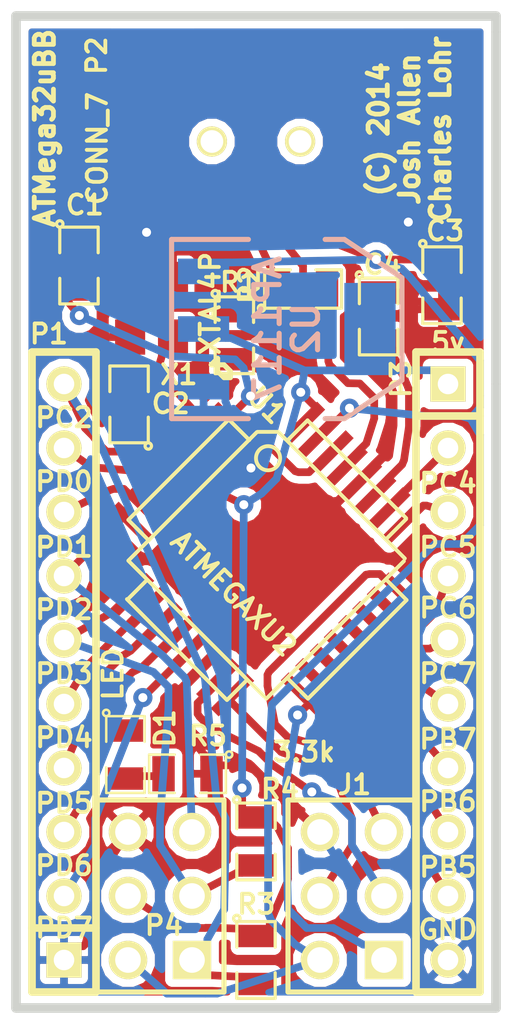
<source format=kicad_pcb>
(kicad_pcb (version 3) (host pcbnew "(2013-jul-07)-stable")

  (general
    (links 66)
    (no_connects 0)
    (area 71.442036 60.96 94.7166 101.600001)
    (thickness 1.6002)
    (drawings 35)
    (tracks 582)
    (zones 0)
    (modules 18)
    (nets 33)
  )

  (page A4)
  (layers
    (15 Front signal)
    (0 Back signal)
    (16 B.Adhes user hide)
    (17 F.Adhes user hide)
    (18 B.Paste user hide)
    (19 F.Paste user hide)
    (20 B.SilkS user)
    (21 F.SilkS user)
    (22 B.Mask user)
    (23 F.Mask user)
    (24 Dwgs.User user hide)
    (25 Cmts.User user hide)
    (26 Eco1.User user hide)
    (27 Eco2.User user hide)
    (28 Edge.Cuts user)
  )

  (setup
    (last_trace_width 0.3048)
    (trace_clearance 0.2794)
    (zone_clearance 0.3048)
    (zone_45_only no)
    (trace_min 0.2032)
    (segment_width 0.2032)
    (edge_width 0.381)
    (via_size 0.762)
    (via_drill 0.3556)
    (via_min_size 0.762)
    (via_min_drill 0.3556)
    (uvia_size 0.508)
    (uvia_drill 0.127)
    (uvias_allowed no)
    (uvia_min_size 0.508)
    (uvia_min_drill 0.127)
    (pcb_text_width 0.3048)
    (pcb_text_size 0.762 0.762)
    (mod_edge_width 0.381)
    (mod_text_size 0.762 0.762)
    (mod_text_width 0.1524)
    (pad_size 1.524 1.524)
    (pad_drill 0.8128)
    (pad_to_mask_clearance 0.09)
    (aux_axis_origin 0 0)
    (visible_elements FFFFFFBF)
    (pcbplotparams
      (layerselection 284196865)
      (usegerberextensions true)
      (excludeedgelayer false)
      (linewidth 0.150000)
      (plotframeref false)
      (viasonmask false)
      (mode 1)
      (useauxorigin false)
      (hpglpennumber 1)
      (hpglpenspeed 20)
      (hpglpendiameter 15)
      (hpglpenoverlay 0)
      (psnegative false)
      (psa4output false)
      (plotreference true)
      (plotvalue true)
      (plotothertext true)
      (plotinvisibletext false)
      (padsonsilk false)
      (subtractmaskfromsilk false)
      (outputformat 1)
      (mirror false)
      (drillshape 0)
      (scaleselection 1)
      (outputdirectory gerber-3.3))
  )

  (net 0 "")
  (net 1 +3.3V)
  (net 2 +5V)
  (net 3 GND)
  (net 4 N-0000011)
  (net 5 N-0000012)
  (net 6 N-0000013)
  (net 7 N-0000014)
  (net 8 N-0000015)
  (net 9 N-0000016)
  (net 10 N-0000017)
  (net 11 N-0000018)
  (net 12 N-0000019)
  (net 13 N-000002)
  (net 14 N-0000020)
  (net 15 N-0000021)
  (net 16 N-0000022)
  (net 17 N-0000023)
  (net 18 N-0000024)
  (net 19 N-0000025)
  (net 20 N-0000026)
  (net 21 N-0000027)
  (net 22 N-0000028)
  (net 23 N-0000029)
  (net 24 N-0000030)
  (net 25 N-0000031)
  (net 26 N-0000032)
  (net 27 N-0000033)
  (net 28 N-000004)
  (net 29 N-000005)
  (net 30 N-000006)
  (net 31 N-000008)
  (net 32 N-000009)

  (net_class Default "This is the default net class."
    (clearance 0.2794)
    (trace_width 0.3048)
    (via_dia 0.762)
    (via_drill 0.3556)
    (uvia_dia 0.508)
    (uvia_drill 0.127)
    (add_net "")
    (add_net +3.3V)
    (add_net +5V)
    (add_net GND)
    (add_net N-0000011)
    (add_net N-0000012)
    (add_net N-0000013)
    (add_net N-0000014)
    (add_net N-0000015)
    (add_net N-0000016)
    (add_net N-0000017)
    (add_net N-0000018)
    (add_net N-0000019)
    (add_net N-000002)
    (add_net N-0000020)
    (add_net N-0000021)
    (add_net N-0000022)
    (add_net N-0000023)
    (add_net N-0000024)
    (add_net N-0000025)
    (add_net N-0000026)
    (add_net N-0000027)
    (add_net N-0000028)
    (add_net N-0000029)
    (add_net N-0000030)
    (add_net N-0000031)
    (add_net N-0000032)
    (add_net N-0000033)
    (add_net N-000004)
    (add_net N-000005)
    (add_net N-000006)
    (add_net N-000008)
    (add_net N-000009)
  )

  (module SM0805 (layer Front) (tedit 52F712F9) (tstamp 52F6E86A)
    (at 85.6878 72.4294)
    (path /52F6E766)
    (attr smd)
    (fp_text reference R2 (at -2.13316 -0.16662 90) (layer F.SilkS)
      (effects (font (size 0.762 0.762) (thickness 0.1524)))
    )
    (fp_text value 33 (at 0 0) (layer F.SilkS) hide
      (effects (font (size 0.762 0.762) (thickness 0.1524)))
    )
    (fp_circle (center -1.651 0.762) (end -1.651 0.635) (layer F.SilkS) (width 0.127))
    (fp_line (start -0.508 0.762) (end -1.524 0.762) (layer F.SilkS) (width 0.127))
    (fp_line (start -1.524 0.762) (end -1.524 -0.762) (layer F.SilkS) (width 0.127))
    (fp_line (start -1.524 -0.762) (end -0.508 -0.762) (layer F.SilkS) (width 0.127))
    (fp_line (start 0.508 -0.762) (end 1.524 -0.762) (layer F.SilkS) (width 0.127))
    (fp_line (start 1.524 -0.762) (end 1.524 0.762) (layer F.SilkS) (width 0.127))
    (fp_line (start 1.524 0.762) (end 0.508 0.762) (layer F.SilkS) (width 0.127))
    (pad 1 smd rect (at -0.9525 0) (size 0.889 1.397)
      (layers Front F.Paste F.Mask)
      (net 32 N-000009)
    )
    (pad 2 smd rect (at 0.9525 0) (size 0.889 1.397)
      (layers Front F.Paste F.Mask)
      (net 6 N-0000013)
    )
    (model smd/chip_cms.wrl
      (at (xyz 0 0 0))
      (scale (xyz 0.1 0.1 0.1))
      (rotate (xyz 0 0 0))
    )
  )

  (module SM0805 (layer Front) (tedit 52F712F4) (tstamp 52F6E86C)
    (at 82.9615 74.2646 270)
    (path /52F6E762)
    (attr smd)
    (fp_text reference R1 (at -2.10122 -0.18552 360) (layer F.SilkS)
      (effects (font (size 0.762 0.762) (thickness 0.1524)))
    )
    (fp_text value 33 (at 0 0 270) (layer F.SilkS) hide
      (effects (font (size 0.762 0.762) (thickness 0.1524)))
    )
    (fp_circle (center -1.651 0.762) (end -1.651 0.635) (layer F.SilkS) (width 0.127))
    (fp_line (start -0.508 0.762) (end -1.524 0.762) (layer F.SilkS) (width 0.127))
    (fp_line (start -1.524 0.762) (end -1.524 -0.762) (layer F.SilkS) (width 0.127))
    (fp_line (start -1.524 -0.762) (end -0.508 -0.762) (layer F.SilkS) (width 0.127))
    (fp_line (start 0.508 -0.762) (end 1.524 -0.762) (layer F.SilkS) (width 0.127))
    (fp_line (start 1.524 -0.762) (end 1.524 0.762) (layer F.SilkS) (width 0.127))
    (fp_line (start 1.524 0.762) (end 0.508 0.762) (layer F.SilkS) (width 0.127))
    (pad 1 smd rect (at -0.9525 0 270) (size 0.889 1.397)
      (layers Front F.Paste F.Mask)
      (net 31 N-000008)
    )
    (pad 2 smd rect (at 0.9525 0 270) (size 0.889 1.397)
      (layers Front F.Paste F.Mask)
      (net 21 N-0000027)
    )
    (model smd/chip_cms.wrl
      (at (xyz 0 0 0))
      (scale (xyz 0.1 0.1 0.1))
      (rotate (xyz 0 0 0))
    )
  )

  (module SM0805 (layer Front) (tedit 52F71301) (tstamp 52F6E86E)
    (at 91.2012 72.2808 270)
    (path /52F6E6E6)
    (attr smd)
    (fp_text reference C3 (at -2.15648 -0.1245 360) (layer F.SilkS)
      (effects (font (size 0.762 0.762) (thickness 0.1524)))
    )
    (fp_text value 10u (at 0 0 270) (layer F.SilkS) hide
      (effects (font (size 0.762 0.762) (thickness 0.1524)))
    )
    (fp_circle (center -1.651 0.762) (end -1.651 0.635) (layer F.SilkS) (width 0.127))
    (fp_line (start -0.508 0.762) (end -1.524 0.762) (layer F.SilkS) (width 0.127))
    (fp_line (start -1.524 0.762) (end -1.524 -0.762) (layer F.SilkS) (width 0.127))
    (fp_line (start -1.524 -0.762) (end -0.508 -0.762) (layer F.SilkS) (width 0.127))
    (fp_line (start 0.508 -0.762) (end 1.524 -0.762) (layer F.SilkS) (width 0.127))
    (fp_line (start 1.524 -0.762) (end 1.524 0.762) (layer F.SilkS) (width 0.127))
    (fp_line (start 1.524 0.762) (end 0.508 0.762) (layer F.SilkS) (width 0.127))
    (pad 1 smd rect (at -0.9525 0 270) (size 0.889 1.397)
      (layers Front F.Paste F.Mask)
      (net 2 +5V)
    )
    (pad 2 smd rect (at 0.9525 0 270) (size 0.889 1.397)
      (layers Front F.Paste F.Mask)
      (net 3 GND)
    )
    (model smd/chip_cms.wrl
      (at (xyz 0 0 0))
      (scale (xyz 0.1 0.1 0.1))
      (rotate (xyz 0 0 0))
    )
  )

  (module SM0805 (layer Front) (tedit 52F712FE) (tstamp 52F6E870)
    (at 88.6847 73.5207 270)
    (path /52F6E6DE)
    (attr smd)
    (fp_text reference C4 (at -2.05482 -0.15748 360) (layer F.SilkS)
      (effects (font (size 0.762 0.762) (thickness 0.1524)))
    )
    (fp_text value 1u (at 0 0 270) (layer F.SilkS) hide
      (effects (font (size 0.762 0.762) (thickness 0.1524)))
    )
    (fp_circle (center -1.651 0.762) (end -1.651 0.635) (layer F.SilkS) (width 0.127))
    (fp_line (start -0.508 0.762) (end -1.524 0.762) (layer F.SilkS) (width 0.127))
    (fp_line (start -1.524 0.762) (end -1.524 -0.762) (layer F.SilkS) (width 0.127))
    (fp_line (start -1.524 -0.762) (end -0.508 -0.762) (layer F.SilkS) (width 0.127))
    (fp_line (start 0.508 -0.762) (end 1.524 -0.762) (layer F.SilkS) (width 0.127))
    (fp_line (start 1.524 -0.762) (end 1.524 0.762) (layer F.SilkS) (width 0.127))
    (fp_line (start 1.524 0.762) (end 0.508 0.762) (layer F.SilkS) (width 0.127))
    (pad 1 smd rect (at -0.9525 0 270) (size 0.889 1.397)
      (layers Front F.Paste F.Mask)
      (net 3 GND)
    )
    (pad 2 smd rect (at 0.9525 0 270) (size 0.889 1.397)
      (layers Front F.Paste F.Mask)
      (net 22 N-0000028)
    )
    (model smd/chip_cms.wrl
      (at (xyz 0 0 0))
      (scale (xyz 0.1 0.1 0.1))
      (rotate (xyz 0 0 0))
    )
  )

  (module SM0805 (layer Front) (tedit 52F712EA) (tstamp 52F6E872)
    (at 78.783 77.009 90)
    (path /52F0D7AD)
    (attr smd)
    (fp_text reference C2 (at 0.02668 1.65118 180) (layer F.SilkS)
      (effects (font (size 0.762 0.762) (thickness 0.1524)))
    )
    (fp_text value 10p (at 0 0 90) (layer F.SilkS) hide
      (effects (font (size 0.762 0.762) (thickness 0.1524)))
    )
    (fp_circle (center -1.651 0.762) (end -1.651 0.635) (layer F.SilkS) (width 0.127))
    (fp_line (start -0.508 0.762) (end -1.524 0.762) (layer F.SilkS) (width 0.127))
    (fp_line (start -1.524 0.762) (end -1.524 -0.762) (layer F.SilkS) (width 0.127))
    (fp_line (start -1.524 -0.762) (end -0.508 -0.762) (layer F.SilkS) (width 0.127))
    (fp_line (start 0.508 -0.762) (end 1.524 -0.762) (layer F.SilkS) (width 0.127))
    (fp_line (start 1.524 -0.762) (end 1.524 0.762) (layer F.SilkS) (width 0.127))
    (fp_line (start 1.524 0.762) (end 0.508 0.762) (layer F.SilkS) (width 0.127))
    (pad 1 smd rect (at -0.9525 0 90) (size 0.889 1.397)
      (layers Front F.Paste F.Mask)
      (net 3 GND)
    )
    (pad 2 smd rect (at 0.9525 0 90) (size 0.889 1.397)
      (layers Front F.Paste F.Mask)
      (net 17 N-0000023)
    )
    (model smd/chip_cms.wrl
      (at (xyz 0 0 0))
      (scale (xyz 0.1 0.1 0.1))
      (rotate (xyz 0 0 0))
    )
  )

  (module SM0805 (layer Front) (tedit 52F712E3) (tstamp 52F6E874)
    (at 76.7944 71.4985 270)
    (path /52F0D7BA)
    (attr smd)
    (fp_text reference C1 (at -2.40542 -0.22856 360) (layer F.SilkS)
      (effects (font (size 0.762 0.762) (thickness 0.1524)))
    )
    (fp_text value 10p (at 0 0 270) (layer F.SilkS) hide
      (effects (font (size 0.762 0.762) (thickness 0.1524)))
    )
    (fp_circle (center -1.651 0.762) (end -1.651 0.635) (layer F.SilkS) (width 0.127))
    (fp_line (start -0.508 0.762) (end -1.524 0.762) (layer F.SilkS) (width 0.127))
    (fp_line (start -1.524 0.762) (end -1.524 -0.762) (layer F.SilkS) (width 0.127))
    (fp_line (start -1.524 -0.762) (end -0.508 -0.762) (layer F.SilkS) (width 0.127))
    (fp_line (start 0.508 -0.762) (end 1.524 -0.762) (layer F.SilkS) (width 0.127))
    (fp_line (start 1.524 -0.762) (end 1.524 0.762) (layer F.SilkS) (width 0.127))
    (fp_line (start 1.524 0.762) (end 0.508 0.762) (layer F.SilkS) (width 0.127))
    (pad 1 smd rect (at -0.9525 0 270) (size 0.889 1.397)
      (layers Front F.Paste F.Mask)
      (net 3 GND)
    )
    (pad 2 smd rect (at 0.9525 0 270) (size 0.889 1.397)
      (layers Front F.Paste F.Mask)
      (net 18 N-0000024)
    )
    (model smd/chip_cms.wrl
      (at (xyz 0 0 0))
      (scale (xyz 0.1 0.1 0.1))
      (rotate (xyz 0 0 0))
    )
  )

  (module XTAL4P (layer Front) (tedit 52F712EE) (tstamp 52F6E87C)
    (at 78.8247 74.337 90)
    (path /52F6ED82)
    (fp_text reference X1 (at -1.4947 1.93206 180) (layer F.SilkS)
      (effects (font (size 0.762 0.762) (thickness 0.1524)))
    )
    (fp_text value XTAL4P (at 1.33232 3.17666 90) (layer F.SilkS)
      (effects (font (size 0.762 0.762) (thickness 0.1524)))
    )
    (pad 4 smd rect (at 0 0 90) (size 1.397 1.1938)
      (layers Front F.Paste F.Mask)
      (net 3 GND)
    )
    (pad 1 smd rect (at 0 1.7018 90) (size 1.397 1.1938)
      (layers Front F.Paste F.Mask)
      (net 17 N-0000023)
    )
    (pad 3 smd rect (at 2.286 1.7018 90) (size 1.397 1.1938)
      (layers Front F.Paste F.Mask)
      (net 3 GND)
    )
    (pad 2 smd rect (at 2.286 0 90) (size 1.397 1.1938)
      (layers Front F.Paste F.Mask)
      (net 18 N-0000024)
    )
  )

  (module USB-MiniBBig (layer Front) (tedit 52F7C502) (tstamp 52F6E87D)
    (at 83.82 66.675 180)
    (path /52F6E743)
    (fp_text reference P2 (at 6.3246 3.5052 270) (layer F.SilkS)
      (effects (font (size 0.762 0.762) (thickness 0.1524)))
    )
    (fp_text value CONN_7 (at 6.2992 -0.1778 270) (layer F.SilkS)
      (effects (font (size 0.762 0.762) (thickness 0.1524)))
    )
    (fp_text user H2959CT-ND (at 0.29972 0.55118 180) (layer F.SilkS) hide
      (effects (font (size 0.762 0.762) (thickness 0.1524)))
    )
    (pad 9 smd rect (at 4.09956 3.2004 180) (size 2.49936 2.19964)
      (layers Front F.Paste F.Mask)
    )
    (pad 8 smd rect (at -4.20116 3.2004 180) (size 2.49936 2.19964)
      (layers Front F.Paste F.Mask)
    )
    (pad 7 smd rect (at 4.2037 -2.10058 180) (size 2.49936 2.19964)
      (layers Front F.Paste F.Mask)
      (net 3 GND)
    )
    (pad 4 smd rect (at 0.80264 -2.60096 180) (size 0.50038 1.24968)
      (layers Front F.Paste F.Mask)
    )
    (pad 3 smd rect (at 0.00254 -2.60096 180) (size 0.50038 1.24968)
      (layers Front F.Paste F.Mask)
      (net 32 N-000009)
    )
    (pad 5 smd rect (at 1.60274 -2.60096 180) (size 0.50038 1.24968)
      (layers Front F.Paste F.Mask)
      (net 3 GND)
    )
    (pad 2 smd rect (at -0.79756 -2.60096 180) (size 0.50038 1.24968)
      (layers Front F.Paste F.Mask)
      (net 31 N-000008)
    )
    (pad 1 smd rect (at -1.59766 -2.60096 180) (size 0.50038 1.24968)
      (layers Front F.Paste F.Mask)
      (net 2 +5V)
    )
    (pad 6 smd rect (at -4.19862 -2.10058 180) (size 2.49936 2.19964)
      (layers Front F.Paste F.Mask)
      (net 3 GND)
    )
    (pad "" thru_hole circle (at -1.75006 0.09906 180) (size 1.19888 1.19888) (drill 0.89916)
      (layers *.Cu *.Mask F.SilkS)
    )
    (pad "" thru_hole circle (at 1.75006 0.09906 180) (size 1.19888 1.19888) (drill 0.89916)
      (layers *.Cu *.Mask F.SilkS)
    )
  )

  (module TQFP32 (layer Front) (tedit 52F7131A) (tstamp 52F6E8DA)
    (at 84.2841 83.1754 315)
    (path /52F0D5D7)
    (fp_text reference U1 (at -4.371476 -4.307836 315) (layer F.SilkS)
      (effects (font (size 0.762 0.762) (thickness 0.1524)))
    )
    (fp_text value ATMEGAXU2 (at 0 1.905 315) (layer F.SilkS)
      (effects (font (size 0.762 0.762) (thickness 0.1524)))
    )
    (fp_line (start 5.0292 2.7686) (end 3.8862 2.7686) (layer F.SilkS) (width 0.1524))
    (fp_line (start 5.0292 -2.7686) (end 3.9116 -2.7686) (layer F.SilkS) (width 0.1524))
    (fp_line (start 5.0292 2.7686) (end 5.0292 -2.7686) (layer F.SilkS) (width 0.1524))
    (fp_line (start 2.794 3.9624) (end 2.794 5.0546) (layer F.SilkS) (width 0.1524))
    (fp_line (start -2.8194 3.9878) (end -2.8194 5.0546) (layer F.SilkS) (width 0.1524))
    (fp_line (start -2.8448 5.0546) (end 2.794 5.08) (layer F.SilkS) (width 0.1524))
    (fp_line (start -2.794 -5.0292) (end 2.7178 -5.0546) (layer F.SilkS) (width 0.1524))
    (fp_line (start -3.8862 -3.2766) (end -3.8862 3.9116) (layer F.SilkS) (width 0.1524))
    (fp_line (start 2.7432 -5.0292) (end 2.7432 -3.9878) (layer F.SilkS) (width 0.1524))
    (fp_line (start -3.2512 -3.8862) (end 3.81 -3.8862) (layer F.SilkS) (width 0.1524))
    (fp_line (start 3.8608 3.937) (end 3.8608 -3.7846) (layer F.SilkS) (width 0.1524))
    (fp_line (start -3.8862 3.937) (end 3.7338 3.937) (layer F.SilkS) (width 0.1524))
    (fp_line (start -5.0292 -2.8448) (end -5.0292 2.794) (layer F.SilkS) (width 0.1524))
    (fp_line (start -5.0292 2.794) (end -3.8862 2.794) (layer F.SilkS) (width 0.1524))
    (fp_line (start -3.87604 -3.302) (end -3.29184 -3.8862) (layer F.SilkS) (width 0.1524))
    (fp_line (start -5.02412 -2.8448) (end -3.87604 -2.8448) (layer F.SilkS) (width 0.1524))
    (fp_line (start -2.794 -3.8862) (end -2.794 -5.03428) (layer F.SilkS) (width 0.1524))
    (fp_circle (center -2.83972 -2.86004) (end -2.43332 -2.60604) (layer F.SilkS) (width 0.1524))
    (pad 8 smd rect (at -4.81584 2.77622 315) (size 1.99898 0.44958)
      (layers Front F.Paste F.Mask)
      (net 24 N-0000030)
    )
    (pad 7 smd rect (at -4.81584 1.97612 315) (size 1.99898 0.44958)
      (layers Front F.Paste F.Mask)
      (net 5 N-0000012)
    )
    (pad 6 smd rect (at -4.81584 1.17602 315) (size 1.99898 0.44958)
      (layers Front F.Paste F.Mask)
      (net 29 N-000005)
    )
    (pad 5 smd rect (at -4.81584 0.37592 315) (size 1.99898 0.44958)
      (layers Front F.Paste F.Mask)
      (net 4 N-0000011)
    )
    (pad 4 smd rect (at -4.81584 -0.42418 315) (size 1.99898 0.44958)
      (layers Front F.Paste F.Mask)
      (net 1 +3.3V)
    )
    (pad 3 smd rect (at -4.81584 -1.22428 315) (size 1.99898 0.44958)
      (layers Front F.Paste F.Mask)
      (net 3 GND)
    )
    (pad 2 smd rect (at -4.81584 -2.02438 315) (size 1.99898 0.44958)
      (layers Front F.Paste F.Mask)
      (net 17 N-0000023)
    )
    (pad 1 smd rect (at -4.81584 -2.82448 315) (size 1.99898 0.44958)
      (layers Front F.Paste F.Mask)
      (net 18 N-0000024)
    )
    (pad 24 smd rect (at 4.7498 -2.8194 315) (size 1.99898 0.44958)
      (layers Front F.Paste F.Mask)
      (net 23 N-0000029)
    )
    (pad 17 smd rect (at 4.7498 2.794 315) (size 1.99898 0.44958)
      (layers Front F.Paste F.Mask)
      (net 7 N-0000014)
    )
    (pad 18 smd rect (at 4.7498 1.9812 315) (size 1.99898 0.44958)
      (layers Front F.Paste F.Mask)
      (net 10 N-0000017)
    )
    (pad 19 smd rect (at 4.7498 1.1684 315) (size 1.99898 0.44958)
      (layers Front F.Paste F.Mask)
      (net 20 N-0000026)
    )
    (pad 20 smd rect (at 4.7498 0.381 315) (size 1.99898 0.44958)
      (layers Front F.Paste F.Mask)
      (net 11 N-0000018)
    )
    (pad 21 smd rect (at 4.7498 -0.4318 315) (size 1.99898 0.44958)
      (layers Front F.Paste F.Mask)
      (net 12 N-0000019)
    )
    (pad 22 smd rect (at 4.7498 -1.2192 315) (size 1.99898 0.44958)
      (layers Front F.Paste F.Mask)
      (net 19 N-0000025)
    )
    (pad 23 smd rect (at 4.7498 -2.032 315) (size 1.99898 0.44958)
      (layers Front F.Paste F.Mask)
      (net 14 N-0000020)
    )
    (pad 32 smd rect (at -2.82448 -4.826 315) (size 0.44958 1.99898)
      (layers Front F.Paste F.Mask)
      (net 1 +3.3V)
    )
    (pad 31 smd rect (at -2.02692 -4.826 315) (size 0.44958 1.99898)
      (layers Front F.Paste F.Mask)
      (net 2 +5V)
    )
    (pad 30 smd rect (at -1.22428 -4.826 315) (size 0.44958 1.99898)
      (layers Front F.Paste F.Mask)
      (net 21 N-0000027)
    )
    (pad 29 smd rect (at -0.42672 -4.826 315) (size 0.44958 1.99898)
      (layers Front F.Paste F.Mask)
      (net 6 N-0000013)
    )
    (pad 28 smd rect (at 0.37592 -4.826 315) (size 0.44958 1.99898)
      (layers Front F.Paste F.Mask)
      (net 3 GND)
    )
    (pad 27 smd rect (at 1.17348 -4.826 315) (size 0.44958 1.99898)
      (layers Front F.Paste F.Mask)
      (net 22 N-0000028)
    )
    (pad 26 smd rect (at 1.97612 -4.826 315) (size 0.44958 1.99898)
      (layers Front F.Paste F.Mask)
      (net 16 N-0000022)
    )
    (pad 25 smd rect (at 2.77368 -4.826 315) (size 0.44958 1.99898)
      (layers Front F.Paste F.Mask)
      (net 15 N-0000021)
    )
    (pad 9 smd rect (at -2.8194 4.7752 315) (size 0.44958 1.99898)
      (layers Front F.Paste F.Mask)
      (net 26 N-0000032)
    )
    (pad 10 smd rect (at -2.032 4.7752 315) (size 0.44958 1.99898)
      (layers Front F.Paste F.Mask)
      (net 28 N-000004)
    )
    (pad 11 smd rect (at -1.2192 4.7752 315) (size 0.44958 1.99898)
      (layers Front F.Paste F.Mask)
      (net 9 N-0000016)
    )
    (pad 12 smd rect (at -0.4318 4.7752 315) (size 0.44958 1.99898)
      (layers Front F.Paste F.Mask)
      (net 25 N-0000031)
    )
    (pad 13 smd rect (at 0.3556 4.7752 315) (size 0.44958 1.99898)
      (layers Front F.Paste F.Mask)
      (net 27 N-0000033)
    )
    (pad 14 smd rect (at 1.1684 4.7752 315) (size 0.44958 1.99898)
      (layers Front F.Paste F.Mask)
      (net 3 GND)
    )
    (pad 15 smd rect (at 1.9812 4.7752 315) (size 0.44958 1.99898)
      (layers Front F.Paste F.Mask)
      (net 8 N-0000015)
    )
    (pad 16 smd rect (at 2.794 4.7752 315) (size 0.44958 1.99898)
      (layers Front F.Paste F.Mask)
      (net 13 N-000002)
    )
    (model smd/tqfp32.wrl
      (at (xyz 0 0 0))
      (scale (xyz 1 1 1))
      (rotate (xyz 0 0 0))
    )
  )

  (module SIL-10 (layer Front) (tedit 552EB580) (tstamp 52F6F821)
    (at 91.44 87.63 270)
    (descr "Connecteur 10 pins")
    (tags "CONN DEV")
    (path /52F646C8)
    (fp_text reference P3 (at -11.6332 1.86436 270) (layer F.SilkS)
      (effects (font (size 0.762 0.762) (thickness 0.1524)))
    )
    (fp_text value CONN_10 (at 6.35 -2.54 270) (layer F.SilkS) hide
      (effects (font (size 0.762 0.762) (thickness 0.1524)))
    )
    (fp_line (start -12.7 1.27) (end -12.7 -1.27) (layer F.SilkS) (width 0.3048))
    (fp_line (start -12.7 -1.27) (end 12.7 -1.27) (layer F.SilkS) (width 0.3048))
    (fp_line (start 12.7 -1.27) (end 12.7 1.27) (layer F.SilkS) (width 0.3048))
    (fp_line (start 12.7 1.27) (end -12.7 1.27) (layer F.SilkS) (width 0.3048))
    (fp_line (start -10.16 1.27) (end -10.16 -1.27) (layer F.SilkS) (width 0.3048))
    (pad 1 thru_hole rect (at -11.43 0 270) (size 1.397 1.397) (drill 0.8128)
      (layers *.Cu *.Mask F.SilkS)
      (net 1 +3.3V)
    )
    (pad 2 thru_hole circle (at -8.89 0 270) (size 1.397 1.397) (drill 0.8128)
      (layers *.Cu *.Mask F.SilkS)
      (net 16 N-0000022)
    )
    (pad 3 thru_hole circle (at -6.35 0 270) (size 1.397 1.397) (drill 0.8128)
      (layers *.Cu *.Mask F.SilkS)
      (net 15 N-0000021)
    )
    (pad 4 thru_hole circle (at -3.81 0 270) (size 1.397 1.397) (drill 0.8128)
      (layers *.Cu *.Mask F.SilkS)
      (net 14 N-0000020)
    )
    (pad 5 thru_hole circle (at -1.27 0 270) (size 1.397 1.397) (drill 0.8128)
      (layers *.Cu *.Mask F.SilkS)
      (net 19 N-0000025)
    )
    (pad 6 thru_hole circle (at 1.27 0 270) (size 1.397 1.397) (drill 0.8128)
      (layers *.Cu *.Mask F.SilkS)
      (net 12 N-0000019)
    )
    (pad 7 thru_hole circle (at 3.81 0 270) (size 1.397 1.397) (drill 0.8128)
      (layers *.Cu *.Mask F.SilkS)
      (net 11 N-0000018)
    )
    (pad 8 thru_hole circle (at 6.35 0 270) (size 1.397 1.397) (drill 0.8128)
      (layers *.Cu *.Mask F.SilkS)
      (net 20 N-0000026)
    )
    (pad 9 thru_hole circle (at 8.89 0 270) (size 1.397 1.397) (drill 0.8128)
      (layers *.Cu *.Mask F.SilkS)
      (net 10 N-0000017)
    )
    (pad 10 thru_hole circle (at 11.43 0 270) (size 1.397 1.397) (drill 0.8128)
      (layers *.Cu *.Mask F.SilkS)
      (net 3 GND)
    )
  )

  (module SIL-10 (layer Front) (tedit 552EB57B) (tstamp 52F6E8DD)
    (at 76.2 87.63 90)
    (descr "Connecteur 10 pins")
    (tags "CONN DEV")
    (path /52F646D5)
    (fp_text reference P1 (at 13.41628 -0.59944 180) (layer F.SilkS)
      (effects (font (size 0.762 0.762) (thickness 0.1524)))
    )
    (fp_text value CONN_10 (at 5.65404 1.64084 90) (layer F.SilkS) hide
      (effects (font (size 0.762 0.762) (thickness 0.1524)))
    )
    (fp_line (start -12.7 1.27) (end -12.7 -1.27) (layer F.SilkS) (width 0.3048))
    (fp_line (start -12.7 -1.27) (end 12.7 -1.27) (layer F.SilkS) (width 0.3048))
    (fp_line (start 12.7 -1.27) (end 12.7 1.27) (layer F.SilkS) (width 0.3048))
    (fp_line (start 12.7 1.27) (end -12.7 1.27) (layer F.SilkS) (width 0.3048))
    (fp_line (start -10.16 1.27) (end -10.16 -1.27) (layer F.SilkS) (width 0.3048))
    (pad 1 thru_hole rect (at -11.43 0 90) (size 1.397 1.397) (drill 0.8128)
      (layers *.Cu *.Mask F.SilkS)
      (net 3 GND)
    )
    (pad 2 thru_hole circle (at -8.89 0 90) (size 1.397 1.397) (drill 0.8128)
      (layers *.Cu *.Mask F.SilkS)
      (net 27 N-0000033)
    )
    (pad 3 thru_hole circle (at -6.35 0 90) (size 1.397 1.397) (drill 0.8128)
      (layers *.Cu *.Mask F.SilkS)
      (net 25 N-0000031)
    )
    (pad 4 thru_hole circle (at -3.81 0 90) (size 1.397 1.397) (drill 0.8128)
      (layers *.Cu *.Mask F.SilkS)
      (net 9 N-0000016)
    )
    (pad 5 thru_hole circle (at -1.27 0 90) (size 1.397 1.397) (drill 0.8128)
      (layers *.Cu *.Mask F.SilkS)
      (net 28 N-000004)
    )
    (pad 6 thru_hole circle (at 1.27 0 90) (size 1.397 1.397) (drill 0.8128)
      (layers *.Cu *.Mask F.SilkS)
      (net 26 N-0000032)
    )
    (pad 7 thru_hole circle (at 3.81 0 90) (size 1.397 1.397) (drill 0.8128)
      (layers *.Cu *.Mask F.SilkS)
      (net 24 N-0000030)
    )
    (pad 8 thru_hole circle (at 6.35 0 90) (size 1.397 1.397) (drill 0.8128)
      (layers *.Cu *.Mask F.SilkS)
      (net 5 N-0000012)
    )
    (pad 9 thru_hole circle (at 8.89 0 90) (size 1.397 1.397) (drill 0.8128)
      (layers *.Cu *.Mask F.SilkS)
      (net 29 N-000005)
    )
    (pad 10 thru_hole circle (at 11.43 0 90) (size 1.397 1.397) (drill 0.8128)
      (layers *.Cu *.Mask F.SilkS)
      (net 4 N-0000011)
    )
  )

  (module SM0805 (layer Front) (tedit 552EB58F) (tstamp 52F6F1EE)
    (at 83.82 94.3548 270)
    (path /52F6F19B)
    (attr smd)
    (fp_text reference R4 (at -2.0766 -0.9525 360) (layer F.SilkS)
      (effects (font (size 0.762 0.762) (thickness 0.1524)))
    )
    (fp_text value 3.3k (at 0 0 270) (layer F.SilkS) hide
      (effects (font (size 0.762 0.762) (thickness 0.1524)))
    )
    (fp_circle (center -1.651 0.762) (end -1.651 0.635) (layer F.SilkS) (width 0.127))
    (fp_line (start -0.508 0.762) (end -1.524 0.762) (layer F.SilkS) (width 0.127))
    (fp_line (start -1.524 0.762) (end -1.524 -0.762) (layer F.SilkS) (width 0.127))
    (fp_line (start -1.524 -0.762) (end -0.508 -0.762) (layer F.SilkS) (width 0.127))
    (fp_line (start 0.508 -0.762) (end 1.524 -0.762) (layer F.SilkS) (width 0.127))
    (fp_line (start 1.524 -0.762) (end 1.524 0.762) (layer F.SilkS) (width 0.127))
    (fp_line (start 1.524 0.762) (end 0.508 0.762) (layer F.SilkS) (width 0.127))
    (pad 1 smd rect (at -0.9525 0 270) (size 0.889 1.397)
      (layers Front F.Paste F.Mask)
      (net 1 +3.3V)
    )
    (pad 2 smd rect (at 0.9525 0 270) (size 0.889 1.397)
      (layers Front F.Paste F.Mask)
      (net 26 N-0000032)
    )
    (model smd/chip_cms.wrl
      (at (xyz 0 0 0))
      (scale (xyz 0.1 0.1 0.1))
      (rotate (xyz 0 0 0))
    )
  )

  (module SM0805 (layer Front) (tedit 52F712B9) (tstamp 52F6F1F0)
    (at 83.82 99.06 270)
    (path /52F6F194)
    (attr smd)
    (fp_text reference R3 (at -2.21234 -0.0127 360) (layer F.SilkS)
      (effects (font (size 0.762 0.762) (thickness 0.1524)))
    )
    (fp_text value 3.3k (at 0 0 270) (layer F.SilkS) hide
      (effects (font (size 0.762 0.762) (thickness 0.1524)))
    )
    (fp_circle (center -1.651 0.762) (end -1.651 0.635) (layer F.SilkS) (width 0.127))
    (fp_line (start -0.508 0.762) (end -1.524 0.762) (layer F.SilkS) (width 0.127))
    (fp_line (start -1.524 0.762) (end -1.524 -0.762) (layer F.SilkS) (width 0.127))
    (fp_line (start -1.524 -0.762) (end -0.508 -0.762) (layer F.SilkS) (width 0.127))
    (fp_line (start 0.508 -0.762) (end 1.524 -0.762) (layer F.SilkS) (width 0.127))
    (fp_line (start 1.524 -0.762) (end 1.524 0.762) (layer F.SilkS) (width 0.127))
    (fp_line (start 1.524 0.762) (end 0.508 0.762) (layer F.SilkS) (width 0.127))
    (pad 1 smd rect (at -0.9525 0 270) (size 0.889 1.397)
      (layers Front F.Paste F.Mask)
      (net 1 +3.3V)
    )
    (pad 2 smd rect (at 0.9525 0 270) (size 0.889 1.397)
      (layers Front F.Paste F.Mask)
      (net 4 N-0000011)
    )
    (model smd/chip_cms.wrl
      (at (xyz 0 0 0))
      (scale (xyz 0.1 0.1 0.1))
      (rotate (xyz 0 0 0))
    )
  )

  (module pin_array_3x2 (layer Front) (tedit 52F712CB) (tstamp 52F6F1F1)
    (at 80.01 96.52 90)
    (descr "Double rangee de contacts 2 x 4 pins")
    (tags CONN)
    (path /52F6EEE2)
    (fp_text reference P4 (at -1.1684 0.1524 360) (layer F.SilkS)
      (effects (font (size 0.762 0.762) (thickness 0.1524)))
    )
    (fp_text value 6MULTI (at 0 3.81 90) (layer F.SilkS) hide
      (effects (font (size 0.762 0.762) (thickness 0.1524)))
    )
    (fp_line (start 3.81 2.54) (end -3.81 2.54) (layer F.SilkS) (width 0.2032))
    (fp_line (start -3.81 -2.54) (end 3.81 -2.54) (layer F.SilkS) (width 0.2032))
    (fp_line (start 3.81 -2.54) (end 3.81 2.54) (layer F.SilkS) (width 0.2032))
    (fp_line (start -3.81 2.54) (end -3.81 -2.54) (layer F.SilkS) (width 0.2032))
    (pad 1 thru_hole rect (at -2.54 1.27 90) (size 1.524 1.524) (drill 1.016)
      (layers *.Cu *.Mask F.SilkS)
      (net 4 N-0000011)
    )
    (pad 2 thru_hole circle (at -2.54 -1.27 90) (size 1.524 1.524) (drill 1.016)
      (layers *.Cu *.Mask F.SilkS)
      (net 2 +5V)
    )
    (pad 3 thru_hole circle (at 0 1.27 90) (size 1.524 1.524) (drill 1.016)
      (layers *.Cu *.Mask F.SilkS)
      (net 26 N-0000032)
    )
    (pad 4 thru_hole circle (at 0 -1.27 90) (size 1.524 1.524) (drill 1.016)
      (layers *.Cu *.Mask F.SilkS)
      (net 1 +3.3V)
    )
    (pad 5 thru_hole circle (at 2.54 1.27 90) (size 1.524 1.524) (drill 1.016)
      (layers *.Cu *.Mask F.SilkS)
      (net 24 N-0000030)
    )
    (pad 6 thru_hole circle (at 2.54 -1.27 90) (size 1.524 1.524) (drill 1.016)
      (layers *.Cu *.Mask F.SilkS)
      (net 3 GND)
    )
    (model pin_array/pins_array_3x2.wrl
      (at (xyz 0 0 0))
      (scale (xyz 1 1 1))
      (rotate (xyz 0 0 0))
    )
  )

  (module pin_array_3x2 (layer Front) (tedit 52F712B4) (tstamp 52F6F1F3)
    (at 87.63 96.52 90)
    (descr "Double rangee de contacts 2 x 4 pins")
    (tags CONN)
    (path /52F6E673)
    (fp_text reference J1 (at 4.4196 0.09652 360) (layer F.SilkS)
      (effects (font (size 0.762 0.762) (thickness 0.1524)))
    )
    (fp_text value AVRISP6 (at 0 3.81 90) (layer F.SilkS) hide
      (effects (font (size 0.762 0.762) (thickness 0.1524)))
    )
    (fp_line (start 3.81 2.54) (end -3.81 2.54) (layer F.SilkS) (width 0.2032))
    (fp_line (start -3.81 -2.54) (end 3.81 -2.54) (layer F.SilkS) (width 0.2032))
    (fp_line (start 3.81 -2.54) (end 3.81 2.54) (layer F.SilkS) (width 0.2032))
    (fp_line (start -3.81 2.54) (end -3.81 -2.54) (layer F.SilkS) (width 0.2032))
    (pad 1 thru_hole rect (at -2.54 1.27 90) (size 1.524 1.524) (drill 1.016)
      (layers *.Cu *.Mask F.SilkS)
      (net 7 N-0000014)
    )
    (pad 2 thru_hole circle (at -2.54 -1.27 90) (size 1.524 1.524) (drill 1.016)
      (layers *.Cu *.Mask F.SilkS)
      (net 2 +5V)
    )
    (pad 3 thru_hole circle (at 0 1.27 90) (size 1.524 1.524) (drill 1.016)
      (layers *.Cu *.Mask F.SilkS)
      (net 8 N-0000015)
    )
    (pad 4 thru_hole circle (at 0 -1.27 90) (size 1.524 1.524) (drill 1.016)
      (layers *.Cu *.Mask F.SilkS)
      (net 13 N-000002)
    )
    (pad 5 thru_hole circle (at 2.54 1.27 90) (size 1.524 1.524) (drill 1.016)
      (layers *.Cu *.Mask F.SilkS)
      (net 23 N-0000029)
    )
    (pad 6 thru_hole circle (at 2.54 -1.27 90) (size 1.524 1.524) (drill 1.016)
      (layers *.Cu *.Mask F.SilkS)
      (net 3 GND)
    )
    (model pin_array/pins_array_3x2.wrl
      (at (xyz 0 0 0))
      (scale (xyz 1 1 1))
      (rotate (xyz 0 0 0))
    )
  )

  (module SM0805 (layer Front) (tedit 52F72F98) (tstamp 52F70FE4)
    (at 78.6384 90.9066 270)
    (path /52F704B2)
    (attr smd)
    (fp_text reference D1 (at -1.04394 -1.56718 270) (layer F.SilkS)
      (effects (font (size 0.762 0.762) (thickness 0.1524)))
    )
    (fp_text value LED (at -3.2004 0.4953 270) (layer F.SilkS)
      (effects (font (size 0.762 0.762) (thickness 0.1524)))
    )
    (fp_circle (center -1.651 0.762) (end -1.651 0.635) (layer F.SilkS) (width 0.09906))
    (fp_line (start -0.508 0.762) (end -1.524 0.762) (layer F.SilkS) (width 0.09906))
    (fp_line (start -1.524 0.762) (end -1.524 -0.762) (layer F.SilkS) (width 0.09906))
    (fp_line (start -1.524 -0.762) (end -0.508 -0.762) (layer F.SilkS) (width 0.09906))
    (fp_line (start 0.508 -0.762) (end 1.524 -0.762) (layer F.SilkS) (width 0.09906))
    (fp_line (start 1.524 -0.762) (end 1.524 0.762) (layer F.SilkS) (width 0.09906))
    (fp_line (start 1.524 0.762) (end 0.508 0.762) (layer F.SilkS) (width 0.09906))
    (pad 1 smd rect (at -0.9525 0 270) (size 0.889 1.397)
      (layers Front F.Paste F.Mask)
      (net 25 N-0000031)
    )
    (pad 2 smd rect (at 0.9525 0 270) (size 0.889 1.397)
      (layers Front F.Paste F.Mask)
      (net 30 N-000006)
    )
    (model smd/chip_cms.wrl
      (at (xyz 0 0 0))
      (scale (xyz 0.1 0.1 0.1))
      (rotate (xyz 0 0 0))
    )
  )

  (module SM0805 (layer Front) (tedit 52F72F80) (tstamp 52F70FF1)
    (at 81.1022 91.6686 180)
    (path /52F704A2)
    (attr smd)
    (fp_text reference R5 (at -0.8128 1.4986 180) (layer F.SilkS)
      (effects (font (size 0.762 0.762) (thickness 0.1524)))
    )
    (fp_text value 3.3k (at -4.6228 0.8636 180) (layer F.SilkS)
      (effects (font (size 0.762 0.762) (thickness 0.1524)))
    )
    (fp_circle (center -1.651 0.762) (end -1.651 0.635) (layer F.SilkS) (width 0.09906))
    (fp_line (start -0.508 0.762) (end -1.524 0.762) (layer F.SilkS) (width 0.09906))
    (fp_line (start -1.524 0.762) (end -1.524 -0.762) (layer F.SilkS) (width 0.09906))
    (fp_line (start -1.524 -0.762) (end -0.508 -0.762) (layer F.SilkS) (width 0.09906))
    (fp_line (start 0.508 -0.762) (end 1.524 -0.762) (layer F.SilkS) (width 0.09906))
    (fp_line (start 1.524 -0.762) (end 1.524 0.762) (layer F.SilkS) (width 0.09906))
    (fp_line (start 1.524 0.762) (end 0.508 0.762) (layer F.SilkS) (width 0.09906))
    (pad 1 smd rect (at -0.9525 0 180) (size 0.889 1.397)
      (layers Front F.Paste F.Mask)
      (net 3 GND)
    )
    (pad 2 smd rect (at 0.9525 0 180) (size 0.889 1.397)
      (layers Front F.Paste F.Mask)
      (net 30 N-000006)
    )
    (model smd/chip_cms.wrl
      (at (xyz 0 0 0))
      (scale (xyz 0.1 0.1 0.1))
      (rotate (xyz 0 0 0))
    )
  )

  (module SOT223 (layer Back) (tedit 200000) (tstamp 552EB26A)
    (at 85.0417 74.0181 90)
    (descr "module CMS SOT223 4 pins")
    (tags "CMS SOT")
    (path /552EB336)
    (attr smd)
    (fp_text reference U2 (at 0 0.762 90) (layer B.SilkS)
      (effects (font (size 1.016 1.016) (thickness 0.2032)) (justify mirror))
    )
    (fp_text value AP1117 (at 0 -0.762 90) (layer B.SilkS)
      (effects (font (size 1.016 1.016) (thickness 0.2032)) (justify mirror))
    )
    (fp_line (start -3.556 -1.524) (end -3.556 -4.572) (layer B.SilkS) (width 0.2032))
    (fp_line (start -3.556 -4.572) (end 3.556 -4.572) (layer B.SilkS) (width 0.2032))
    (fp_line (start 3.556 -4.572) (end 3.556 -1.524) (layer B.SilkS) (width 0.2032))
    (fp_line (start -3.556 1.524) (end -3.556 2.286) (layer B.SilkS) (width 0.2032))
    (fp_line (start -3.556 2.286) (end -2.032 4.572) (layer B.SilkS) (width 0.2032))
    (fp_line (start -2.032 4.572) (end 2.032 4.572) (layer B.SilkS) (width 0.2032))
    (fp_line (start 2.032 4.572) (end 3.556 2.286) (layer B.SilkS) (width 0.2032))
    (fp_line (start 3.556 2.286) (end 3.556 1.524) (layer B.SilkS) (width 0.2032))
    (pad 4 smd rect (at 0 3.302 90) (size 3.6576 2.032)
      (layers Back B.Paste B.Mask)
      (net 1 +3.3V)
    )
    (pad 2 smd rect (at 0 -3.302 90) (size 1.016 2.032)
      (layers Back B.Paste B.Mask)
      (net 1 +3.3V)
    )
    (pad 3 smd rect (at 2.286 -3.302 90) (size 1.016 2.032)
      (layers Back B.Paste B.Mask)
      (net 2 +5V)
    )
    (pad 1 smd rect (at -2.286 -3.302 90) (size 1.016 2.032)
      (layers Back B.Paste B.Mask)
      (net 3 GND)
    )
    (model smd/SOT223.wrl
      (at (xyz 0 0 0))
      (scale (xyz 0.4 0.4 0.4))
      (rotate (xyz 0 0 0))
    )
  )

  (gr_text ATMega32uBB (at 75.438 66.04 90) (layer F.SilkS)
    (effects (font (size 0.762 0.762) (thickness 0.1905)))
  )
  (gr_line (start 82.042 75.438) (end 82.296 75.438) (angle 90) (layer F.SilkS) (width 0.2032))
  (gr_line (start 82.296 75.184) (end 82.042 75.438) (angle 90) (layer F.SilkS) (width 0.2032))
  (gr_line (start 82.296 75.438) (end 82.296 75.184) (angle 90) (layer F.SilkS) (width 0.2032))
  (gr_line (start 82.296 75.692) (end 82.296 75.438) (angle 90) (layer F.SilkS) (width 0.2032))
  (gr_line (start 82.55 75.946) (end 82.296 75.692) (angle 90) (layer F.SilkS) (width 0.2032))
  (gr_line (start 82.804 75.946) (end 82.55 75.946) (angle 90) (layer F.SilkS) (width 0.2032))
  (gr_line (start 82.804 75.692) (end 82.804 75.946) (angle 90) (layer F.SilkS) (width 0.2032))
  (gr_line (start 82.55 75.438) (end 82.804 75.692) (angle 90) (layer F.SilkS) (width 0.2032))
  (gr_line (start 82.296 75.438) (end 82.55 75.438) (angle 90) (layer F.SilkS) (width 0.2032))
  (gr_text "(C) 2014\nJosh Allen\nCharles Lohr" (at 89.91346 66.08826 90) (layer F.SilkS)
    (effects (font (size 0.762 0.762) (thickness 0.1905)))
  )
  (gr_text PD7 (at 76.2 97.79) (layer F.SilkS)
    (effects (font (size 0.762 0.762) (thickness 0.1524)))
  )
  (gr_text PD6 (at 76.2 95.3135) (layer F.SilkS)
    (effects (font (size 0.762 0.762) (thickness 0.1524)))
  )
  (gr_text PD5 (at 76.2 92.837) (layer F.SilkS)
    (effects (font (size 0.762 0.762) (thickness 0.1524)))
  )
  (gr_text PD4 (at 76.2 90.2335) (layer F.SilkS)
    (effects (font (size 0.762 0.762) (thickness 0.1524)))
  )
  (gr_text PD3 (at 76.2 87.6935) (layer F.SilkS)
    (effects (font (size 0.762 0.762) (thickness 0.1524)))
  )
  (gr_text PD2 (at 76.2 85.1535) (layer F.SilkS)
    (effects (font (size 0.762 0.762) (thickness 0.1524)))
  )
  (gr_text PD1 (at 76.2 82.677) (layer F.SilkS)
    (effects (font (size 0.762 0.762) (thickness 0.1524)))
  )
  (gr_text PD0 (at 76.2 80.0735) (layer F.SilkS)
    (effects (font (size 0.762 0.762) (thickness 0.1524)))
  )
  (gr_text PC2 (at 76.2 77.5335) (layer F.SilkS)
    (effects (font (size 0.762 0.762) (thickness 0.1524)))
  )
  (gr_text GND (at 91.44 97.8535) (layer F.SilkS)
    (effects (font (size 0.762 0.762) (thickness 0.1524)))
  )
  (gr_text PB5 (at 91.44 95.377) (layer F.SilkS)
    (effects (font (size 0.762 0.762) (thickness 0.1524)))
  )
  (gr_text PB6 (at 91.44 92.7735) (layer F.SilkS)
    (effects (font (size 0.762 0.762) (thickness 0.1524)))
  )
  (gr_text PB7 (at 91.44 90.297) (layer F.SilkS)
    (effects (font (size 0.762 0.762) (thickness 0.1524)))
  )
  (gr_text PC7 (at 91.44 87.6935) (layer F.SilkS)
    (effects (font (size 0.762 0.762) (thickness 0.1524)))
  )
  (gr_text PC6 (at 91.44 85.09) (layer F.SilkS)
    (effects (font (size 0.762 0.762) (thickness 0.1524)))
  )
  (gr_text PC5 (at 91.44 82.677) (layer F.SilkS)
    (effects (font (size 0.762 0.762) (thickness 0.1524)))
  )
  (gr_text PC4 (at 91.44 80.137) (layer F.SilkS)
    (effects (font (size 0.762 0.762) (thickness 0.1524)))
  )
  (gr_text 5v (at 91.44 74.549) (layer F.SilkS)
    (effects (font (size 0.762 0.762) (thickness 0.1524)))
  )
  (gr_line (start 93.345 100.965) (end 93.345 76.2) (angle 90) (layer Edge.Cuts) (width 0.381))
  (gr_line (start 74.295 100.965) (end 93.345 100.965) (angle 90) (layer Edge.Cuts) (width 0.381))
  (gr_line (start 74.295 61.595) (end 74.295 100.965) (angle 90) (layer Edge.Cuts) (width 0.381))
  (gr_line (start 93.345 61.595) (end 74.295 61.595) (angle 90) (layer Edge.Cuts) (width 0.381))
  (gr_line (start 93.345 62.23) (end 93.345 61.595) (angle 90) (layer Edge.Cuts) (width 0.381))
  (gr_line (start 93.345 76.2) (end 93.345 62.23) (angle 90) (layer Edge.Cuts) (width 0.381))

  (via (at 85.5956 76.5277) (size 0.762) (layers Front Back) (net 1))
  (via (at 83.3355 80.9904) (size 0.762) (layers Front Back) (net 1))
  (via (at 83.2662 92.2338) (size 0.762) (layers Front Back) (net 1))
  (segment (start 85.5956 76.5277) (end 85.7497 75.6607) (width 0.3048) (layer Back) (net 1))
  (segment (start 82.8188 74.3737) (end 85.7497 75.6607) (width 0.3048) (layer Back) (net 1))
  (segment (start 82.7557 74.3737) (end 82.8188 74.3737) (width 0.3048) (layer Back) (net 1))
  (segment (start 82.6033 74.3737) (end 82.7557 74.3737) (width 0.3048) (layer Back) (net 1))
  (segment (start 81.7397 74.0181) (end 82.6033 74.3737) (width 0.3048) (layer Back) (net 1))
  (segment (start 83.2662 92.2338) (end 83.3355 80.9904) (width 0.3048) (layer Back) (net 1))
  (segment (start 84.6363 79.9551) (end 85.5956 76.5277) (width 0.3048) (layer Back) (net 1))
  (segment (start 84.0411 80.5503) (end 84.6363 79.9551) (width 0.3048) (layer Back) (net 1))
  (segment (start 83.3355 80.9904) (end 84.0411 80.5503) (width 0.3048) (layer Back) (net 1))
  (segment (start 87.3277 75.6607) (end 85.7497 75.6607) (width 0.3048) (layer Back) (net 1))
  (segment (start 87.4801 75.6607) (end 87.3277 75.6607) (width 0.3048) (layer Back) (net 1))
  (segment (start 88.3437 74.0181) (end 87.4801 75.6607) (width 0.3048) (layer Back) (net 1))
  (segment (start 89.2073 75.6539) (end 88.3437 74.0181) (width 0.3048) (layer Back) (net 1))
  (segment (start 89.3597 75.6539) (end 89.2073 75.6539) (width 0.3048) (layer Back) (net 1))
  (segment (start 90.7415 75.6539) (end 89.3597 75.6539) (width 0.3048) (layer Back) (net 1))
  (segment (start 90.8939 75.6539) (end 90.7415 75.6539) (width 0.3048) (layer Back) (net 1))
  (segment (start 91.44 76.2) (end 90.8939 75.6539) (width 0.3048) (layer Back) (net 1))
  (segment (start 86.2154 77.1474) (end 85.6994 77.7657) (width 0.3048) (layer Front) (net 1))
  (segment (start 86.1076 77.0397) (end 86.2154 77.1474) (width 0.3048) (layer Front) (net 1))
  (segment (start 85.5956 76.5277) (end 86.1076 77.0397) (width 0.3048) (layer Front) (net 1))
  (segment (start 84.3661 93.6944) (end 83.82 93.4023) (width 0.3048) (layer Front) (net 1))
  (segment (start 84.5185 93.6944) (end 84.3661 93.6944) (width 0.3048) (layer Front) (net 1))
  (segment (start 84.5816 93.6944) (end 84.5185 93.6944) (width 0.3048) (layer Front) (net 1))
  (segment (start 84.6709 93.7837) (end 84.5816 93.6944) (width 0.3048) (layer Front) (net 1))
  (segment (start 85.0901 94.626) (end 84.6709 93.7837) (width 0.3048) (layer Front) (net 1))
  (segment (start 85.0901 95.3626) (end 85.0901 94.626) (width 0.3048) (layer Front) (net 1))
  (segment (start 85.0901 95.8362) (end 85.0901 95.3626) (width 0.3048) (layer Front) (net 1))
  (segment (start 85.0602 95.9762) (end 85.0901 95.8362) (width 0.3048) (layer Front) (net 1))
  (segment (start 84.3661 97.5999) (end 85.0602 95.9762) (width 0.3048) (layer Front) (net 1))
  (segment (start 84.3661 97.663) (end 84.3661 97.5999) (width 0.3048) (layer Front) (net 1))
  (segment (start 84.3661 97.8154) (end 84.3661 97.663) (width 0.3048) (layer Front) (net 1))
  (segment (start 83.82 98.1075) (end 84.3661 97.8154) (width 0.3048) (layer Front) (net 1))
  (segment (start 83.2739 97.8154) (end 83.82 98.1075) (width 0.3048) (layer Front) (net 1))
  (segment (start 83.1215 97.8154) (end 83.2739 97.8154) (width 0.3048) (layer Front) (net 1))
  (segment (start 83.0584 97.8154) (end 83.1215 97.8154) (width 0.3048) (layer Front) (net 1))
  (segment (start 82.2561 97.781) (end 83.0584 97.8154) (width 0.3048) (layer Front) (net 1))
  (segment (start 81.8279 97.781) (end 82.2561 97.781) (width 0.3048) (layer Front) (net 1))
  (segment (start 81.8039 97.79) (end 81.8279 97.781) (width 0.3048) (layer Front) (net 1))
  (segment (start 80.7561 97.79) (end 81.8039 97.79) (width 0.3048) (layer Front) (net 1))
  (segment (start 80.7524 97.7885) (end 80.7561 97.79) (width 0.3048) (layer Front) (net 1))
  (segment (start 78.74 96.52) (end 80.7524 97.7885) (width 0.3048) (layer Front) (net 1))
  (segment (start 82.316 80.4945) (end 83.3355 80.9904) (width 0.3048) (layer Front) (net 1))
  (segment (start 82.2156 80.4048) (end 82.316 80.4945) (width 0.3048) (layer Front) (net 1))
  (segment (start 81.9366 80.1258) (end 82.2156 80.4048) (width 0.3048) (layer Front) (net 1))
  (segment (start 81.8288 80.0181) (end 81.9366 80.1258) (width 0.3048) (layer Front) (net 1))
  (segment (start 81.1788 79.4702) (end 81.8288 80.0181) (width 0.3048) (layer Front) (net 1))
  (segment (start 83.2739 92.8947) (end 83.2662 92.2338) (width 0.3048) (layer Front) (net 1))
  (segment (start 83.2739 92.9578) (end 83.2739 92.8947) (width 0.3048) (layer Front) (net 1))
  (segment (start 83.2739 93.1102) (end 83.2739 92.9578) (width 0.3048) (layer Front) (net 1))
  (segment (start 83.82 93.4023) (end 83.2739 93.1102) (width 0.3048) (layer Front) (net 1))
  (via (at 88.5964 71.26) (size 0.762) (layers Front Back) (net 2))
  (via (at 87.5317 77.1606) (size 0.762) (layers Front Back) (net 2))
  (segment (start 82.8188 71.3765) (end 88.5964 71.26) (width 0.3048) (layer Back) (net 2))
  (segment (start 82.7557 71.3765) (end 82.8188 71.3765) (width 0.3048) (layer Back) (net 2))
  (segment (start 82.6033 71.3765) (end 82.7557 71.3765) (width 0.3048) (layer Back) (net 2))
  (segment (start 81.7397 71.7321) (end 82.6033 71.3765) (width 0.3048) (layer Back) (net 2))
  (segment (start 89.5965 71.6177) (end 88.5964 71.26) (width 0.3048) (layer Back) (net 2))
  (segment (start 89.9313 71.9525) (end 89.5965 71.6177) (width 0.3048) (layer Back) (net 2))
  (segment (start 92.7101 75.2647) (end 89.9313 71.9525) (width 0.3048) (layer Back) (net 2))
  (segment (start 92.7101 76.6617) (end 92.7101 75.2647) (width 0.3048) (layer Back) (net 2))
  (segment (start 92.7101 77.1353) (end 92.7101 76.6617) (width 0.3048) (layer Back) (net 2))
  (segment (start 92.3357 77.5788) (end 92.7101 77.1353) (width 0.3048) (layer Back) (net 2))
  (segment (start 92.7086 78.2124) (end 92.3357 77.5788) (width 0.3048) (layer Back) (net 2))
  (segment (start 92.7101 78.2161) (end 92.7086 78.2124) (width 0.3048) (layer Back) (net 2))
  (segment (start 92.71 81.8039) (end 92.7101 78.2161) (width 0.3048) (layer Back) (net 2))
  (segment (start 92.7085 81.8076) (end 92.71 81.8039) (width 0.3048) (layer Back) (net 2))
  (segment (start 91.9676 82.5485) (end 92.7085 81.8076) (width 0.3048) (layer Back) (net 2))
  (segment (start 91.9639 82.55) (end 91.9676 82.5485) (width 0.3048) (layer Back) (net 2))
  (segment (start 90.9161 82.55) (end 91.9639 82.55) (width 0.3048) (layer Back) (net 2))
  (segment (start 90.9124 82.5515) (end 90.9161 82.55) (width 0.3048) (layer Back) (net 2))
  (segment (start 85.0501 88.3201) (end 90.9124 82.5515) (width 0.3048) (layer Back) (net 2))
  (segment (start 84.4549 88.9153) (end 85.0501 88.3201) (width 0.3048) (layer Back) (net 2))
  (segment (start 84.2953 91.7723) (end 84.4549 88.9153) (width 0.3048) (layer Back) (net 2))
  (segment (start 84.2953 93.0071) (end 84.2953 91.7723) (width 0.3048) (layer Back) (net 2))
  (segment (start 84.3024 97.2006) (end 84.2953 93.0071) (width 0.3048) (layer Back) (net 2))
  (segment (start 84.4238 97.4937) (end 84.3024 97.2006) (width 0.3048) (layer Back) (net 2))
  (segment (start 85.3863 98.4562) (end 84.4238 97.4937) (width 0.3048) (layer Back) (net 2))
  (segment (start 86.36 99.06) (end 85.3863 98.4562) (width 0.3048) (layer Back) (net 2))
  (segment (start 90.5048 77.47) (end 87.5317 77.1606) (width 0.3048) (layer Back) (net 2))
  (segment (start 91.9017 77.4701) (end 90.5048 77.47) (width 0.3048) (layer Back) (net 2))
  (segment (start 91.9639 77.47) (end 91.9017 77.4701) (width 0.3048) (layer Back) (net 2))
  (segment (start 92.3357 77.5788) (end 91.9639 77.47) (width 0.3048) (layer Back) (net 2))
  (segment (start 82.2788 100.3936) (end 86.36 99.06) (width 0.3048) (layer Back) (net 2))
  (segment (start 81.8052 100.3936) (end 82.2788 100.3936) (width 0.3048) (layer Back) (net 2))
  (segment (start 80.2812 100.3936) (end 81.8052 100.3936) (width 0.3048) (layer Back) (net 2))
  (segment (start 78.74 99.06) (end 80.2812 100.3936) (width 0.3048) (layer Back) (net 2))
  (segment (start 90.6551 71.26) (end 91.2012 71.3283) (width 0.3048) (layer Front) (net 2))
  (segment (start 90.5027 71.26) (end 90.6551 71.26) (width 0.3048) (layer Front) (net 2))
  (segment (start 88.5964 71.26) (end 90.5027 71.26) (width 0.3048) (layer Front) (net 2))
  (segment (start 86.912 77.7804) (end 86.2634 78.3297) (width 0.3048) (layer Front) (net 2))
  (segment (start 87.0197 77.6726) (end 86.912 77.7804) (width 0.3048) (layer Front) (net 2))
  (segment (start 87.5317 77.1606) (end 87.0197 77.6726) (width 0.3048) (layer Front) (net 2))
  (segment (start 86.5321 70.447) (end 88.5964 71.26) (width 0.3048) (layer Front) (net 2))
  (segment (start 85.6048 70.0532) (end 86.5321 70.447) (width 0.3048) (layer Front) (net 2))
  (segment (start 85.5155 69.9639) (end 85.6048 70.0532) (width 0.3048) (layer Front) (net 2))
  (segment (start 85.5155 69.9008) (end 85.5155 69.9639) (width 0.3048) (layer Front) (net 2))
  (segment (start 85.5155 69.7484) (end 85.5155 69.9008) (width 0.3048) (layer Front) (net 2))
  (segment (start 85.4177 69.276) (end 85.5155 69.7484) (width 0.3048) (layer Front) (net 2))
  (segment (start 88.01862 68.77558) (end 88.86698 68.77558) (width 0.3048) (layer Front) (net 3))
  (segment (start 79.6163 70.0405) (end 79.6163 68.77558) (width 0.3048) (layer Front) (net 3) (tstamp 552EB562))
  (segment (start 79.4766 70.1802) (end 79.6163 70.0405) (width 0.3048) (layer Front) (net 3) (tstamp 552EB561))
  (via (at 79.4766 70.1802) (size 0.762) (layers Front Back) (net 3))
  (segment (start 89.4588 70.1802) (end 79.4766 70.1802) (width 0.3048) (layer Back) (net 3) (tstamp 552EB55F))
  (segment (start 89.8652 69.7738) (end 89.4588 70.1802) (width 0.3048) (layer Back) (net 3) (tstamp 552EB55E))
  (via (at 89.8652 69.7738) (size 0.762) (layers Front Back) (net 3))
  (segment (start 88.86698 68.77558) (end 89.8652 69.7738) (width 0.3048) (layer Front) (net 3) (tstamp 552EB55C))
  (segment (start 76.7944 70.546) (end 77.84588 70.546) (width 0.3048) (layer Front) (net 3))
  (segment (start 77.84588 70.546) (end 79.6163 68.77558) (width 0.3048) (layer Front) (net 3) (tstamp 552EB558))
  (via (at 83.6202 79.5342) (size 0.762) (layers Front Back) (net 3))
  (segment (start 82.6033 76.8752) (end 83.6202 79.5342) (width 0.3048) (layer Back) (net 3))
  (segment (start 82.6033 76.8121) (end 82.6033 76.8752) (width 0.3048) (layer Back) (net 3))
  (segment (start 82.6033 76.6597) (end 82.6033 76.8121) (width 0.3048) (layer Back) (net 3))
  (segment (start 81.7397 76.3041) (end 82.6033 76.6597) (width 0.3048) (layer Back) (net 3))
  (segment (start 86.9638 94.9537) (end 86.36 93.98) (width 0.3048) (layer Back) (net 3))
  (segment (start 87.6285 95.9924) (end 86.9638 94.9537) (width 0.3048) (layer Back) (net 3))
  (segment (start 87.63 95.9961) (end 87.6285 95.9924) (width 0.3048) (layer Back) (net 3))
  (segment (start 87.63 97.0439) (end 87.63 95.9961) (width 0.3048) (layer Back) (net 3))
  (segment (start 87.6315 97.0476) (end 87.63 97.0439) (width 0.3048) (layer Back) (net 3))
  (segment (start 88.3724 97.7885) (end 87.6315 97.0476) (width 0.3048) (layer Back) (net 3))
  (segment (start 88.3761 97.79) (end 88.3724 97.7885) (width 0.3048) (layer Back) (net 3))
  (segment (start 89.4239 97.79) (end 88.3761 97.79) (width 0.3048) (layer Back) (net 3))
  (segment (start 89.4479 97.781) (end 89.4239 97.79) (width 0.3048) (layer Back) (net 3))
  (segment (start 89.8761 97.781) (end 89.4479 97.781) (width 0.3048) (layer Back) (net 3))
  (segment (start 91.44 99.06) (end 89.8761 97.781) (width 0.3048) (layer Back) (net 3))
  (segment (start 81.0772 70.447) (end 80.097 70.9206) (width 0.3048) (layer Front) (net 3))
  (segment (start 81.904 69.7484) (end 81.0772 70.447) (width 0.3048) (layer Front) (net 3))
  (segment (start 81.9671 69.7484) (end 81.904 69.7484) (width 0.3048) (layer Front) (net 3))
  (segment (start 82.1195 69.7484) (end 81.9671 69.7484) (width 0.3048) (layer Front) (net 3))
  (segment (start 82.2173 69.276) (end 82.1195 69.7484) (width 0.3048) (layer Front) (net 3))
  (segment (start 89.2308 72.8603) (end 88.6847 72.5682) (width 0.3048) (layer Front) (net 3))
  (segment (start 89.3832 72.8603) (end 89.2308 72.8603) (width 0.3048) (layer Front) (net 3))
  (segment (start 89.4463 72.8603) (end 89.3832 72.8603) (width 0.3048) (layer Front) (net 3))
  (segment (start 90.4396 72.9412) (end 89.4463 72.8603) (width 0.3048) (layer Front) (net 3))
  (segment (start 90.5027 72.9412) (end 90.4396 72.9412) (width 0.3048) (layer Front) (net 3))
  (segment (start 90.6551 72.9412) (end 90.5027 72.9412) (width 0.3048) (layer Front) (net 3))
  (segment (start 91.2012 73.2333) (end 90.6551 72.9412) (width 0.3048) (layer Front) (net 3))
  (segment (start 80.082 72.5971) (end 80.5265 72.051) (width 0.3048) (layer Front) (net 3))
  (segment (start 80.082 72.7495) (end 80.082 72.5971) (width 0.3048) (layer Front) (net 3))
  (segment (start 80.082 72.8126) (end 80.082 72.7495) (width 0.3048) (layer Front) (net 3))
  (segment (start 79.9927 72.9019) (end 80.082 72.8126) (width 0.3048) (layer Front) (net 3))
  (segment (start 79.3585 73.4861) (end 79.9927 72.9019) (width 0.3048) (layer Front) (net 3))
  (segment (start 79.2692 73.5754) (end 79.3585 73.4861) (width 0.3048) (layer Front) (net 3))
  (segment (start 79.2692 73.6385) (end 79.2692 73.5754) (width 0.3048) (layer Front) (net 3))
  (segment (start 79.2692 73.7909) (end 79.2692 73.6385) (width 0.3048) (layer Front) (net 3))
  (segment (start 78.8247 74.337) (end 79.2692 73.7909) (width 0.3048) (layer Front) (net 3))
  (segment (start 78.3802 74.8831) (end 78.8247 74.337) (width 0.3048) (layer Front) (net 3))
  (segment (start 78.2278 74.8831) (end 78.3802 74.8831) (width 0.3048) (layer Front) (net 3))
  (segment (start 78.1647 74.8831) (end 78.2278 74.8831) (width 0.3048) (layer Front) (net 3))
  (segment (start 77.8477 75.0404) (end 78.1647 74.8831) (width 0.3048) (layer Front) (net 3))
  (segment (start 77.5129 75.3752) (end 77.8477 75.0404) (width 0.3048) (layer Front) (net 3))
  (segment (start 77.5129 76.2642) (end 77.5129 75.3752) (width 0.3048) (layer Front) (net 3))
  (segment (start 77.5129 76.7378) (end 77.5129 76.2642) (width 0.3048) (layer Front) (net 3))
  (segment (start 77.9321 77.5801) (end 77.5129 76.7378) (width 0.3048) (layer Front) (net 3))
  (segment (start 78.0214 77.6694) (end 77.9321 77.5801) (width 0.3048) (layer Front) (net 3))
  (segment (start 78.0845 77.6694) (end 78.0214 77.6694) (width 0.3048) (layer Front) (net 3))
  (segment (start 78.2369 77.6694) (end 78.0845 77.6694) (width 0.3048) (layer Front) (net 3))
  (segment (start 78.783 77.9615) (end 78.2369 77.6694) (width 0.3048) (layer Front) (net 3))
  (segment (start 82.3468 91.337) (end 82.0547 91.6686) (width 0.3048) (layer Front) (net 3))
  (segment (start 82.4992 91.337) (end 82.3468 91.337) (width 0.3048) (layer Front) (net 3))
  (segment (start 83.6377 91.337) (end 82.4992 91.337) (width 0.3048) (layer Front) (net 3))
  (segment (start 84.1271 91.8264) (end 83.6377 91.337) (width 0.3048) (layer Front) (net 3))
  (segment (start 84.7406 92.4216) (end 84.1271 91.8264) (width 0.3048) (layer Front) (net 3))
  (segment (start 85.0547 92.7357) (end 84.7406 92.4216) (width 0.3048) (layer Front) (net 3))
  (segment (start 85.0889 92.7818) (end 85.0547 92.7357) (width 0.3048) (layer Front) (net 3))
  (segment (start 85.6433 93.3362) (end 85.0889 92.7818) (width 0.3048) (layer Front) (net 3))
  (segment (start 86.36 93.98) (end 85.6433 93.3362) (width 0.3048) (layer Front) (net 3))
  (segment (start 84.7528 81.0085) (end 83.6202 79.5342) (width 0.3048) (layer Front) (net 3))
  (segment (start 79.6584 70.7809) (end 80.097 70.9206) (width 0.3048) (layer Front) (net 3))
  (segment (start 77.5822 70.775) (end 79.6584 70.7809) (width 0.3048) (layer Front) (net 3))
  (segment (start 77.4929 70.775) (end 77.5822 70.775) (width 0.3048) (layer Front) (net 3))
  (segment (start 77.3405 70.775) (end 77.4929 70.775) (width 0.3048) (layer Front) (net 3))
  (segment (start 76.7944 70.546) (end 77.3405 70.775) (width 0.3048) (layer Front) (net 3))
  (segment (start 88.1386 72.8603) (end 88.6847 72.5682) (width 0.3048) (layer Front) (net 3))
  (segment (start 87.9862 72.8603) (end 88.1386 72.8603) (width 0.3048) (layer Front) (net 3))
  (segment (start 87.9231 72.8603) (end 87.9862 72.8603) (width 0.3048) (layer Front) (net 3))
  (segment (start 87.8338 72.9496) (end 87.9231 72.8603) (width 0.3048) (layer Front) (net 3))
  (segment (start 87.486 73.67) (end 87.8338 72.9496) (width 0.3048) (layer Front) (net 3))
  (segment (start 87.4146 73.7919) (end 87.486 73.67) (width 0.3048) (layer Front) (net 3))
  (segment (start 87.4146 74.5285) (end 87.4146 73.7919) (width 0.3048) (layer Front) (net 3))
  (segment (start 87.4146 75.0021) (end 87.4146 74.5285) (width 0.3048) (layer Front) (net 3))
  (segment (start 87.4375 75.145) (end 87.4146 75.0021) (width 0.3048) (layer Front) (net 3))
  (segment (start 87.7589 75.4664) (end 87.4375 75.145) (width 0.3048) (layer Front) (net 3))
  (segment (start 88.1351 75.4908) (end 87.7589 75.4664) (width 0.3048) (layer Front) (net 3))
  (segment (start 88.2857 75.5532) (end 88.1351 75.4908) (width 0.3048) (layer Front) (net 3))
  (segment (start 89.1391 76.4066) (end 88.2857 75.5532) (width 0.3048) (layer Front) (net 3))
  (segment (start 89.2015 76.5572) (end 89.1391 76.4066) (width 0.3048) (layer Front) (net 3))
  (segment (start 89.2015 77.764) (end 89.2015 76.5572) (width 0.3048) (layer Front) (net 3))
  (segment (start 88.9922 78.8784) (end 89.2015 77.764) (width 0.3048) (layer Front) (net 3))
  (segment (start 88.9868 78.8915) (end 88.9922 78.8784) (width 0.3048) (layer Front) (net 3))
  (segment (start 88.8976 78.991) (end 88.9868 78.8915) (width 0.3048) (layer Front) (net 3))
  (segment (start 88.6627 79.2262) (end 88.8976 78.991) (width 0.3048) (layer Front) (net 3))
  (segment (start 88.618 79.2709) (end 88.6627 79.2262) (width 0.3048) (layer Front) (net 3))
  (segment (start 88.5103 79.3787) (end 88.618 79.2709) (width 0.3048) (layer Front) (net 3))
  (segment (start 87.9624 80.0287) (end 88.5103 79.3787) (width 0.3048) (layer Front) (net 3))
  (segment (start 82.3468 92.2147) (end 82.0547 91.6686) (width 0.3048) (layer Front) (net 3))
  (segment (start 82.3468 92.3671) (end 82.3468 92.2147) (width 0.3048) (layer Front) (net 3))
  (segment (start 82.3468 92.4302) (end 82.3468 92.3671) (width 0.3048) (layer Front) (net 3))
  (segment (start 82.55 93.4561) (end 82.3468 92.4302) (width 0.3048) (layer Front) (net 3))
  (segment (start 82.55 94.5039) (end 82.55 93.4561) (width 0.3048) (layer Front) (net 3))
  (segment (start 82.5485 94.5076) (end 82.55 94.5039) (width 0.3048) (layer Front) (net 3))
  (segment (start 81.8076 95.2485) (end 82.5485 94.5076) (width 0.3048) (layer Front) (net 3))
  (segment (start 81.8039 95.25) (end 81.8076 95.2485) (width 0.3048) (layer Front) (net 3))
  (segment (start 80.7561 95.25) (end 81.8039 95.25) (width 0.3048) (layer Front) (net 3))
  (segment (start 80.7524 95.2485) (end 80.7561 95.25) (width 0.3048) (layer Front) (net 3))
  (segment (start 78.74 93.98) (end 80.7524 95.2485) (width 0.3048) (layer Front) (net 3))
  (segment (start 82.5404 86.4692) (end 84.7528 81.0085) (width 0.3048) (layer Front) (net 3))
  (segment (start 82.434 86.5757) (end 82.5404 86.4692) (width 0.3048) (layer Front) (net 3))
  (segment (start 82.3893 86.6204) (end 82.434 86.5757) (width 0.3048) (layer Front) (net 3))
  (segment (start 82.2816 86.7282) (end 82.3893 86.6204) (width 0.3048) (layer Front) (net 3))
  (segment (start 81.7337 87.3782) (end 82.2816 86.7282) (width 0.3048) (layer Front) (net 3))
  (segment (start 87.0565 80.8324) (end 84.7528 81.0085) (width 0.3048) (layer Front) (net 3))
  (segment (start 87.2046 80.6843) (end 87.0565 80.8324) (width 0.3048) (layer Front) (net 3))
  (segment (start 87.3123 80.5765) (end 87.2046 80.6843) (width 0.3048) (layer Front) (net 3))
  (segment (start 87.9624 80.0287) (end 87.3123 80.5765) (width 0.3048) (layer Front) (net 3))
  (segment (start 83.2027 79.668) (end 83.6202 79.5342) (width 0.3048) (layer Front) (net 3))
  (segment (start 83.0664 79.7073) (end 83.2027 79.668) (width 0.3048) (layer Front) (net 3))
  (segment (start 82.6498 79.7073) (end 83.0664 79.7073) (width 0.3048) (layer Front) (net 3))
  (segment (start 82.547 79.6047) (end 82.6498 79.7073) (width 0.3048) (layer Front) (net 3))
  (segment (start 82.5023 79.56) (end 82.547 79.6047) (width 0.3048) (layer Front) (net 3))
  (segment (start 82.3945 79.4523) (end 82.5023 79.56) (width 0.3048) (layer Front) (net 3))
  (segment (start 81.7445 78.9044) (end 82.3945 79.4523) (width 0.3048) (layer Front) (net 3))
  (segment (start 77.4446 95.9744) (end 78.74 93.98) (width 0.3048) (layer Front) (net 3))
  (segment (start 77.4382 95.9898) (end 77.4446 95.9744) (width 0.3048) (layer Front) (net 3))
  (segment (start 77.4383 97.0329) (end 77.4382 95.9898) (width 0.3048) (layer Front) (net 3))
  (segment (start 77.0509 98.4246) (end 77.4383 97.0329) (width 0.3048) (layer Front) (net 3))
  (segment (start 76.9616 98.5139) (end 77.0509 98.4246) (width 0.3048) (layer Front) (net 3))
  (segment (start 76.8985 98.5139) (end 76.9616 98.5139) (width 0.3048) (layer Front) (net 3))
  (segment (start 76.7461 98.5139) (end 76.8985 98.5139) (width 0.3048) (layer Front) (net 3))
  (segment (start 76.2 99.06) (end 76.7461 98.5139) (width 0.3048) (layer Front) (net 3))
  (segment (start 80.082 71.3525) (end 80.097 70.9206) (width 0.3048) (layer Front) (net 3))
  (segment (start 80.082 71.5049) (end 80.082 71.3525) (width 0.3048) (layer Front) (net 3))
  (segment (start 80.5265 72.051) (end 80.082 71.5049) (width 0.3048) (layer Front) (net 3))
  (segment (start 81.7626 91.1225) (end 82.0547 91.6686) (width 0.3048) (layer Front) (net 3))
  (segment (start 81.7626 90.9701) (end 81.7626 91.1225) (width 0.3048) (layer Front) (net 3))
  (segment (start 81.7626 90.907) (end 81.7626 90.9701) (width 0.3048) (layer Front) (net 3))
  (segment (start 80.7273 89.6175) (end 81.7626 90.907) (width 0.3048) (layer Front) (net 3))
  (segment (start 80.7219 89.6044) (end 80.7273 89.6175) (width 0.3048) (layer Front) (net 3))
  (segment (start 80.7219 88.5464) (end 80.7219 89.6044) (width 0.3048) (layer Front) (net 3))
  (segment (start 80.7273 88.5333) (end 80.7219 88.5464) (width 0.3048) (layer Front) (net 3))
  (segment (start 80.7955 88.4188) (end 80.7273 88.5333) (width 0.3048) (layer Front) (net 3))
  (segment (start 81.0334 88.1807) (end 80.7955 88.4188) (width 0.3048) (layer Front) (net 3))
  (segment (start 81.0781 88.136) (end 81.0334 88.1807) (width 0.3048) (layer Front) (net 3))
  (segment (start 81.1858 88.0282) (end 81.0781 88.136) (width 0.3048) (layer Front) (net 3))
  (segment (start 81.7337 87.3782) (end 81.1858 88.0282) (width 0.3048) (layer Front) (net 3))
  (segment (start 81.0945 78.3565) (end 81.7445 78.9044) (width 0.3048) (layer Front) (net 3))
  (segment (start 80.9867 78.2488) (end 81.0945 78.3565) (width 0.3048) (layer Front) (net 3))
  (segment (start 80.942 78.2041) (end 80.9867 78.2488) (width 0.3048) (layer Front) (net 3))
  (segment (start 80.8393 78.1015) (end 80.942 78.2041) (width 0.3048) (layer Front) (net 3))
  (segment (start 79.4815 78.1015) (end 80.8393 78.1015) (width 0.3048) (layer Front) (net 3))
  (segment (start 79.3291 78.1015) (end 79.4815 78.1015) (width 0.3048) (layer Front) (net 3))
  (segment (start 78.783 77.9615) (end 79.3291 78.1015) (width 0.3048) (layer Front) (net 3))
  (segment (start 81.8896 98.4504) (end 81.28 99.06) (width 0.3048) (layer Back) (net 4))
  (segment (start 81.8896 98.298) (end 81.8896 98.4504) (width 0.3048) (layer Back) (net 4))
  (segment (start 81.8896 98.2349) (end 81.8896 98.298) (width 0.3048) (layer Back) (net 4))
  (segment (start 82.5561 97.0527) (end 81.8896 98.2349) (width 0.3048) (layer Back) (net 4))
  (segment (start 82.559 97.0457) (end 82.5561 97.0527) (width 0.3048) (layer Back) (net 4))
  (segment (start 82.6136 94.5165) (end 82.559 97.0457) (width 0.3048) (layer Back) (net 4))
  (segment (start 82.6136 93.4435) (end 82.6136 94.5165) (width 0.3048) (layer Back) (net 4))
  (segment (start 82.6024 93.4164) (end 82.6136 93.4435) (width 0.3048) (layer Back) (net 4))
  (segment (start 82.2501 92.6547) (end 82.6024 93.4164) (width 0.3048) (layer Back) (net 4))
  (segment (start 81.7938 87.8845) (end 82.2501 92.6547) (width 0.3048) (layer Back) (net 4))
  (segment (start 81.6105 87.4419) (end 81.7938 87.8845) (width 0.3048) (layer Back) (net 4))
  (segment (start 77.4686 78.2124) (end 81.6105 87.4419) (width 0.3048) (layer Back) (net 4))
  (segment (start 76.2 76.2) (end 77.4686 78.2124) (width 0.3048) (layer Back) (net 4))
  (segment (start 83.2739 99.7204) (end 83.82 100.0125) (width 0.3048) (layer Front) (net 4))
  (segment (start 83.1215 99.7204) (end 83.2739 99.7204) (width 0.3048) (layer Front) (net 4))
  (segment (start 83.0584 99.7204) (end 83.1215 99.7204) (width 0.3048) (layer Front) (net 4))
  (segment (start 82.1051 99.6696) (end 83.0584 99.7204) (width 0.3048) (layer Front) (net 4))
  (segment (start 82.042 99.6696) (end 82.1051 99.6696) (width 0.3048) (layer Front) (net 4))
  (segment (start 81.8896 99.6696) (end 82.042 99.6696) (width 0.3048) (layer Front) (net 4))
  (segment (start 81.28 99.06) (end 81.8896 99.6696) (width 0.3048) (layer Front) (net 4))
  (segment (start 79.963 79.488) (end 80.613 80.0359) (width 0.3048) (layer Front) (net 4))
  (segment (start 79.8552 79.3803) (end 79.963 79.488) (width 0.3048) (layer Front) (net 4))
  (segment (start 79.8105 79.3356) (end 79.8552 79.3803) (width 0.3048) (layer Front) (net 4))
  (segment (start 79.5761 79.1014) (end 79.8105 79.3356) (width 0.3048) (layer Front) (net 4))
  (segment (start 79.4758 79.0115) (end 79.5761 79.1014) (width 0.3048) (layer Front) (net 4))
  (segment (start 79.4076 78.9557) (end 79.4758 79.0115) (width 0.3048) (layer Front) (net 4))
  (segment (start 79.2325 78.8832) (end 79.4076 78.9557) (width 0.3048) (layer Front) (net 4))
  (segment (start 77.8868 78.8832) (end 79.2325 78.8832) (width 0.3048) (layer Front) (net 4))
  (segment (start 77.6073 78.6037) (end 77.8868 78.8832) (width 0.3048) (layer Front) (net 4))
  (segment (start 77.5129 78.4904) (end 77.6073 78.6037) (width 0.3048) (layer Front) (net 4))
  (segment (start 77.3473 78.2648) (end 77.5129 78.4904) (width 0.3048) (layer Front) (net 4))
  (segment (start 77.0345 77.9519) (end 77.3473 78.2648) (width 0.3048) (layer Front) (net 4))
  (segment (start 76.2 76.2) (end 77.0345 77.9519) (width 0.3048) (layer Front) (net 4))
  (segment (start 78.8315 80.6195) (end 79.4815 81.1674) (width 0.3048) (layer Front) (net 5))
  (segment (start 78.7237 80.5118) (end 78.8315 80.6195) (width 0.3048) (layer Front) (net 5))
  (segment (start 78.679 80.4671) (end 78.7237 80.5118) (width 0.3048) (layer Front) (net 5))
  (segment (start 78.5762 80.3645) (end 78.679 80.4671) (width 0.3048) (layer Front) (net 5))
  (segment (start 78.1596 80.3645) (end 78.5762 80.3645) (width 0.3048) (layer Front) (net 5))
  (segment (start 78.0256 80.4092) (end 78.1596 80.3645) (width 0.3048) (layer Front) (net 5))
  (segment (start 76.2 81.28) (end 78.0256 80.4092) (width 0.3048) (layer Front) (net 5))
  (segment (start 86.6906 72.9755) (end 86.6403 72.4294) (width 0.3048) (layer Front) (net 6))
  (segment (start 86.6906 73.1279) (end 86.6906 72.9755) (width 0.3048) (layer Front) (net 6))
  (segment (start 86.6906 75.2943) (end 86.6906 73.1279) (width 0.3048) (layer Front) (net 6))
  (segment (start 86.7365 75.4353) (end 86.6906 75.2943) (width 0.3048) (layer Front) (net 6))
  (segment (start 87.4686 76.1674) (end 86.7365 75.4353) (width 0.3048) (layer Front) (net 6))
  (segment (start 87.938 76.1796) (end 87.4686 76.1674) (width 0.3048) (layer Front) (net 6))
  (segment (start 88.5127 76.7543) (end 87.938 76.1796) (width 0.3048) (layer Front) (net 6))
  (segment (start 88.5127 77.5669) (end 88.5127 76.7543) (width 0.3048) (layer Front) (net 6))
  (segment (start 88.1971 78.5567) (end 88.5127 77.5669) (width 0.3048) (layer Front) (net 6))
  (segment (start 88.0952 78.6587) (end 88.1971 78.5567) (width 0.3048) (layer Front) (net 6))
  (segment (start 88.0505 78.7034) (end 88.0952 78.6587) (width 0.3048) (layer Front) (net 6))
  (segment (start 87.9428 78.8112) (end 88.0505 78.7034) (width 0.3048) (layer Front) (net 6))
  (segment (start 87.3949 79.4612) (end 87.9428 78.8112) (width 0.3048) (layer Front) (net 6))
  (via (at 85.471 89.3362) (size 0.762) (layers Front Back) (net 7))
  (segment (start 85.0193 91.9688) (end 85.471 89.3362) (width 0.3048) (layer Back) (net 7))
  (segment (start 85.0193 92.8106) (end 85.0193 91.9688) (width 0.3048) (layer Back) (net 7))
  (segment (start 85.0264 94.5165) (end 85.0193 92.8106) (width 0.3048) (layer Back) (net 7))
  (segment (start 85.09 97.0439) (end 85.0264 94.5165) (width 0.3048) (layer Back) (net 7))
  (segment (start 85.0915 97.0476) (end 85.09 97.0439) (width 0.3048) (layer Back) (net 7))
  (segment (start 85.8324 97.7885) (end 85.0915 97.0476) (width 0.3048) (layer Back) (net 7))
  (segment (start 85.8361 97.79) (end 85.8324 97.7885) (width 0.3048) (layer Back) (net 7))
  (segment (start 86.8839 97.79) (end 85.8361 97.79) (width 0.3048) (layer Back) (net 7))
  (segment (start 86.8876 97.7915) (end 86.8839 97.79) (width 0.3048) (layer Back) (net 7))
  (segment (start 88.0749 98.4504) (end 86.8876 97.7915) (width 0.3048) (layer Back) (net 7))
  (segment (start 88.138 98.4504) (end 88.0749 98.4504) (width 0.3048) (layer Back) (net 7))
  (segment (start 88.2904 98.4504) (end 88.138 98.4504) (width 0.3048) (layer Back) (net 7))
  (segment (start 88.9 99.06) (end 88.2904 98.4504) (width 0.3048) (layer Back) (net 7))
  (segment (start 85.9312 88.876) (end 85.6671 88.5097) (width 0.3048) (layer Front) (net 7))
  (segment (start 85.8234 88.9838) (end 85.9312 88.876) (width 0.3048) (layer Front) (net 7))
  (segment (start 85.471 89.3362) (end 85.8234 88.9838) (width 0.3048) (layer Front) (net 7))
  (via (at 86.0354 92.3897) (size 0.762) (layers Front Back) (net 8))
  (segment (start 86.8839 92.71) (end 86.0354 92.3897) (width 0.3048) (layer Back) (net 8))
  (segment (start 86.8876 92.7115) (end 86.8839 92.71) (width 0.3048) (layer Back) (net 8))
  (segment (start 87.6285 93.4524) (end 86.8876 92.7115) (width 0.3048) (layer Back) (net 8))
  (segment (start 87.63 93.4561) (end 87.6285 93.4524) (width 0.3048) (layer Back) (net 8))
  (segment (start 87.63 94.5039) (end 87.63 93.4561) (width 0.3048) (layer Back) (net 8))
  (segment (start 87.6315 94.5076) (end 87.63 94.5039) (width 0.3048) (layer Back) (net 8))
  (segment (start 88.2962 95.5463) (end 87.6315 94.5076) (width 0.3048) (layer Back) (net 8))
  (segment (start 88.9 96.52) (end 88.2962 95.5463) (width 0.3048) (layer Back) (net 8))
  (segment (start 81.7605 88.6029) (end 82.3084 87.9529) (width 0.3048) (layer Front) (net 8))
  (segment (start 81.6528 88.7107) (end 81.7605 88.6029) (width 0.3048) (layer Front) (net 8))
  (segment (start 81.6081 88.7554) (end 81.6528 88.7107) (width 0.3048) (layer Front) (net 8))
  (segment (start 81.5018 88.8618) (end 81.6081 88.7554) (width 0.3048) (layer Front) (net 8))
  (segment (start 81.5018 89.289) (end 81.5018 88.8618) (width 0.3048) (layer Front) (net 8))
  (segment (start 81.5806 89.4089) (end 81.5018 89.289) (width 0.3048) (layer Front) (net 8))
  (segment (start 81.8997 89.728) (end 81.5806 89.4089) (width 0.3048) (layer Front) (net 8))
  (segment (start 82.0807 89.8342) (end 81.8997 89.728) (width 0.3048) (layer Front) (net 8))
  (segment (start 82.1317 89.8851) (end 82.0807 89.8342) (width 0.3048) (layer Front) (net 8))
  (segment (start 83.925 90.769) (end 82.1317 89.8851) (width 0.3048) (layer Front) (net 8))
  (segment (start 84.4697 91.3137) (end 83.925 90.769) (width 0.3048) (layer Front) (net 8))
  (segment (start 86.0354 92.3897) (end 84.4697 91.3137) (width 0.3048) (layer Front) (net 8))
  (segment (start 79.3953 86.2377) (end 80.0454 85.6899) (width 0.3048) (layer Front) (net 9))
  (segment (start 79.2876 86.3455) (end 79.3953 86.2377) (width 0.3048) (layer Front) (net 9))
  (segment (start 79.2429 86.3902) (end 79.2876 86.3455) (width 0.3048) (layer Front) (net 9))
  (segment (start 78.8491 86.7838) (end 79.2429 86.3902) (width 0.3048) (layer Front) (net 9))
  (segment (start 78.5358 86.9789) (end 78.8491 86.7838) (width 0.3048) (layer Front) (net 9))
  (segment (start 77.6627 87.852) (end 78.5358 86.9789) (width 0.3048) (layer Front) (net 9))
  (segment (start 77.5896 88.0285) (end 77.6627 87.852) (width 0.3048) (layer Front) (net 9))
  (segment (start 77.3782 89.388) (end 77.5896 88.0285) (width 0.3048) (layer Front) (net 9))
  (segment (start 76.8282 89.9381) (end 77.3782 89.388) (width 0.3048) (layer Front) (net 9))
  (segment (start 76.2 91.44) (end 76.8282 89.9381) (width 0.3048) (layer Front) (net 9))
  (segment (start 86.7896 88.585) (end 86.2418 87.9349) (width 0.3048) (layer Front) (net 10))
  (segment (start 86.8974 88.6927) (end 86.7896 88.585) (width 0.3048) (layer Front) (net 10))
  (segment (start 86.9421 88.7374) (end 86.8974 88.6927) (width 0.3048) (layer Front) (net 10))
  (segment (start 87.0485 88.8439) (end 86.9421 88.7374) (width 0.3048) (layer Front) (net 10))
  (segment (start 90.1954 93.4344) (end 87.0485 88.8439) (width 0.3048) (layer Front) (net 10))
  (segment (start 90.2018 93.4498) (end 90.1954 93.4344) (width 0.3048) (layer Front) (net 10))
  (segment (start 90.2017 94.4929) (end 90.2018 93.4498) (width 0.3048) (layer Front) (net 10))
  (segment (start 91.44 96.52) (end 90.2017 94.4929) (width 0.3048) (layer Front) (net 10))
  (segment (start 87.9211 87.4535) (end 87.3733 86.8034) (width 0.3048) (layer Front) (net 11))
  (segment (start 88.0289 87.5612) (end 87.9211 87.4535) (width 0.3048) (layer Front) (net 11))
  (segment (start 88.0736 87.6059) (end 88.0289 87.5612) (width 0.3048) (layer Front) (net 11))
  (segment (start 88.3041 87.8366) (end 88.0736 87.6059) (width 0.3048) (layer Front) (net 11))
  (segment (start 88.4608 88.0039) (end 88.3041 87.8366) (width 0.3048) (layer Front) (net 11))
  (segment (start 91.44 91.44) (end 88.4608 88.0039) (width 0.3048) (layer Front) (net 11))
  (segment (start 88.598 86.7766) (end 87.948 86.2287) (width 0.3048) (layer Front) (net 12))
  (segment (start 88.7058 86.8843) (end 88.598 86.7766) (width 0.3048) (layer Front) (net 12))
  (segment (start 89.1443 87.3227) (end 88.7058 86.8843) (width 0.3048) (layer Front) (net 12))
  (segment (start 91.44 88.9) (end 89.1443 87.3227) (width 0.3048) (layer Front) (net 12))
  (segment (start 82.7621 88.7509) (end 82.8832 88.5276) (width 0.3048) (layer Front) (net 13))
  (segment (start 82.8699 88.8587) (end 82.7621 88.7509) (width 0.3048) (layer Front) (net 13))
  (segment (start 84.8122 90.801) (end 82.8699 88.8587) (width 0.3048) (layer Front) (net 13))
  (segment (start 84.901 90.8378) (end 84.8122 90.801) (width 0.3048) (layer Front) (net 13))
  (segment (start 86.4563 91.3736) (end 84.901 90.8378) (width 0.3048) (layer Front) (net 13))
  (segment (start 87.0515 91.9688) (end 86.4563 91.3736) (width 0.3048) (layer Front) (net 13))
  (segment (start 87.63 93.4561) (end 87.0515 91.9688) (width 0.3048) (layer Front) (net 13))
  (segment (start 87.63 94.5039) (end 87.63 93.4561) (width 0.3048) (layer Front) (net 13))
  (segment (start 87.6285 94.5076) (end 87.63 94.5039) (width 0.3048) (layer Front) (net 13))
  (segment (start 86.36 96.52) (end 87.6285 94.5076) (width 0.3048) (layer Front) (net 13))
  (segment (start 89.7296 85.6451) (end 89.0796 85.0972) (width 0.3048) (layer Front) (net 14))
  (segment (start 89.8374 85.7528) (end 89.7296 85.6451) (width 0.3048) (layer Front) (net 14))
  (segment (start 89.8821 85.7975) (end 89.8374 85.7528) (width 0.3048) (layer Front) (net 14))
  (segment (start 90.0052 85.8381) (end 89.8821 85.7975) (width 0.3048) (layer Front) (net 14))
  (segment (start 90.363 85.8381) (end 90.0052 85.8381) (width 0.3048) (layer Front) (net 14))
  (segment (start 90.6809 85.5202) (end 90.363 85.8381) (width 0.3048) (layer Front) (net 14))
  (segment (start 90.934 85.2671) (end 90.6809 85.5202) (width 0.3048) (layer Front) (net 14))
  (segment (start 90.9657 85.2172) (end 90.934 85.2671) (width 0.3048) (layer Front) (net 14))
  (segment (start 91.44 83.82) (end 90.9657 85.2172) (width 0.3048) (layer Front) (net 14))
  (segment (start 90.308 81.1764) (end 89.6579 81.7242) (width 0.3048) (layer Front) (net 15))
  (segment (start 90.4157 81.0686) (end 90.308 81.1764) (width 0.3048) (layer Front) (net 15))
  (segment (start 90.4604 81.0239) (end 90.4157 81.0686) (width 0.3048) (layer Front) (net 15))
  (segment (start 90.5868 81.0239) (end 90.4604 81.0239) (width 0.3048) (layer Front) (net 15))
  (segment (start 91.44 81.28) (end 90.5868 81.0239) (width 0.3048) (layer Front) (net 15))
  (segment (start 89.6558 80.5242) (end 89.0939 81.1602) (width 0.3048) (layer Front) (net 16))
  (segment (start 89.7635 80.4164) (end 89.6558 80.5242) (width 0.3048) (layer Front) (net 16))
  (segment (start 91.44 78.74) (end 89.7635 80.4164) (width 0.3048) (layer Front) (net 16))
  (segment (start 81.5074 77.4334) (end 79.9134 75.664) (width 0.3048) (layer Front) (net 17))
  (segment (start 81.61 77.5361) (end 81.5074 77.4334) (width 0.3048) (layer Front) (net 17))
  (segment (start 81.6547 77.5808) (end 81.61 77.5361) (width 0.3048) (layer Front) (net 17))
  (segment (start 81.7625 77.6885) (end 81.6547 77.5808) (width 0.3048) (layer Front) (net 17))
  (segment (start 82.3103 78.3386) (end 81.7625 77.6885) (width 0.3048) (layer Front) (net 17))
  (segment (start 80.082 75.0986) (end 79.9134 75.664) (width 0.3048) (layer Front) (net 17))
  (segment (start 80.082 75.0355) (end 80.082 75.0986) (width 0.3048) (layer Front) (net 17))
  (segment (start 80.082 74.8831) (end 80.082 75.0355) (width 0.3048) (layer Front) (net 17))
  (segment (start 80.5265 74.337) (end 80.082 74.8831) (width 0.3048) (layer Front) (net 17))
  (segment (start 79.3291 75.7644) (end 78.783 76.0565) (width 0.3048) (layer Front) (net 17))
  (segment (start 79.4815 75.7644) (end 79.3291 75.7644) (width 0.3048) (layer Front) (net 17))
  (segment (start 79.5446 75.7644) (end 79.4815 75.7644) (width 0.3048) (layer Front) (net 17))
  (segment (start 79.9134 75.664) (end 79.5446 75.7644) (width 0.3048) (layer Front) (net 17))
  (via (at 76.8096 73.4822) (size 0.762) (layers Front Back) (net 18))
  (via (at 83.6023 76.679) (size 0.762) (layers Front Back) (net 18))
  (segment (start 80.4869 75.0977) (end 76.8096 73.4822) (width 0.3048) (layer Back) (net 18))
  (segment (start 82.9925 75.2245) (end 80.4869 75.0977) (width 0.3048) (layer Back) (net 18))
  (segment (start 83.3273 75.5593) (end 82.9925 75.2245) (width 0.3048) (layer Back) (net 18))
  (segment (start 83.6023 76.679) (end 83.3273 75.5593) (width 0.3048) (layer Back) (net 18))
  (segment (start 78.3802 72.251) (end 78.8247 72.051) (width 0.3048) (layer Front) (net 18))
  (segment (start 78.2278 72.251) (end 78.3802 72.251) (width 0.3048) (layer Front) (net 18))
  (segment (start 77.4929 72.251) (end 78.2278 72.251) (width 0.3048) (layer Front) (net 18))
  (segment (start 77.3405 72.251) (end 77.4929 72.251) (width 0.3048) (layer Front) (net 18))
  (segment (start 76.7944 72.451) (end 77.3405 72.251) (width 0.3048) (layer Front) (net 18))
  (segment (start 82.8511 77.4302) (end 83.6023 76.679) (width 0.3048) (layer Front) (net 18))
  (segment (start 82.7433 77.538) (end 82.8511 77.4302) (width 0.3048) (layer Front) (net 18))
  (segment (start 82.876 77.7729) (end 82.7433 77.538) (width 0.3048) (layer Front) (net 18))
  (segment (start 76.2483 72.6148) (end 76.7944 72.451) (width 0.3048) (layer Front) (net 18))
  (segment (start 76.0959 72.6148) (end 76.2483 72.6148) (width 0.3048) (layer Front) (net 18))
  (segment (start 76.8096 73.4822) (end 76.0959 72.6148) (width 0.3048) (layer Front) (net 18))
  (segment (start 89.1548 86.2198) (end 88.5048 85.6719) (width 0.3048) (layer Front) (net 19))
  (segment (start 89.2626 86.3275) (end 89.1548 86.2198) (width 0.3048) (layer Front) (net 19))
  (segment (start 89.5455 86.6103) (end 89.2626 86.3275) (width 0.3048) (layer Front) (net 19))
  (segment (start 89.642 86.6963) (end 89.5455 86.6103) (width 0.3048) (layer Front) (net 19))
  (segment (start 89.6551 86.7017) (end 89.642 86.6963) (width 0.3048) (layer Front) (net 19))
  (segment (start 90.7131 86.7017) (end 89.6551 86.7017) (width 0.3048) (layer Front) (net 19))
  (segment (start 90.7262 86.6963) (end 90.7131 86.7017) (width 0.3048) (layer Front) (net 19))
  (segment (start 91.44 86.36) (end 90.7262 86.6963) (width 0.3048) (layer Front) (net 19))
  (segment (start 87.3643 88.0103) (end 86.8165 87.3602) (width 0.3048) (layer Front) (net 20))
  (segment (start 87.4721 88.118) (end 87.3643 88.0103) (width 0.3048) (layer Front) (net 20))
  (segment (start 87.5168 88.1627) (end 87.4721 88.118) (width 0.3048) (layer Front) (net 20))
  (segment (start 87.7547 88.4008) (end 87.5168 88.1627) (width 0.3048) (layer Front) (net 20))
  (segment (start 90.8362 93.0063) (end 87.7547 88.4008) (width 0.3048) (layer Front) (net 20))
  (segment (start 91.44 93.98) (end 90.8362 93.0063) (width 0.3048) (layer Front) (net 20))
  (segment (start 83.5076 75.5092) (end 82.9615 75.2171) (width 0.3048) (layer Front) (net 21))
  (segment (start 83.66 75.5092) (end 83.5076 75.5092) (width 0.3048) (layer Front) (net 21))
  (segment (start 83.7231 75.5092) (end 83.66 75.5092) (width 0.3048) (layer Front) (net 21))
  (segment (start 84.0151 75.6823) (end 83.7231 75.5092) (width 0.3048) (layer Front) (net 21))
  (segment (start 84.599 76.2662) (end 84.0151 75.6823) (width 0.3048) (layer Front) (net 21))
  (segment (start 84.599 77.0918) (end 84.599 76.2662) (width 0.3048) (layer Front) (net 21))
  (segment (start 84.2877 78.0873) (end 84.599 77.0918) (width 0.3048) (layer Front) (net 21))
  (segment (start 84.2877 78.5397) (end 84.2877 78.0873) (width 0.3048) (layer Front) (net 21))
  (segment (start 84.37 78.6581) (end 84.2877 78.5397) (width 0.3048) (layer Front) (net 21))
  (segment (start 84.58 78.8682) (end 84.37 78.6581) (width 0.3048) (layer Front) (net 21))
  (segment (start 84.8261 79.1143) (end 84.58 78.8682) (width 0.3048) (layer Front) (net 21))
  (segment (start 85.1609 79.4491) (end 84.8261 79.1143) (width 0.3048) (layer Front) (net 21))
  (segment (start 85.371 79.6591) (end 85.1609 79.4491) (width 0.3048) (layer Front) (net 21))
  (segment (start 85.5063 79.7008) (end 85.371 79.6591) (width 0.3048) (layer Front) (net 21))
  (segment (start 85.9249 79.7008) (end 85.5063 79.7008) (width 0.3048) (layer Front) (net 21))
  (segment (start 86.0284 79.5975) (end 85.9249 79.7008) (width 0.3048) (layer Front) (net 21))
  (segment (start 86.0731 79.5528) (end 86.0284 79.5975) (width 0.3048) (layer Front) (net 21))
  (segment (start 86.1808 79.445) (end 86.0731 79.5528) (width 0.3048) (layer Front) (net 21))
  (segment (start 86.8309 78.8972) (end 86.1808 79.445) (width 0.3048) (layer Front) (net 21))
  (segment (start 89.2308 74.7653) (end 88.6847 74.4732) (width 0.3048) (layer Front) (net 22))
  (segment (start 89.2308 74.9177) (end 89.2308 74.7653) (width 0.3048) (layer Front) (net 22))
  (segment (start 89.2308 74.9808) (end 89.2308 74.9177) (width 0.3048) (layer Front) (net 22))
  (segment (start 89.7231 76.0163) (end 89.2308 74.9808) (width 0.3048) (layer Front) (net 22))
  (segment (start 89.8904 76.4201) (end 89.7231 76.0163) (width 0.3048) (layer Front) (net 22))
  (segment (start 89.8904 77.9011) (end 89.8904 76.4201) (width 0.3048) (layer Front) (net 22))
  (segment (start 89.6952 79.2154) (end 89.8904 77.9011) (width 0.3048) (layer Front) (net 22))
  (segment (start 89.6202 79.3964) (end 89.6952 79.2154) (width 0.3048) (layer Front) (net 22))
  (segment (start 89.2267 79.7902) (end 89.6202 79.3964) (width 0.3048) (layer Front) (net 22))
  (segment (start 89.182 79.8349) (end 89.2267 79.7902) (width 0.3048) (layer Front) (net 22))
  (segment (start 89.0743 79.9427) (end 89.182 79.8349) (width 0.3048) (layer Front) (net 22))
  (segment (start 88.5264 80.5927) (end 89.0743 79.9427) (width 0.3048) (layer Front) (net 22))
  (segment (start 88.9863 83.9925) (end 89.6363 84.5404) (width 0.3048) (layer Front) (net 23))
  (segment (start 88.8785 83.8848) (end 88.9863 83.9925) (width 0.3048) (layer Front) (net 23))
  (segment (start 88.8338 83.8401) (end 88.8785 83.8848) (width 0.3048) (layer Front) (net 23))
  (segment (start 88.7348 83.7413) (end 88.8338 83.8401) (width 0.3048) (layer Front) (net 23))
  (segment (start 88.3288 83.7413) (end 88.7348 83.7413) (width 0.3048) (layer Front) (net 23))
  (segment (start 88.1872 83.7678) (end 88.3288 83.7413) (width 0.3048) (layer Front) (net 23))
  (segment (start 87.9771 83.9778) (end 88.1872 83.7678) (width 0.3048) (layer Front) (net 23))
  (segment (start 87.7202 84.2346) (end 87.9771 83.9778) (width 0.3048) (layer Front) (net 23))
  (segment (start 85.1393 86.8155) (end 87.7202 84.2346) (width 0.3048) (layer Front) (net 23))
  (segment (start 84.8045 87.1503) (end 85.1393 86.8155) (width 0.3048) (layer Front) (net 23))
  (segment (start 84.5477 87.4072) (end 84.8045 87.1503) (width 0.3048) (layer Front) (net 23))
  (segment (start 84.3377 87.6173) (end 84.5477 87.4072) (width 0.3048) (layer Front) (net 23))
  (segment (start 84.2751 87.7439) (end 84.3377 87.6173) (width 0.3048) (layer Front) (net 23))
  (segment (start 84.2751 88.1799) (end 84.2751 87.7439) (width 0.3048) (layer Front) (net 23))
  (segment (start 84.5742 89.7077) (end 84.2751 88.1799) (width 0.3048) (layer Front) (net 23))
  (segment (start 85.0995 90.233) (end 84.5742 89.7077) (width 0.3048) (layer Front) (net 23))
  (segment (start 85.1794 90.233) (end 85.0995 90.233) (width 0.3048) (layer Front) (net 23))
  (segment (start 86.6528 90.6496) (end 85.1794 90.233) (width 0.3048) (layer Front) (net 23))
  (segment (start 86.8293 90.7227) (end 86.6528 90.6496) (width 0.3048) (layer Front) (net 23))
  (segment (start 87.7024 91.5958) (end 86.8293 90.7227) (width 0.3048) (layer Front) (net 23))
  (segment (start 88.9 93.98) (end 87.7024 91.5958) (width 0.3048) (layer Front) (net 23))
  (segment (start 80.1236 86.9789) (end 76.2 83.82) (width 0.3048) (layer Back) (net 24))
  (segment (start 80.9967 87.852) (end 80.1236 86.9789) (width 0.3048) (layer Back) (net 24))
  (segment (start 81.0698 88.0285) (end 80.9967 87.852) (width 0.3048) (layer Back) (net 24))
  (segment (start 81.28 93.98) (end 81.0698 88.0285) (width 0.3048) (layer Back) (net 24))
  (segment (start 78.5501 81.4699) (end 78.9157 81.7332) (width 0.3048) (layer Front) (net 24))
  (segment (start 78.4424 81.5777) (end 78.5501 81.4699) (width 0.3048) (layer Front) (net 24))
  (segment (start 76.2 83.82) (end 78.4424 81.5777) (width 0.3048) (layer Front) (net 24))
  (segment (start 79.9521 86.7944) (end 80.6022 86.2466) (width 0.3048) (layer Front) (net 25))
  (segment (start 79.8444 86.9022) (end 79.9521 86.7944) (width 0.3048) (layer Front) (net 25))
  (segment (start 79.7997 86.9469) (end 79.8444 86.9022) (width 0.3048) (layer Front) (net 25))
  (segment (start 79.5689 87.1774) (end 79.7997 86.9469) (width 0.3048) (layer Front) (net 25))
  (segment (start 79.2909 87.445) (end 79.5689 87.1774) (width 0.3048) (layer Front) (net 25))
  (segment (start 78.9125 87.6387) (end 79.2909 87.445) (width 0.3048) (layer Front) (net 25))
  (segment (start 78.3225 88.2287) (end 78.9125 87.6387) (width 0.3048) (layer Front) (net 25))
  (segment (start 78.3225 89.5096) (end 78.3225 88.2287) (width 0.3048) (layer Front) (net 25))
  (segment (start 78.3225 89.662) (end 78.3225 89.5096) (width 0.3048) (layer Front) (net 25))
  (segment (start 78.6384 89.9541) (end 78.3225 89.662) (width 0.3048) (layer Front) (net 25))
  (segment (start 78.0923 90.2462) (end 78.6384 89.9541) (width 0.3048) (layer Front) (net 25))
  (segment (start 77.9399 90.2462) (end 78.0923 90.2462) (width 0.3048) (layer Front) (net 25))
  (segment (start 77.8768 90.2462) (end 77.9399 90.2462) (width 0.3048) (layer Front) (net 25))
  (segment (start 77.7875 90.3355) (end 77.8768 90.2462) (width 0.3048) (layer Front) (net 25))
  (segment (start 77.4192 91.1989) (end 77.7875 90.3355) (width 0.3048) (layer Front) (net 25))
  (segment (start 77.4192 91.945) (end 77.4192 91.1989) (width 0.3048) (layer Front) (net 25))
  (segment (start 76.2 93.98) (end 77.4192 91.945) (width 0.3048) (layer Front) (net 25))
  (segment (start 79.7506 87.6298) (end 76.2 86.36) (width 0.3048) (layer Back) (net 26))
  (segment (start 80.3458 88.225) (end 79.7506 87.6298) (width 0.3048) (layer Back) (net 26))
  (segment (start 80.3458 89.0668) (end 80.3458 88.225) (width 0.3048) (layer Back) (net 26))
  (segment (start 80.01 93.4561) (end 80.3458 89.0668) (width 0.3048) (layer Back) (net 26))
  (segment (start 80.01 94.5039) (end 80.01 93.4561) (width 0.3048) (layer Back) (net 26))
  (segment (start 80.0115 94.5076) (end 80.01 94.5039) (width 0.3048) (layer Back) (net 26))
  (segment (start 81.28 96.52) (end 80.0115 94.5076) (width 0.3048) (layer Back) (net 26))
  (segment (start 83.2739 95.5994) (end 83.82 95.3073) (width 0.3048) (layer Front) (net 26))
  (segment (start 83.1215 95.5994) (end 83.2739 95.5994) (width 0.3048) (layer Front) (net 26))
  (segment (start 83.0584 95.5994) (end 83.1215 95.5994) (width 0.3048) (layer Front) (net 26))
  (segment (start 81.28 96.52) (end 83.0584 95.5994) (width 0.3048) (layer Front) (net 26))
  (segment (start 78.2638 85.1062) (end 78.9139 84.5584) (width 0.3048) (layer Front) (net 26))
  (segment (start 78.1561 85.214) (end 78.2638 85.1062) (width 0.3048) (layer Front) (net 26))
  (segment (start 78.1114 85.2587) (end 78.1561 85.214) (width 0.3048) (layer Front) (net 26))
  (segment (start 76.2 86.36) (end 78.1114 85.2587) (width 0.3048) (layer Front) (net 26))
  (via (at 79.3297 88.6459) (size 0.762) (layers Front Back) (net 27))
  (segment (start 77.4382 93.4498) (end 79.3297 88.6459) (width 0.3048) (layer Back) (net 27))
  (segment (start 77.4383 94.4929) (end 77.4382 93.4498) (width 0.3048) (layer Back) (net 27))
  (segment (start 76.2 96.52) (end 77.4383 94.4929) (width 0.3048) (layer Back) (net 27))
  (segment (start 80.5666 87.4089) (end 81.159 86.8034) (width 0.3048) (layer Front) (net 27))
  (segment (start 80.4589 87.5167) (end 80.5666 87.4089) (width 0.3048) (layer Front) (net 27))
  (segment (start 79.3297 88.6459) (end 80.4589 87.5167) (width 0.3048) (layer Front) (net 27))
  (segment (start 78.8304 85.6727) (end 79.4707 85.1151) (width 0.3048) (layer Front) (net 28))
  (segment (start 78.7227 85.7805) (end 78.8304 85.6727) (width 0.3048) (layer Front) (net 28))
  (segment (start 77.0564 87.4469) (end 78.7227 85.7805) (width 0.3048) (layer Front) (net 28))
  (segment (start 76.2 88.9) (end 77.0564 87.4469) (width 0.3048) (layer Front) (net 28))
  (segment (start 79.3973 80.0538) (end 80.0473 80.6017) (width 0.3048) (layer Front) (net 29))
  (segment (start 79.2895 79.9461) (end 79.3973 80.0538) (width 0.3048) (layer Front) (net 29))
  (segment (start 79.2448 79.9014) (end 79.2895 79.9461) (width 0.3048) (layer Front) (net 29))
  (segment (start 79.0103 79.6671) (end 79.2448 79.9014) (width 0.3048) (layer Front) (net 29))
  (segment (start 78.9591 79.6671) (end 79.0103 79.6671) (width 0.3048) (layer Front) (net 29))
  (segment (start 78.8777 79.6367) (end 78.9591 79.6671) (width 0.3048) (layer Front) (net 29))
  (segment (start 77.4162 79.5128) (end 78.8777 79.6367) (width 0.3048) (layer Front) (net 29))
  (segment (start 77.1458 79.4008) (end 77.4162 79.5128) (width 0.3048) (layer Front) (net 29))
  (segment (start 76.2 78.74) (end 77.1458 79.4008) (width 0.3048) (layer Front) (net 29))
  (segment (start 79.1845 91.7638) (end 78.6384 91.8591) (width 0.3048) (layer Front) (net 30))
  (segment (start 79.3369 91.7638) (end 79.1845 91.7638) (width 0.3048) (layer Front) (net 30))
  (segment (start 79.7052 91.7638) (end 79.3369 91.7638) (width 0.3048) (layer Front) (net 30))
  (segment (start 79.8576 91.7638) (end 79.7052 91.7638) (width 0.3048) (layer Front) (net 30))
  (segment (start 80.1497 91.6686) (end 79.8576 91.7638) (width 0.3048) (layer Front) (net 30))
  (segment (start 83.5076 73.6042) (end 82.9615 73.3121) (width 0.3048) (layer Front) (net 31))
  (segment (start 83.66 73.6042) (end 83.5076 73.6042) (width 0.3048) (layer Front) (net 31))
  (segment (start 83.7231 73.6042) (end 83.66 73.6042) (width 0.3048) (layer Front) (net 31))
  (segment (start 84.4401 73.6995) (end 83.7231 73.6042) (width 0.3048) (layer Front) (net 31))
  (segment (start 84.7906 73.6995) (end 84.4401 73.6995) (width 0.3048) (layer Front) (net 31))
  (segment (start 85.2642 73.6995) (end 84.7906 73.6995) (width 0.3048) (layer Front) (net 31))
  (segment (start 85.3902 73.6359) (end 85.2642 73.6995) (width 0.3048) (layer Front) (net 31))
  (segment (start 85.6878 73.3383) (end 85.3902 73.6359) (width 0.3048) (layer Front) (net 31))
  (segment (start 85.6878 72.9175) (end 85.6878 73.3383) (width 0.3048) (layer Front) (net 31))
  (segment (start 85.6878 71.5205) (end 85.6878 72.9175) (width 0.3048) (layer Front) (net 31))
  (segment (start 84.7154 70.2953) (end 85.6878 71.5205) (width 0.3048) (layer Front) (net 31))
  (segment (start 84.7154 69.9008) (end 84.7154 70.2953) (width 0.3048) (layer Front) (net 31))
  (segment (start 84.7154 69.7484) (end 84.7154 69.9008) (width 0.3048) (layer Front) (net 31))
  (segment (start 84.6176 69.276) (end 84.7154 69.7484) (width 0.3048) (layer Front) (net 31))
  (segment (start 84.4432 71.8833) (end 84.7353 72.4294) (width 0.3048) (layer Front) (net 32))
  (segment (start 84.4432 71.7309) (end 84.4432 71.8833) (width 0.3048) (layer Front) (net 32))
  (segment (start 84.4432 71.6678) (end 84.4432 71.7309) (width 0.3048) (layer Front) (net 32))
  (segment (start 83.9903 70.7017) (end 84.4432 71.6678) (width 0.3048) (layer Front) (net 32))
  (segment (start 83.9153 70.5207) (end 83.9903 70.7017) (width 0.3048) (layer Front) (net 32))
  (segment (start 83.9153 69.9008) (end 83.9153 70.5207) (width 0.3048) (layer Front) (net 32))
  (segment (start 83.9153 69.7484) (end 83.9153 69.9008) (width 0.3048) (layer Front) (net 32))
  (segment (start 83.8175 69.276) (end 83.9153 69.7484) (width 0.3048) (layer Front) (net 32))

  (zone (net 3) (net_name GND) (layer Back) (tstamp 52F72EB0) (hatch edge 0.508)
    (connect_pads (clearance 0.3048))
    (min_thickness 0.254)
    (fill (arc_segments 16) (thermal_gap 0.254) (thermal_bridge_width 0.3048))
    (polygon
      (pts
        (xy 93.98 60.96) (xy 73.66 60.96) (xy 73.66 101.6) (xy 93.98 101.6)
      )
    )
    (filled_polygon
      (pts
        (xy 78.790063 93.994142) (xy 78.754142 94.030063) (xy 78.74 94.015921) (xy 78.725857 94.030063) (xy 78.689936 93.994142)
        (xy 78.704079 93.98) (xy 78.689936 93.965857) (xy 78.725857 93.929936) (xy 78.74 93.944079) (xy 78.754142 93.929936)
        (xy 78.790063 93.965857) (xy 78.775921 93.98) (xy 78.790063 93.994142)
      )
    )
    (filled_polygon
      (pts
        (xy 86.410063 93.994142) (xy 86.374142 94.030063) (xy 86.36 94.015921) (xy 86.345857 94.030063) (xy 86.309936 93.994142)
        (xy 86.324079 93.98) (xy 86.309936 93.965857) (xy 86.345857 93.929936) (xy 86.36 93.944079) (xy 86.374142 93.929936)
        (xy 86.410063 93.965857) (xy 86.395921 93.98) (xy 86.410063 93.994142)
      )
    )
    (filled_polygon
      (pts
        (xy 92.7227 74.370307) (xy 90.378823 71.576983) (xy 90.358714 71.560843) (xy 90.344391 71.539408) (xy 90.009592 71.204608)
        (xy 89.996796 71.196058) (xy 89.988796 71.185266) (xy 89.909278 71.137581) (xy 89.820063 71.07797) (xy 89.804814 71.074936)
        (xy 89.793307 71.068036) (xy 89.32764 70.901303) (xy 89.28586 70.800187) (xy 89.057416 70.571343) (xy 88.758785 70.447341)
        (xy 88.435433 70.447059) (xy 88.136587 70.57054) (xy 88.023786 70.683143) (xy 86.601478 70.712936) (xy 86.601478 66.371714)
        (xy 86.444812 65.992553) (xy 86.154973 65.702207) (xy 85.776086 65.54488) (xy 85.365834 65.544522) (xy 84.986673 65.701188)
        (xy 84.696327 65.991027) (xy 84.539 66.369914) (xy 84.538642 66.780166) (xy 84.695308 67.159327) (xy 84.985147 67.449673)
        (xy 85.364034 67.607) (xy 85.774286 67.607358) (xy 86.153447 67.450692) (xy 86.443793 67.160853) (xy 86.60112 66.781966)
        (xy 86.601478 66.371714) (xy 86.601478 70.712936) (xy 83.101358 70.786252) (xy 83.101358 66.371714) (xy 82.944692 65.992553)
        (xy 82.654853 65.702207) (xy 82.275966 65.54488) (xy 81.865714 65.544522) (xy 81.486553 65.701188) (xy 81.196207 65.991027)
        (xy 81.03888 66.369914) (xy 81.038522 66.780166) (xy 81.195188 67.159327) (xy 81.485027 67.449673) (xy 81.863914 67.607)
        (xy 82.274166 67.607358) (xy 82.653327 67.450692) (xy 82.943673 67.160853) (xy 83.101 66.781966) (xy 83.101358 66.371714)
        (xy 83.101358 70.786252) (xy 82.812675 70.7923) (xy 82.755703 70.7923) (xy 82.7557 70.7923) (xy 82.755696 70.7923)
        (xy 82.754931 70.7923) (xy 82.670187 70.792226) (xy 82.605311 70.792226) (xy 82.604196 70.792002) (xy 82.603059 70.792226)
        (xy 80.638187 70.792226) (xy 80.479425 70.857825) (xy 80.357852 70.979186) (xy 80.291976 71.137833) (xy 80.291826 71.309613)
        (xy 80.291826 72.325613) (xy 80.357425 72.484375) (xy 80.478786 72.605948) (xy 80.637433 72.671824) (xy 80.809213 72.671974)
        (xy 82.841213 72.671974) (xy 82.999975 72.606375) (xy 83.121548 72.485014) (xy 83.187424 72.326367) (xy 83.187574 72.154587)
        (xy 83.187574 71.953103) (xy 87.033827 71.872535) (xy 86.961852 71.944386) (xy 86.895976 72.103033) (xy 86.895826 72.274813)
        (xy 86.895826 75.0765) (xy 85.873244 75.0765) (xy 83.187574 73.897572) (xy 83.187574 73.424587) (xy 83.121975 73.265825)
        (xy 83.000614 73.144252) (xy 82.841967 73.078376) (xy 82.670187 73.078226) (xy 80.638187 73.078226) (xy 80.479425 73.143825)
        (xy 80.357852 73.265186) (xy 80.291976 73.423833) (xy 80.291826 73.595613) (xy 80.291826 74.372782) (xy 77.561878 73.174419)
        (xy 77.49906 73.022387) (xy 77.270616 72.793543) (xy 76.971985 72.669541) (xy 76.648633 72.669259) (xy 76.349787 72.79274)
        (xy 76.120943 73.021184) (xy 75.996941 73.319815) (xy 75.996659 73.643167) (xy 76.12014 73.942013) (xy 76.348584 74.170857)
        (xy 76.647215 74.294859) (xy 76.970567 74.295141) (xy 77.09293 74.244581) (xy 80.233047 75.622996) (xy 80.236316 75.625428)
        (xy 80.241652 75.626773) (xy 80.252552 75.631558) (xy 80.317553 75.645908) (xy 80.368235 75.658686) (xy 80.342634 75.720647)
        (xy 80.3427 76.18345) (xy 80.43795 76.2787) (xy 81.7143 76.2787) (xy 81.7143 76.2587) (xy 81.7651 76.2587)
        (xy 81.7651 76.2787) (xy 81.7851 76.2787) (xy 81.7851 76.3295) (xy 81.7651 76.3295) (xy 81.7651 77.09785)
        (xy 81.86035 77.1931) (xy 82.680247 77.193166) (xy 82.831818 77.193034) (xy 82.927362 77.15336) (xy 83.141284 77.367657)
        (xy 83.439915 77.491659) (xy 83.763267 77.491941) (xy 84.062113 77.36846) (xy 84.290957 77.140016) (xy 84.414959 76.841385)
        (xy 84.415241 76.518033) (xy 84.29176 76.219187) (xy 84.063316 75.990343) (xy 84.031493 75.977129) (xy 83.912261 75.491704)
        (xy 85.003201 75.970593) (xy 84.906943 76.066684) (xy 84.782941 76.365315) (xy 84.782659 76.688667) (xy 84.877604 76.918451)
        (xy 84.114834 79.650381) (xy 83.677227 80.087988) (xy 83.519337 80.186648) (xy 83.497885 80.177741) (xy 83.174533 80.177459)
        (xy 82.875687 80.30094) (xy 82.646843 80.529384) (xy 82.522841 80.828015) (xy 82.522559 81.151367) (xy 82.64604 81.450213)
        (xy 82.756498 81.560864) (xy 82.689929 91.095949) (xy 82.37531 87.828507) (xy 82.350478 87.746001) (xy 82.333556 87.660925)
        (xy 82.155397 87.230812) (xy 82.148354 87.20018) (xy 81.7143 86.234365) (xy 81.7143 77.09785) (xy 81.7143 76.3295)
        (xy 80.43795 76.3295) (xy 80.3427 76.42475) (xy 80.342634 76.887553) (xy 80.400516 77.027637) (xy 80.507599 77.134908)
        (xy 80.647582 77.193034) (xy 80.799153 77.193166) (xy 81.61905 77.1931) (xy 81.7143 77.09785) (xy 81.7143 86.234365)
        (xy 78.001461 77.972923) (xy 77.975088 77.935881) (xy 77.961998 77.901691) (xy 77.21188 76.710525) (xy 77.330102 76.425817)
        (xy 77.330495 75.976156) (xy 77.15878 75.560573) (xy 76.841099 75.242338) (xy 76.425817 75.069898) (xy 75.976156 75.069505)
        (xy 75.560573 75.24122) (xy 75.242338 75.558901) (xy 75.069898 75.974183) (xy 75.069505 76.423844) (xy 75.24122 76.839427)
        (xy 75.558901 77.157662) (xy 75.974183 77.330102) (xy 76.221413 77.330318) (xy 76.397458 77.609873) (xy 75.976156 77.609505)
        (xy 75.560573 77.78122) (xy 75.242338 78.098901) (xy 75.069898 78.514183) (xy 75.069505 78.963844) (xy 75.24122 79.379427)
        (xy 75.558901 79.697662) (xy 75.974183 79.870102) (xy 76.423844 79.870495) (xy 76.839427 79.69878) (xy 77.157662 79.381099)
        (xy 77.251636 79.154781) (xy 80.619499 86.648615) (xy 80.536692 86.565808) (xy 80.519766 86.554498) (xy 80.491735 86.521033)
        (xy 77.33016 83.979061) (xy 77.330495 83.596156) (xy 77.330495 81.056156) (xy 77.15878 80.640573) (xy 76.841099 80.322338)
        (xy 76.425817 80.149898) (xy 75.976156 80.149505) (xy 75.560573 80.32122) (xy 75.242338 80.638901) (xy 75.069898 81.054183)
        (xy 75.069505 81.503844) (xy 75.24122 81.919427) (xy 75.558901 82.237662) (xy 75.974183 82.410102) (xy 76.423844 82.410495)
        (xy 76.839427 82.23878) (xy 77.157662 81.921099) (xy 77.330102 81.505817) (xy 77.330495 81.056156) (xy 77.330495 83.596156)
        (xy 77.15878 83.180573) (xy 76.841099 82.862338) (xy 76.425817 82.689898) (xy 75.976156 82.689505) (xy 75.560573 82.86122)
        (xy 75.242338 83.178901) (xy 75.069898 83.594183) (xy 75.069505 84.043844) (xy 75.24122 84.459427) (xy 75.558901 84.777662)
        (xy 75.974183 84.950102) (xy 76.423844 84.950495) (xy 76.5889 84.882294) (xy 78.82321 86.678726) (xy 77.330487 86.144254)
        (xy 77.330495 86.136156) (xy 77.15878 85.720573) (xy 76.841099 85.402338) (xy 76.425817 85.229898) (xy 75.976156 85.229505)
        (xy 75.560573 85.40122) (xy 75.242338 85.718901) (xy 75.069898 86.134183) (xy 75.069505 86.583844) (xy 75.24122 86.999427)
        (xy 75.558901 87.317662) (xy 75.974183 87.490102) (xy 76.423844 87.490495) (xy 76.839427 87.31878) (xy 76.920023 87.238324)
        (xy 78.895771 87.945744) (xy 78.869887 87.95644) (xy 78.641043 88.184884) (xy 78.517041 88.483515) (xy 78.516759 88.806867)
        (xy 78.579447 88.958583) (xy 77.330495 92.129232) (xy 77.330495 91.216156) (xy 77.330495 88.676156) (xy 77.15878 88.260573)
        (xy 76.841099 87.942338) (xy 76.425817 87.769898) (xy 75.976156 87.769505) (xy 75.560573 87.94122) (xy 75.242338 88.258901)
        (xy 75.069898 88.674183) (xy 75.069505 89.123844) (xy 75.24122 89.539427) (xy 75.558901 89.857662) (xy 75.974183 90.030102)
        (xy 76.423844 90.030495) (xy 76.839427 89.85878) (xy 77.157662 89.541099) (xy 77.330102 89.125817) (xy 77.330495 88.676156)
        (xy 77.330495 91.216156) (xy 77.15878 90.800573) (xy 76.841099 90.482338) (xy 76.425817 90.309898) (xy 75.976156 90.309505)
        (xy 75.560573 90.48122) (xy 75.242338 90.798901) (xy 75.069898 91.214183) (xy 75.069505 91.663844) (xy 75.24122 92.079427)
        (xy 75.558901 92.397662) (xy 75.974183 92.570102) (xy 76.423844 92.570495) (xy 76.839427 92.39878) (xy 77.157662 92.081099)
        (xy 77.330102 91.665817) (xy 77.330495 91.216156) (xy 77.330495 92.129232) (xy 76.93976 93.121171) (xy 76.841099 93.022338)
        (xy 76.425817 92.849898) (xy 75.976156 92.849505) (xy 75.560573 93.02122) (xy 75.242338 93.338901) (xy 75.069898 93.754183)
        (xy 75.069505 94.203844) (xy 75.24122 94.619427) (xy 75.558901 94.937662) (xy 75.974183 95.110102) (xy 76.375955 95.110453)
        (xy 76.205499 95.389705) (xy 75.976156 95.389505) (xy 75.560573 95.56122) (xy 75.242338 95.878901) (xy 75.069898 96.294183)
        (xy 75.069505 96.743844) (xy 75.24122 97.159427) (xy 75.558901 97.477662) (xy 75.974183 97.650102) (xy 76.423844 97.650495)
        (xy 76.839427 97.47878) (xy 77.157662 97.161099) (xy 77.330102 96.745817) (xy 77.330495 96.296156) (xy 77.20559 95.993862)
        (xy 77.927155 94.811749) (xy 77.935665 94.820259) (xy 78.001469 94.754454) (xy 78.075711 94.937527) (xy 78.492708 95.118852)
        (xy 78.947351 95.126796) (xy 79.370428 94.960152) (xy 79.404289 94.937527) (xy 79.47853 94.754454) (xy 79.478531 94.754455)
        (xy 79.50113 94.777054) (xy 79.517154 94.818906) (xy 80.226197 95.944848) (xy 80.086409 96.281497) (xy 80.085994 96.75642)
        (xy 80.267356 97.195349) (xy 80.602884 97.531463) (xy 81.041497 97.713591) (xy 81.512551 97.714002) (xy 81.426834 97.866126)
        (xy 80.432487 97.866126) (xy 80.273725 97.931725) (xy 80.152152 98.053086) (xy 80.086276 98.211733) (xy 80.086126 98.383513)
        (xy 80.086126 99.453149) (xy 79.926714 99.315063) (xy 79.933591 99.298503) (xy 79.934006 98.82358) (xy 79.934006 96.28358)
        (xy 79.752644 95.844651) (xy 79.478531 95.570059) (xy 79.417116 95.508537) (xy 78.978503 95.326409) (xy 78.50358 95.325994)
        (xy 78.064651 95.507356) (xy 77.728537 95.842884) (xy 77.546409 96.281497) (xy 77.545994 96.75642) (xy 77.727356 97.195349)
        (xy 78.062884 97.531463) (xy 78.501497 97.713591) (xy 78.97642 97.714006) (xy 79.415349 97.532644) (xy 79.751463 97.197116)
        (xy 79.933591 96.758503) (xy 79.934006 96.28358) (xy 79.934006 98.82358) (xy 79.752644 98.384651) (xy 79.417116 98.048537)
        (xy 78.978503 97.866409) (xy 78.50358 97.865994) (xy 78.064651 98.047356) (xy 77.728537 98.382884) (xy 77.546409 98.821497)
        (xy 77.545994 99.29642) (xy 77.727356 99.735349) (xy 78.062884 100.071463) (xy 78.501497 100.253591) (xy 78.97642 100.254006)
        (xy 79.145489 100.184147) (xy 79.328527 100.3427) (xy 77.279566 100.3427) (xy 77.279566 99.833953) (xy 77.279566 98.286047)
        (xy 77.221684 98.145963) (xy 77.114601 98.038692) (xy 76.974618 97.980566) (xy 76.823047 97.980434) (xy 76.32065 97.9805)
        (xy 76.2254 98.07575) (xy 76.2254 99.0346) (xy 77.18425 99.0346) (xy 77.2795 98.93935) (xy 77.279566 98.286047)
        (xy 77.279566 99.833953) (xy 77.2795 99.18065) (xy 77.18425 99.0854) (xy 76.2254 99.0854) (xy 76.2254 100.04425)
        (xy 76.32065 100.1395) (xy 76.823047 100.139566) (xy 76.974618 100.139434) (xy 77.114601 100.081308) (xy 77.221684 99.974037)
        (xy 77.279566 99.833953) (xy 77.279566 100.3427) (xy 76.1746 100.3427) (xy 76.1746 100.04425) (xy 76.1746 99.0854)
        (xy 76.1746 99.0346) (xy 76.1746 98.07575) (xy 76.07935 97.9805) (xy 75.576953 97.980434) (xy 75.425382 97.980566)
        (xy 75.285399 98.038692) (xy 75.178316 98.145963) (xy 75.120434 98.286047) (xy 75.1205 98.93935) (xy 75.21575 99.0346)
        (xy 76.1746 99.0346) (xy 76.1746 99.0854) (xy 75.21575 99.0854) (xy 75.1205 99.18065) (xy 75.120434 99.833953)
        (xy 75.178316 99.974037) (xy 75.285399 100.081308) (xy 75.425382 100.139434) (xy 75.576953 100.139566) (xy 76.07935 100.1395)
        (xy 76.1746 100.04425) (xy 76.1746 100.3427) (xy 74.9173 100.3427) (xy 74.9173 62.2173) (xy 92.7227 62.2173)
        (xy 92.7227 62.23) (xy 92.7227 74.370307)
      )
    )
    (filled_polygon
      (pts
        (xy 92.7227 100.3427) (xy 92.570495 100.3427) (xy 92.570495 96.296156) (xy 92.570495 93.756156) (xy 92.570495 91.216156)
        (xy 92.570495 88.676156) (xy 92.570495 86.136156) (xy 92.39878 85.720573) (xy 92.081099 85.402338) (xy 91.665817 85.229898)
        (xy 91.216156 85.229505) (xy 90.800573 85.40122) (xy 90.482338 85.718901) (xy 90.309898 86.134183) (xy 90.309505 86.583844)
        (xy 90.48122 86.999427) (xy 90.798901 87.317662) (xy 91.214183 87.490102) (xy 91.663844 87.490495) (xy 92.079427 87.31878)
        (xy 92.397662 87.001099) (xy 92.570102 86.585817) (xy 92.570495 86.136156) (xy 92.570495 88.676156) (xy 92.39878 88.260573)
        (xy 92.081099 87.942338) (xy 91.665817 87.769898) (xy 91.216156 87.769505) (xy 90.800573 87.94122) (xy 90.482338 88.258901)
        (xy 90.309898 88.674183) (xy 90.309505 89.123844) (xy 90.48122 89.539427) (xy 90.798901 89.857662) (xy 91.214183 90.030102)
        (xy 91.663844 90.030495) (xy 92.079427 89.85878) (xy 92.397662 89.541099) (xy 92.570102 89.125817) (xy 92.570495 88.676156)
        (xy 92.570495 91.216156) (xy 92.39878 90.800573) (xy 92.081099 90.482338) (xy 91.665817 90.309898) (xy 91.216156 90.309505)
        (xy 90.800573 90.48122) (xy 90.482338 90.798901) (xy 90.309898 91.214183) (xy 90.309505 91.663844) (xy 90.48122 92.079427)
        (xy 90.798901 92.397662) (xy 91.214183 92.570102) (xy 91.663844 92.570495) (xy 92.079427 92.39878) (xy 92.397662 92.081099)
        (xy 92.570102 91.665817) (xy 92.570495 91.216156) (xy 92.570495 93.756156) (xy 92.39878 93.340573) (xy 92.081099 93.022338)
        (xy 91.665817 92.849898) (xy 91.216156 92.849505) (xy 90.800573 93.02122) (xy 90.482338 93.338901) (xy 90.309898 93.754183)
        (xy 90.309505 94.203844) (xy 90.48122 94.619427) (xy 90.798901 94.937662) (xy 91.214183 95.110102) (xy 91.663844 95.110495)
        (xy 92.079427 94.93878) (xy 92.397662 94.621099) (xy 92.570102 94.205817) (xy 92.570495 93.756156) (xy 92.570495 96.296156)
        (xy 92.39878 95.880573) (xy 92.081099 95.562338) (xy 91.665817 95.389898) (xy 91.216156 95.389505) (xy 90.800573 95.56122)
        (xy 90.482338 95.878901) (xy 90.309898 96.294183) (xy 90.309505 96.743844) (xy 90.48122 97.159427) (xy 90.798901 97.477662)
        (xy 91.214183 97.650102) (xy 91.663844 97.650495) (xy 92.079427 97.47878) (xy 92.397662 97.161099) (xy 92.570102 96.745817)
        (xy 92.570495 96.296156) (xy 92.570495 100.3427) (xy 92.522833 100.3427) (xy 92.522833 98.862779) (xy 92.364934 98.46341)
        (xy 92.345135 98.433778) (xy 92.168657 98.367264) (xy 92.132736 98.403185) (xy 92.132736 98.331343) (xy 92.066222 98.154865)
        (xy 91.672174 97.984119) (xy 91.242779 97.977167) (xy 90.84341 98.135066) (xy 90.813778 98.154865) (xy 90.747264 98.331343)
        (xy 91.44 99.024079) (xy 92.132736 98.331343) (xy 92.132736 98.403185) (xy 91.475921 99.06) (xy 92.168657 99.752736)
        (xy 92.345135 99.686222) (xy 92.515881 99.292174) (xy 92.522833 98.862779) (xy 92.522833 100.3427) (xy 92.132736 100.3427)
        (xy 92.132736 99.788657) (xy 91.44 99.095921) (xy 91.404079 99.131842) (xy 91.404079 99.06) (xy 90.711343 98.367264)
        (xy 90.534865 98.433778) (xy 90.364119 98.827826) (xy 90.357167 99.257221) (xy 90.515066 99.65659) (xy 90.534865 99.686222)
        (xy 90.711343 99.752736) (xy 91.404079 99.06) (xy 91.404079 99.131842) (xy 90.747264 99.788657) (xy 90.813778 99.965135)
        (xy 91.207826 100.135881) (xy 91.637221 100.142833) (xy 92.03659 99.984934) (xy 92.066222 99.965135) (xy 92.132736 99.788657)
        (xy 92.132736 100.3427) (xy 84.314941 100.3427) (xy 85.550507 99.938854) (xy 85.682884 100.071463) (xy 86.121497 100.253591)
        (xy 86.59642 100.254006) (xy 87.035349 100.072644) (xy 87.371463 99.737116) (xy 87.553591 99.298503) (xy 87.554001 98.82884)
        (xy 87.706126 98.913164) (xy 87.706126 99.907513) (xy 87.771725 100.066275) (xy 87.893086 100.187848) (xy 88.051733 100.253724)
        (xy 88.223513 100.253874) (xy 89.747513 100.253874) (xy 89.906275 100.188275) (xy 90.027848 100.066914) (xy 90.093724 99.908267)
        (xy 90.093874 99.736487) (xy 90.093874 98.212487) (xy 90.028275 98.053725) (xy 89.906914 97.932152) (xy 89.748267 97.866276)
        (xy 89.576487 97.866126) (xy 88.227238 97.866126) (xy 87.246092 97.322267) (xy 87.371463 97.197116) (xy 87.553591 96.758503)
        (xy 87.554006 96.28358) (xy 87.372644 95.844651) (xy 87.098531 95.570059) (xy 87.037116 95.508537) (xy 86.598503 95.326409)
        (xy 86.12358 95.325994) (xy 85.684651 95.507356) (xy 85.636173 95.555749) (xy 85.616706 94.759217) (xy 85.621469 94.754454)
        (xy 85.695711 94.937527) (xy 86.112708 95.118852) (xy 86.567351 95.126796) (xy 86.990428 94.960152) (xy 87.024289 94.937527)
        (xy 87.09853 94.754454) (xy 87.098531 94.754455) (xy 87.121955 94.777879) (xy 87.139339 94.82235) (xy 87.803739 95.861242)
        (xy 87.804733 95.862276) (xy 87.850101 95.935447) (xy 87.706409 96.281497) (xy 87.705994 96.75642) (xy 87.887356 97.195349)
        (xy 88.222884 97.531463) (xy 88.661497 97.713591) (xy 89.13642 97.714006) (xy 89.575349 97.532644) (xy 89.911463 97.197116)
        (xy 90.093591 96.758503) (xy 90.094006 96.28358) (xy 89.912644 95.844651) (xy 89.577116 95.508537) (xy 89.138503 95.326409)
        (xy 88.847084 95.326154) (xy 88.792707 95.238452) (xy 88.789226 95.234726) (xy 88.78806 95.231742) (xy 88.75092 95.173669)
        (xy 89.13642 95.174006) (xy 89.575349 94.992644) (xy 89.911463 94.657116) (xy 90.093591 94.218503) (xy 90.094006 93.74358)
        (xy 89.912644 93.304651) (xy 89.577116 92.968537) (xy 89.138503 92.786409) (xy 88.66358 92.785994) (xy 88.224651 92.967356)
        (xy 88.086179 93.105585) (xy 88.044465 93.042202) (xy 88.042745 93.041035) (xy 88.041591 93.039308) (xy 87.300692 92.298408)
        (xy 87.298959 92.29725) (xy 87.297797 92.295537) (xy 87.286195 92.287901) (xy 87.283706 92.284418) (xy 87.230178 92.251035)
        (xy 87.204536 92.234159) (xy 87.111163 92.17177) (xy 87.10912 92.171363) (xy 87.107389 92.170224) (xy 87.10369 92.168722)
        (xy 87.095754 92.167201) (xy 87.090293 92.163795) (xy 86.771778 92.043438) (xy 86.72486 91.929887) (xy 86.496416 91.701043)
        (xy 86.197785 91.577041) (xy 85.874433 91.576759) (xy 85.664132 91.663653) (xy 85.946858 90.009642) (xy 86.159657 89.797216)
        (xy 86.283659 89.498585) (xy 86.283941 89.175233) (xy 86.16046 88.876387) (xy 85.932016 88.647543) (xy 85.663739 88.536145)
        (xy 90.309568 83.970701) (xy 90.309505 84.043844) (xy 90.48122 84.459427) (xy 90.798901 84.777662) (xy 91.214183 84.950102)
        (xy 91.663844 84.950495) (xy 92.079427 84.77878) (xy 92.397662 84.461099) (xy 92.570102 84.045817) (xy 92.570495 83.596156)
        (xy 92.39878 83.180573) (xy 92.260409 83.041961) (xy 92.284536 83.02584) (xy 92.377797 82.964463) (xy 92.378959 82.962749)
        (xy 92.380692 82.961592) (xy 92.7227 82.619583) (xy 92.7227 100.3427)
      )
    )
  )
  (zone (net 3) (net_name GND) (layer Front) (tstamp 52F72F18) (hatch edge 0.508)
    (connect_pads (clearance 0.3048))
    (min_thickness 0.254)
    (fill (arc_segments 16) (thermal_gap 0.254) (thermal_bridge_width 0.3048))
    (polygon
      (pts
        (xy 73.66 60.96) (xy 93.98 60.96) (xy 93.98 101.6) (xy 73.66 101.6)
      )
    )
    (filled_polygon
      (pts
        (xy 86.410063 93.994142) (xy 86.374142 94.030063) (xy 86.36 94.015921) (xy 86.345857 94.030063) (xy 86.309936 93.994142)
        (xy 86.324079 93.98) (xy 85.585548 93.241469) (xy 85.402473 93.315711) (xy 85.257071 93.650093) (xy 85.193721 93.523031)
        (xy 85.136194 93.448735) (xy 85.083992 93.370608) (xy 84.994692 93.281308) (xy 84.950374 93.251695) (xy 84.950374 92.872287)
        (xy 84.884775 92.713525) (xy 84.763414 92.591952) (xy 84.604767 92.526076) (xy 84.432987 92.525926) (xy 84.024986 92.525926)
        (xy 84.078859 92.396185) (xy 84.079141 92.072833) (xy 83.95566 91.773987) (xy 83.727216 91.545143) (xy 83.428585 91.421141)
        (xy 83.105233 91.420859) (xy 82.880204 91.513839) (xy 82.880266 91.045553) (xy 82.880143 90.904474) (xy 83.577366 91.24755)
        (xy 84.056608 91.726792) (xy 84.101297 91.756652) (xy 84.138805 91.795155) (xy 85.222468 92.539935) (xy 85.222459 92.550667)
        (xy 85.34594 92.849513) (xy 85.574384 93.078357) (xy 85.658828 93.113421) (xy 85.621469 93.205548) (xy 86.36 93.944079)
        (xy 86.374142 93.929936) (xy 86.410063 93.965857) (xy 86.395921 93.98) (xy 86.410063 93.994142)
      )
    )
    (filled_polygon
      (pts
        (xy 92.7227 100.3427) (xy 92.522833 100.3427) (xy 92.522833 98.862779) (xy 92.364934 98.46341) (xy 92.345135 98.433778)
        (xy 92.168657 98.367264) (xy 92.132736 98.403185) (xy 92.132736 98.331343) (xy 92.066222 98.154865) (xy 91.672174 97.984119)
        (xy 91.242779 97.977167) (xy 90.84341 98.135066) (xy 90.813778 98.154865) (xy 90.747264 98.331343) (xy 91.44 99.024079)
        (xy 92.132736 98.331343) (xy 92.132736 98.403185) (xy 91.475921 99.06) (xy 92.168657 99.752736) (xy 92.345135 99.686222)
        (xy 92.515881 99.292174) (xy 92.522833 98.862779) (xy 92.522833 100.3427) (xy 92.132736 100.3427) (xy 92.132736 99.788657)
        (xy 91.44 99.095921) (xy 91.404079 99.131842) (xy 91.404079 99.06) (xy 90.711343 98.367264) (xy 90.534865 98.433778)
        (xy 90.364119 98.827826) (xy 90.357167 99.257221) (xy 90.515066 99.65659) (xy 90.534865 99.686222) (xy 90.711343 99.752736)
        (xy 91.404079 99.06) (xy 91.404079 99.131842) (xy 90.747264 99.788657) (xy 90.813778 99.965135) (xy 91.207826 100.135881)
        (xy 91.637221 100.142833) (xy 92.03659 99.984934) (xy 92.066222 99.965135) (xy 92.132736 99.788657) (xy 92.132736 100.3427)
        (xy 90.094006 100.3427) (xy 90.094006 96.28358) (xy 89.912644 95.844651) (xy 89.577116 95.508537) (xy 89.138503 95.326409)
        (xy 88.66358 95.325994) (xy 88.224651 95.507356) (xy 87.888537 95.842884) (xy 87.706409 96.281497) (xy 87.705994 96.75642)
        (xy 87.887356 97.195349) (xy 88.222884 97.531463) (xy 88.661497 97.713591) (xy 89.13642 97.714006) (xy 89.575349 97.532644)
        (xy 89.911463 97.197116) (xy 90.093591 96.758503) (xy 90.094006 96.28358) (xy 90.094006 100.3427) (xy 90.093874 100.3427)
        (xy 90.093874 99.736487) (xy 90.093874 98.212487) (xy 90.028275 98.053725) (xy 89.906914 97.932152) (xy 89.748267 97.866276)
        (xy 89.576487 97.866126) (xy 88.052487 97.866126) (xy 87.893725 97.931725) (xy 87.772152 98.053086) (xy 87.706276 98.211733)
        (xy 87.706126 98.383513) (xy 87.706126 99.907513) (xy 87.771725 100.066275) (xy 87.893086 100.187848) (xy 88.051733 100.253724)
        (xy 88.223513 100.253874) (xy 89.747513 100.253874) (xy 89.906275 100.188275) (xy 90.027848 100.066914) (xy 90.093724 99.908267)
        (xy 90.093874 99.736487) (xy 90.093874 100.3427) (xy 87.554006 100.3427) (xy 87.554006 98.82358) (xy 87.372644 98.384651)
        (xy 87.037116 98.048537) (xy 86.598503 97.866409) (xy 86.12358 97.865994) (xy 85.684651 98.047356) (xy 85.348537 98.382884)
        (xy 85.166409 98.821497) (xy 85.165994 99.29642) (xy 85.347356 99.735349) (xy 85.682884 100.071463) (xy 86.121497 100.253591)
        (xy 86.59642 100.254006) (xy 87.035349 100.072644) (xy 87.371463 99.737116) (xy 87.553591 99.298503) (xy 87.554006 98.82358)
        (xy 87.554006 100.3427) (xy 84.950374 100.3427) (xy 84.950374 99.482487) (xy 84.884775 99.323725) (xy 84.763414 99.202152)
        (xy 84.604767 99.136276) (xy 84.432987 99.136126) (xy 83.057542 99.136126) (xy 82.473874 99.104515) (xy 82.473874 98.375264)
        (xy 82.689626 98.384684) (xy 82.689626 98.637513) (xy 82.755225 98.796275) (xy 82.876586 98.917848) (xy 83.035233 98.983724)
        (xy 83.207013 98.983874) (xy 84.604013 98.983874) (xy 84.762775 98.918275) (xy 84.884348 98.796914) (xy 84.950224 98.638267)
        (xy 84.950374 98.466487) (xy 84.950374 97.719114) (xy 85.261946 96.988642) (xy 85.347356 97.195349) (xy 85.682884 97.531463)
        (xy 86.121497 97.713591) (xy 86.59642 97.714006) (xy 87.035349 97.532644) (xy 87.371463 97.197116) (xy 87.553591 96.758503)
        (xy 87.554006 96.28358) (xy 87.413463 95.943442) (xy 88.09416 94.862514) (xy 88.222884 94.991463) (xy 88.661497 95.173591)
        (xy 89.13642 95.174006) (xy 89.575349 94.992644) (xy 89.728804 94.839456) (xy 90.434138 95.994979) (xy 90.309898 96.294183)
        (xy 90.309505 96.743844) (xy 90.48122 97.159427) (xy 90.798901 97.477662) (xy 91.214183 97.650102) (xy 91.663844 97.650495)
        (xy 92.079427 97.47878) (xy 92.397662 97.161099) (xy 92.570102 96.745817) (xy 92.570495 96.296156) (xy 92.39878 95.880573)
        (xy 92.081099 95.562338) (xy 91.665817 95.389898) (xy 91.43354 95.389694) (xy 91.262902 95.110144) (xy 91.663844 95.110495)
        (xy 92.079427 94.93878) (xy 92.397662 94.621099) (xy 92.570102 94.205817) (xy 92.570495 93.756156) (xy 92.39878 93.340573)
        (xy 92.081099 93.022338) (xy 91.665817 92.849898) (xy 91.426477 92.849688) (xy 91.332707 92.698452) (xy 91.328197 92.693624)
        (xy 91.322775 92.680566) (xy 91.248846 92.570132) (xy 91.663844 92.570495) (xy 92.079427 92.39878) (xy 92.397662 92.081099)
        (xy 92.570102 91.665817) (xy 92.570495 91.216156) (xy 92.39878 90.800573) (xy 92.081099 90.482338) (xy 91.665817 90.309898)
        (xy 91.23089 90.309517) (xy 90.862275 89.883977) (xy 91.214183 90.030102) (xy 91.663844 90.030495) (xy 92.079427 89.85878)
        (xy 92.397662 89.541099) (xy 92.570102 89.125817) (xy 92.570495 88.676156) (xy 92.39878 88.260573) (xy 92.081099 87.942338)
        (xy 91.665817 87.769898) (xy 91.216156 87.769505) (xy 90.972378 87.870231) (xy 90.122171 87.2859) (xy 90.7131 87.2859)
        (xy 90.747904 87.278976) (xy 90.753719 87.279851) (xy 90.759678 87.27837) (xy 90.798901 87.317662) (xy 91.214183 87.490102)
        (xy 91.663844 87.490495) (xy 92.079427 87.31878) (xy 92.397662 87.001099) (xy 92.570102 86.585817) (xy 92.570495 86.136156)
        (xy 92.39878 85.720573) (xy 92.081099 85.402338) (xy 91.665817 85.229898) (xy 91.578526 85.229821) (xy 91.675217 84.945795)
        (xy 92.079427 84.77878) (xy 92.397662 84.461099) (xy 92.570102 84.045817) (xy 92.570495 83.596156) (xy 92.570495 81.056156)
        (xy 92.39878 80.640573) (xy 92.081099 80.322338) (xy 91.665817 80.149898) (xy 91.216156 80.149505) (xy 90.800573 80.32122)
        (xy 90.666087 80.455471) (xy 90.5868 80.4397) (xy 90.566384 80.4397) (xy 91.158926 79.847157) (xy 91.214183 79.870102)
        (xy 91.663844 79.870495) (xy 92.079427 79.69878) (xy 92.397662 79.381099) (xy 92.570102 78.965817) (xy 92.570495 78.516156)
        (xy 92.39878 78.100573) (xy 92.081099 77.782338) (xy 91.665817 77.609898) (xy 91.216156 77.609505) (xy 90.800573 77.78122)
        (xy 90.482338 78.098901) (xy 90.433092 78.217496) (xy 90.467236 77.98628) (xy 90.465318 77.947761) (xy 90.4746 77.9011)
        (xy 90.4746 77.242323) (xy 90.496586 77.264348) (xy 90.655233 77.330224) (xy 90.827013 77.330374) (xy 92.224013 77.330374)
        (xy 92.382775 77.264775) (xy 92.504348 77.143414) (xy 92.570224 76.984767) (xy 92.570374 76.812987) (xy 92.570374 75.415987)
        (xy 92.504775 75.257225) (xy 92.383414 75.135652) (xy 92.331574 75.114126) (xy 92.331574 71.687287) (xy 92.331574 70.798287)
        (xy 92.265975 70.639525) (xy 92.144614 70.517952) (xy 91.985967 70.452076) (xy 91.814187 70.451926) (xy 90.417187 70.451926)
        (xy 90.258425 70.517525) (xy 90.136852 70.638886) (xy 90.121523 70.6758) (xy 89.649366 70.6758) (xy 89.649366 69.799947)
        (xy 89.649366 67.751213) (xy 89.649234 67.599642) (xy 89.591108 67.459659) (xy 89.483837 67.352576) (xy 89.343753 67.294694)
        (xy 88.13927 67.29476) (xy 88.04402 67.39001) (xy 88.04402 68.75018) (xy 89.55405 68.75018) (xy 89.6493 68.65493)
        (xy 89.649366 67.751213) (xy 89.649366 69.799947) (xy 89.6493 68.89623) (xy 89.55405 68.80098) (xy 88.04402 68.80098)
        (xy 88.04402 70.16115) (xy 88.13927 70.2564) (xy 89.343753 70.256466) (xy 89.483837 70.198584) (xy 89.591108 70.091501)
        (xy 89.649234 69.951518) (xy 89.649366 69.799947) (xy 89.649366 70.6758) (xy 89.16169 70.6758) (xy 89.057416 70.571343)
        (xy 88.758785 70.447341) (xy 88.435433 70.447059) (xy 88.284531 70.50941) (xy 87.642261 70.256414) (xy 87.89797 70.2564)
        (xy 87.99322 70.16115) (xy 87.99322 68.80098) (xy 87.99322 68.75018) (xy 87.99322 67.39001) (xy 87.89797 67.29476)
        (xy 86.693487 67.294694) (xy 86.601478 67.332711) (xy 86.601478 66.371714) (xy 86.444812 65.992553) (xy 86.154973 65.702207)
        (xy 85.776086 65.54488) (xy 85.365834 65.544522) (xy 84.986673 65.701188) (xy 84.696327 65.991027) (xy 84.539 66.369914)
        (xy 84.538642 66.780166) (xy 84.695308 67.159327) (xy 84.985147 67.449673) (xy 85.364034 67.607) (xy 85.774286 67.607358)
        (xy 86.153447 67.450692) (xy 86.443793 67.160853) (xy 86.60112 66.781966) (xy 86.601478 66.371714) (xy 86.601478 67.332711)
        (xy 86.553403 67.352576) (xy 86.446132 67.459659) (xy 86.388006 67.599642) (xy 86.387874 67.751213) (xy 86.38794 68.65493)
        (xy 86.48319 68.75018) (xy 87.99322 68.75018) (xy 87.99322 68.80098) (xy 86.48319 68.80098) (xy 86.38794 68.89623)
        (xy 86.387877 69.750945) (xy 86.099724 69.628631) (xy 86.099724 68.565607) (xy 86.034125 68.406845) (xy 85.912764 68.285272)
        (xy 85.754117 68.219396) (xy 85.582337 68.219246) (xy 85.081957 68.219246) (xy 85.017647 68.245817) (xy 84.954017 68.219396)
        (xy 84.782237 68.219246) (xy 84.281857 68.219246) (xy 84.217547 68.245817) (xy 84.153917 68.219396) (xy 83.982137 68.219246)
        (xy 83.481757 68.219246) (xy 83.417447 68.245817) (xy 83.353817 68.219396) (xy 83.182037 68.219246) (xy 83.101358 68.219246)
        (xy 83.101358 66.371714) (xy 82.944692 65.992553) (xy 82.654853 65.702207) (xy 82.275966 65.54488) (xy 81.865714 65.544522)
        (xy 81.486553 65.701188) (xy 81.196207 65.991027) (xy 81.03888 66.369914) (xy 81.038522 66.780166) (xy 81.195188 67.159327)
        (xy 81.485027 67.449673) (xy 81.863914 67.607) (xy 82.274166 67.607358) (xy 82.653327 67.450692) (xy 82.943673 67.160853)
        (xy 83.101 66.781966) (xy 83.101358 66.371714) (xy 83.101358 68.219246) (xy 82.681657 68.219246) (xy 82.550797 68.273315)
        (xy 82.542903 68.270054) (xy 82.33791 68.27012) (xy 82.24266 68.36537) (xy 82.24266 69.25056) (xy 82.26266 69.25056)
        (xy 82.26266 69.30136) (xy 82.24266 69.30136) (xy 82.24266 70.18655) (xy 82.33791 70.2818) (xy 82.542903 70.281866)
        (xy 82.550923 70.278551) (xy 82.680903 70.332524) (xy 82.852683 70.332674) (xy 83.3311 70.332674) (xy 83.3311 70.5207)
        (xy 83.37557 70.744264) (xy 83.450546 70.925273) (xy 83.458063 70.936523) (xy 83.461267 70.949517) (xy 83.858941 71.798461)
        (xy 83.858926 71.816413) (xy 83.858926 72.482656) (xy 83.746267 72.435876) (xy 83.574487 72.435726) (xy 82.19186 72.435726)
        (xy 82.19186 70.18655) (xy 82.19186 69.30136) (xy 82.19186 69.25056) (xy 82.19186 68.36537) (xy 82.09661 68.27012)
        (xy 81.891617 68.270054) (xy 81.751533 68.327936) (xy 81.644262 68.435019) (xy 81.586136 68.575002) (xy 81.586004 68.726573)
        (xy 81.58607 69.15531) (xy 81.68132 69.25056) (xy 82.19186 69.25056) (xy 82.19186 69.30136) (xy 81.68132 69.30136)
        (xy 81.58607 69.39661) (xy 81.586004 69.825347) (xy 81.586136 69.976918) (xy 81.644262 70.116901) (xy 81.751533 70.223984)
        (xy 81.891617 70.281866) (xy 82.09661 70.2818) (xy 82.19186 70.18655) (xy 82.19186 72.435726) (xy 82.177487 72.435726)
        (xy 82.018725 72.501325) (xy 81.897152 72.622686) (xy 81.831276 72.781333) (xy 81.831126 72.953113) (xy 81.831126 73.842113)
        (xy 81.896725 74.000875) (xy 82.018086 74.122448) (xy 82.176733 74.188324) (xy 82.348513 74.188474) (xy 83.684853 74.188474)
        (xy 84.362787 74.27893) (xy 84.403168 74.276353) (xy 84.4401 74.2837) (xy 84.7906 74.2837) (xy 85.2642 74.2837)
        (xy 85.28597 74.279369) (xy 85.308002 74.282055) (xy 85.397078 74.257268) (xy 85.487764 74.23923) (xy 85.506217 74.226899)
        (xy 85.527603 74.220949) (xy 85.653583 74.157311) (xy 85.725952 74.100668) (xy 85.803292 74.048992) (xy 86.100888 73.751394)
        (xy 86.100891 73.751392) (xy 86.100892 73.751392) (xy 86.1064 73.743148) (xy 86.1064 75.2943) (xy 86.124243 75.384002)
        (xy 86.134993 75.474828) (xy 86.180814 75.615852) (xy 86.19229 75.636345) (xy 86.19677 75.658863) (xy 86.247012 75.734056)
        (xy 86.292193 75.814732) (xy 86.310627 75.829265) (xy 86.323408 75.848392) (xy 87.008966 76.53395) (xy 86.843043 76.699584)
        (xy 86.788613 76.830665) (xy 86.492098 76.534149) (xy 86.408425 76.499405) (xy 86.408541 76.366733) (xy 86.28506 76.067887)
        (xy 86.056616 75.839043) (xy 85.757985 75.715041) (xy 85.434633 75.714759) (xy 85.135787 75.83824) (xy 85.055625 75.918261)
        (xy 85.012092 75.853108) (xy 84.428192 75.269208) (xy 84.366213 75.227795) (xy 84.313237 75.180179) (xy 84.091874 75.048742)
        (xy 84.091874 74.687087) (xy 84.026275 74.528325) (xy 83.904914 74.406752) (xy 83.746267 74.340876) (xy 83.574487 74.340726)
        (xy 82.177487 74.340726) (xy 82.018725 74.406325) (xy 81.897152 74.527686) (xy 81.831276 74.686333) (xy 81.831126 74.858113)
        (xy 81.831126 75.747113) (xy 81.896725 75.905875) (xy 82.018086 76.027448) (xy 82.176733 76.093324) (xy 82.348513 76.093474)
        (xy 83.038371 76.093474) (xy 82.913643 76.217984) (xy 82.789641 76.516615) (xy 82.789511 76.665604) (xy 82.743448 76.711667)
        (xy 82.573115 76.541333) (xy 82.414467 76.475457) (xy 82.242687 76.475307) (xy 82.083925 76.540906) (xy 81.962353 76.662267)
        (xy 81.770819 76.8538) (xy 80.566911 75.516725) (xy 80.581623 75.467374) (xy 81.208913 75.467374) (xy 81.367675 75.401775)
        (xy 81.489248 75.280414) (xy 81.555124 75.121767) (xy 81.555274 74.949987) (xy 81.555274 73.552987) (xy 81.504466 73.430022)
        (xy 81.504466 72.824953) (xy 81.504466 71.277047) (xy 81.446584 71.136963) (xy 81.339501 71.029692) (xy 81.247046 70.991301)
        (xy 81.247046 69.799947) (xy 81.247046 67.751213) (xy 81.246914 67.599642) (xy 81.188788 67.459659) (xy 81.081517 67.352576)
        (xy 80.941433 67.294694) (xy 79.73695 67.29476) (xy 79.6417 67.39001) (xy 79.6417 68.75018) (xy 81.15173 68.75018)
        (xy 81.24698 68.65493) (xy 81.247046 67.751213) (xy 81.247046 69.799947) (xy 81.24698 68.89623) (xy 81.15173 68.80098)
        (xy 79.6417 68.80098) (xy 79.6417 70.16115) (xy 79.73695 70.2564) (xy 80.941433 70.256466) (xy 81.081517 70.198584)
        (xy 81.188788 70.091501) (xy 81.246914 69.951518) (xy 81.247046 69.799947) (xy 81.247046 70.991301) (xy 81.199518 70.971566)
        (xy 81.047947 70.971434) (xy 80.64715 70.9715) (xy 80.5519 71.06675) (xy 80.5519 72.0256) (xy 81.40915 72.0256)
        (xy 81.5044 71.93035) (xy 81.504466 71.277047) (xy 81.504466 72.824953) (xy 81.5044 72.17165) (xy 81.40915 72.0764)
        (xy 80.5519 72.0764) (xy 80.5519 73.03525) (xy 80.64715 73.1305) (xy 81.047947 73.130566) (xy 81.199518 73.130434)
        (xy 81.339501 73.072308) (xy 81.446584 72.965037) (xy 81.504466 72.824953) (xy 81.504466 73.430022) (xy 81.489675 73.394225)
        (xy 81.368314 73.272652) (xy 81.209667 73.206776) (xy 81.037887 73.206626) (xy 80.5011 73.206626) (xy 80.5011 73.03525)
        (xy 80.5011 72.0764) (xy 80.4811 72.0764) (xy 80.4811 72.0256) (xy 80.5011 72.0256) (xy 80.5011 71.06675)
        (xy 80.40585 70.9715) (xy 80.005053 70.971434) (xy 79.853482 70.971566) (xy 79.713499 71.029692) (xy 79.711488 71.031705)
        (xy 79.666514 70.986652) (xy 79.5909 70.955254) (xy 79.5909 70.16115) (xy 79.5909 68.80098) (xy 79.5909 68.75018)
        (xy 79.5909 67.39001) (xy 79.49565 67.29476) (xy 78.291167 67.294694) (xy 78.151083 67.352576) (xy 78.043812 67.459659)
        (xy 77.985686 67.599642) (xy 77.985554 67.751213) (xy 77.98562 68.65493) (xy 78.08087 68.75018) (xy 79.5909 68.75018)
        (xy 79.5909 68.80098) (xy 78.08087 68.80098) (xy 77.98562 68.89623) (xy 77.985554 69.799947) (xy 77.985686 69.951518)
        (xy 78.043812 70.091501) (xy 78.151083 70.198584) (xy 78.291167 70.256466) (xy 79.49565 70.2564) (xy 79.5909 70.16115)
        (xy 79.5909 70.955254) (xy 79.507867 70.920776) (xy 79.336087 70.920626) (xy 78.142287 70.920626) (xy 77.983525 70.986225)
        (xy 77.873966 71.095592) (xy 77.873966 71.065953) (xy 77.873966 70.026047) (xy 77.816084 69.885963) (xy 77.709001 69.778692)
        (xy 77.569018 69.720566) (xy 77.417447 69.720434) (xy 76.91505 69.7205) (xy 76.8198 69.81575) (xy 76.8198 70.5206)
        (xy 77.77865 70.5206) (xy 77.8739 70.42535) (xy 77.873966 70.026047) (xy 77.873966 71.065953) (xy 77.8739 70.66665)
        (xy 77.77865 70.5714) (xy 76.8198 70.5714) (xy 76.8198 71.27625) (xy 76.91505 71.3715) (xy 77.417447 71.371566)
        (xy 77.569018 71.371434) (xy 77.709001 71.313308) (xy 77.816084 71.206037) (xy 77.873966 71.065953) (xy 77.873966 71.095592)
        (xy 77.861952 71.107586) (xy 77.796076 71.266233) (xy 77.795926 71.438013) (xy 77.795926 71.6668) (xy 77.763916 71.6668)
        (xy 77.737814 71.640652) (xy 77.579167 71.574776) (xy 77.407387 71.574626) (xy 76.769 71.574626) (xy 76.769 71.27625)
        (xy 76.769 70.5714) (xy 76.769 70.5206) (xy 76.769 69.81575) (xy 76.67375 69.7205) (xy 76.171353 69.720434)
        (xy 76.019782 69.720566) (xy 75.879799 69.778692) (xy 75.772716 69.885963) (xy 75.714834 70.026047) (xy 75.7149 70.42535)
        (xy 75.81015 70.5206) (xy 76.769 70.5206) (xy 76.769 70.5714) (xy 75.81015 70.5714) (xy 75.7149 70.66665)
        (xy 75.714834 71.065953) (xy 75.772716 71.206037) (xy 75.879799 71.313308) (xy 76.019782 71.371434) (xy 76.171353 71.371566)
        (xy 76.67375 71.3715) (xy 76.769 71.27625) (xy 76.769 71.574626) (xy 76.010387 71.574626) (xy 75.851625 71.640225)
        (xy 75.730052 71.761586) (xy 75.664176 71.920233) (xy 75.664026 72.092013) (xy 75.664026 72.229817) (xy 75.635058 72.27317)
        (xy 75.580561 72.339635) (xy 75.572197 72.367248) (xy 75.55617 72.391236) (xy 75.539403 72.475528) (xy 75.514488 72.557792)
        (xy 75.517328 72.586503) (xy 75.5117 72.6148) (xy 75.528468 72.699098) (xy 75.53693 72.784628) (xy 75.550541 72.810066)
        (xy 75.55617 72.838364) (xy 75.60392 72.909827) (xy 75.644469 72.98561) (xy 75.687643 73.038171) (xy 75.729625 73.139775)
        (xy 75.850986 73.261348) (xy 75.881303 73.273936) (xy 75.996858 73.414615) (xy 75.996659 73.643167) (xy 76.12014 73.942013)
        (xy 76.348584 74.170857) (xy 76.647215 74.294859) (xy 76.970567 74.295141) (xy 77.269413 74.17166) (xy 77.498257 73.943216)
        (xy 77.622259 73.644585) (xy 77.622541 73.321233) (xy 77.618273 73.310904) (xy 77.737175 73.261775) (xy 77.858748 73.140414)
        (xy 77.902566 73.034887) (xy 77.982886 73.115348) (xy 78.141533 73.181224) (xy 78.313313 73.181374) (xy 79.507113 73.181374)
        (xy 79.665875 73.115775) (xy 79.711462 73.070267) (xy 79.713499 73.072308) (xy 79.853482 73.130434) (xy 80.005053 73.130566)
        (xy 80.40585 73.1305) (xy 80.5011 73.03525) (xy 80.5011 73.206626) (xy 79.844087 73.206626) (xy 79.685325 73.272225)
        (xy 79.639737 73.317732) (xy 79.637701 73.315692) (xy 79.497718 73.257566) (xy 79.346147 73.257434) (xy 78.94535 73.2575)
        (xy 78.8501 73.35275) (xy 78.8501 74.3116) (xy 78.8701 74.3116) (xy 78.8701 74.3624) (xy 78.8501 74.3624)
        (xy 78.8501 74.3824) (xy 78.7993 74.3824) (xy 78.7993 74.3624) (xy 78.7993 74.3116) (xy 78.7993 73.35275)
        (xy 78.70405 73.2575) (xy 78.303253 73.257434) (xy 78.151682 73.257566) (xy 78.011699 73.315692) (xy 77.904616 73.422963)
        (xy 77.846734 73.563047) (xy 77.8468 74.21635) (xy 77.94205 74.3116) (xy 78.7993 74.3116) (xy 78.7993 74.3624)
        (xy 77.94205 74.3624) (xy 77.8468 74.45765) (xy 77.846734 75.110953) (xy 77.89335 75.223773) (xy 77.840225 75.245725)
        (xy 77.718652 75.367086) (xy 77.652776 75.525733) (xy 77.652626 75.697513) (xy 77.652626 76.586513) (xy 77.718225 76.745275)
        (xy 77.839586 76.866848) (xy 77.998233 76.932724) (xy 78.170013 76.932874) (xy 79.567013 76.932874) (xy 79.725775 76.867275)
        (xy 79.847348 76.745914) (xy 79.913224 76.587267) (xy 79.913267 76.536926) (xy 80.977631 77.719022) (xy 80.873881 77.822592)
        (xy 80.853643 77.842924) (xy 80.853643 77.977628) (xy 81.744484 78.868469) (xy 81.758626 78.854326) (xy 81.794547 78.890247)
        (xy 81.780405 78.90439) (xy 82.671246 79.795231) (xy 82.80595 79.795231) (xy 82.826282 79.774993) (xy 82.933365 79.667723)
        (xy 82.946972 79.63479) (xy 83.102311 79.570606) (xy 83.223883 79.449245) (xy 83.541785 79.131344) (xy 83.579034 79.041637)
        (xy 83.668067 79.00485) (xy 83.789639 78.883489) (xy 83.805566 78.867561) (xy 83.807985 78.873111) (xy 83.890278 78.991515)
        (xy 83.927908 79.027791) (xy 83.956908 79.071192) (xy 84.166704 79.280987) (xy 84.166908 79.281292) (xy 84.413005 79.527388)
        (xy 84.413008 79.527392) (xy 84.747805 79.862188) (xy 84.747808 79.862192) (xy 84.957858 80.072241) (xy 84.981196 80.087835)
        (xy 84.998617 80.109233) (xy 85.074487 80.15017) (xy 85.147386 80.19888) (xy 85.174907 80.204354) (xy 85.199222 80.217474)
        (xy 85.334543 80.259105) (xy 85.420276 80.267888) (xy 85.5063 80.285) (xy 85.9249 80.285) (xy 86.036104 80.262879)
        (xy 86.147521 80.24092) (xy 86.147954 80.240631) (xy 86.148464 80.24053) (xy 86.155653 80.235726) (xy 86.162889 80.253237)
        (xy 86.28425 80.374809) (xy 86.602151 80.692711) (xy 86.759567 80.758075) (xy 86.773909 80.792615) (xy 86.900947 80.919559)
        (xy 87.035651 80.919559) (xy 87.926492 80.028718) (xy 87.912349 80.014575) (xy 87.94827 79.978654) (xy 87.962413 79.992797)
        (xy 88.853254 79.101956) (xy 88.853254 78.967252) (xy 88.72631 78.840214) (xy 88.703252 78.830639) (xy 88.73688 78.780313)
        (xy 88.741753 78.755813) (xy 88.753645 78.734316) (xy 89.069504 77.744599) (xy 89.079972 77.652) (xy 89.0969 77.5669)
        (xy 89.0969 76.7543) (xy 89.05243 76.530736) (xy 88.925792 76.341208) (xy 88.925788 76.341205) (xy 88.351092 75.766508)
        (xy 88.260135 75.705733) (xy 88.175613 75.645999) (xy 88.168238 75.64433) (xy 88.161563 75.63987) (xy 88.053765 75.618427)
        (xy 87.95329 75.595692) (xy 87.716884 75.589501) (xy 87.2748 75.147416) (xy 87.2748 73.5166) (xy 87.329075 73.494175)
        (xy 87.450648 73.372814) (xy 87.516524 73.214167) (xy 87.516674 73.042387) (xy 87.516674 71.645387) (xy 87.451075 71.486625)
        (xy 87.369241 71.404649) (xy 87.85593 71.59636) (xy 87.90694 71.719813) (xy 87.929835 71.742748) (xy 87.910082 71.742766)
        (xy 87.770099 71.800892) (xy 87.663016 71.908163) (xy 87.605134 72.048247) (xy 87.6052 72.44755) (xy 87.70045 72.5428)
        (xy 88.6593 72.5428) (xy 88.6593 72.5228) (xy 88.7101 72.5228) (xy 88.7101 72.5428) (xy 89.66895 72.5428)
        (xy 89.7642 72.44755) (xy 89.764266 72.048247) (xy 89.706384 71.908163) (xy 89.642533 71.8442) (xy 90.070826 71.8442)
        (xy 90.070826 71.858313) (xy 90.136425 72.017075) (xy 90.257786 72.138648) (xy 90.416433 72.204524) (xy 90.588213 72.204674)
        (xy 91.985213 72.204674) (xy 92.143975 72.139075) (xy 92.265548 72.017714) (xy 92.331424 71.859067) (xy 92.331574 71.687287)
        (xy 92.331574 75.114126) (xy 92.280766 75.093028) (xy 92.280766 73.753253) (xy 92.280766 72.713347) (xy 92.222884 72.573263)
        (xy 92.115801 72.465992) (xy 91.975818 72.407866) (xy 91.824247 72.407734) (xy 91.32185 72.4078) (xy 91.2266 72.50305)
        (xy 91.2266 73.2079) (xy 92.18545 73.2079) (xy 92.2807 73.11265) (xy 92.280766 72.713347) (xy 92.280766 73.753253)
        (xy 92.2807 73.35395) (xy 92.18545 73.2587) (xy 91.2266 73.2587) (xy 91.2266 73.96355) (xy 91.32185 74.0588)
        (xy 91.824247 74.058866) (xy 91.975818 74.058734) (xy 92.115801 74.000608) (xy 92.222884 73.893337) (xy 92.280766 73.753253)
        (xy 92.280766 75.093028) (xy 92.224767 75.069776) (xy 92.052987 75.069626) (xy 91.1758 75.069626) (xy 91.1758 73.96355)
        (xy 91.1758 73.2587) (xy 91.1758 73.2079) (xy 91.1758 72.50305) (xy 91.08055 72.4078) (xy 90.578153 72.407734)
        (xy 90.426582 72.407866) (xy 90.286599 72.465992) (xy 90.179516 72.573263) (xy 90.121634 72.713347) (xy 90.1217 73.11265)
        (xy 90.21695 73.2079) (xy 91.1758 73.2079) (xy 91.1758 73.2587) (xy 90.21695 73.2587) (xy 90.1217 73.35395)
        (xy 90.121634 73.753253) (xy 90.179516 73.893337) (xy 90.286599 74.000608) (xy 90.426582 74.058734) (xy 90.578153 74.058866)
        (xy 91.08055 74.0588) (xy 91.1758 73.96355) (xy 91.1758 75.069626) (xy 90.655987 75.069626) (xy 90.497225 75.135225)
        (xy 90.375652 75.256586) (xy 90.309776 75.415233) (xy 90.309626 75.587013) (xy 90.309626 75.905711) (xy 90.26283 75.792736)
        (xy 90.253603 75.778927) (xy 90.250332 75.765951) (xy 89.815059 74.849269) (xy 89.815074 74.832187) (xy 89.815074 73.943187)
        (xy 89.764266 73.820222) (xy 89.764266 73.088153) (xy 89.7642 72.68885) (xy 89.66895 72.5936) (xy 88.7101 72.5936)
        (xy 88.7101 73.29845) (xy 88.80535 73.3937) (xy 89.307747 73.393766) (xy 89.459318 73.393634) (xy 89.599301 73.335508)
        (xy 89.706384 73.228237) (xy 89.764266 73.088153) (xy 89.764266 73.820222) (xy 89.749475 73.784425) (xy 89.628114 73.662852)
        (xy 89.469467 73.596976) (xy 89.297687 73.596826) (xy 88.6593 73.596826) (xy 88.6593 73.29845) (xy 88.6593 72.5936)
        (xy 87.70045 72.5936) (xy 87.6052 72.68885) (xy 87.605134 73.088153) (xy 87.663016 73.228237) (xy 87.770099 73.335508)
        (xy 87.910082 73.393634) (xy 88.061653 73.393766) (xy 88.56405 73.3937) (xy 88.6593 73.29845) (xy 88.6593 73.596826)
        (xy 87.900687 73.596826) (xy 87.741925 73.662425) (xy 87.620352 73.783786) (xy 87.554476 73.942433) (xy 87.554326 74.114213)
        (xy 87.554326 75.003213) (xy 87.619925 75.161975) (xy 87.741286 75.283548) (xy 87.899933 75.349424) (xy 88.071713 75.349574)
        (xy 88.759192 75.349574) (xy 89.193186 76.263562) (xy 89.3062 76.536402) (xy 89.3062 77.850607) (xy 89.127836 79.058483)
        (xy 89.124727 79.065988) (xy 89.038364 79.152351) (xy 89.023879 79.137877) (xy 88.889175 79.137877) (xy 87.998334 80.028718)
        (xy 88.012476 80.04286) (xy 87.976555 80.078781) (xy 87.962413 80.064639) (xy 87.071572 80.95548) (xy 87.071572 81.090184)
        (xy 87.198516 81.217222) (xy 87.230702 81.230587) (xy 87.294401 81.384749) (xy 87.415762 81.506321) (xy 87.733663 81.824223)
        (xy 87.824641 81.862) (xy 87.861953 81.952302) (xy 87.983314 82.073874) (xy 88.301215 82.391776) (xy 88.389649 82.428497)
        (xy 88.425913 82.516262) (xy 88.547274 82.637834) (xy 88.865175 82.955736) (xy 89.023822 83.021612) (xy 89.195603 83.021762)
        (xy 89.354364 82.956163) (xy 89.475937 82.834802) (xy 90.454932 81.855806) (xy 90.48122 81.919427) (xy 90.798901 82.237662)
        (xy 91.214183 82.410102) (xy 91.663844 82.410495) (xy 92.079427 82.23878) (xy 92.397662 81.921099) (xy 92.570102 81.505817)
        (xy 92.570495 81.056156) (xy 92.570495 83.596156) (xy 92.39878 83.180573) (xy 92.081099 82.862338) (xy 91.665817 82.689898)
        (xy 91.216156 82.689505) (xy 90.800573 82.86122) (xy 90.482338 83.178901) (xy 90.309898 83.594183) (xy 90.309505 84.043844)
        (xy 90.479245 84.454648) (xy 89.333452 83.308854) (xy 89.174804 83.242978) (xy 89.020133 83.242842) (xy 88.958364 83.20157)
        (xy 88.957854 83.201468) (xy 88.957421 83.20118) (xy 88.846004 83.17922) (xy 88.7348 83.1571) (xy 88.3288 83.1571)
        (xy 88.275583 83.167685) (xy 88.221335 83.16707) (xy 88.079736 83.193569) (xy 88.023581 83.216086) (xy 87.963586 83.22802)
        (xy 87.918213 83.258337) (xy 87.868167 83.278405) (xy 87.824944 83.320657) (xy 87.774058 83.354659) (xy 87.564256 83.564459)
        (xy 87.563958 83.564659) (xy 87.307108 83.821508) (xy 87.307105 83.821511) (xy 84.726208 86.402408) (xy 84.726205 86.402411)
        (xy 84.391408 86.737208) (xy 84.391204 86.737512) (xy 84.148441 86.980275) (xy 84.148441 80.829433) (xy 84.02496 80.530587)
        (xy 83.796516 80.301743) (xy 83.497885 80.177741) (xy 83.174533 80.177459) (xy 83.080524 80.216302) (xy 82.644401 80.004532)
        (xy 82.619229 79.982026) (xy 82.635325 79.965856) (xy 82.635325 79.831152) (xy 81.744484 78.940311) (xy 81.730341 78.954453)
        (xy 81.69442 78.918532) (xy 81.708563 78.90439) (xy 80.817722 78.013549) (xy 80.683018 78.013549) (xy 80.662686 78.033787)
        (xy 80.555603 78.141057) (xy 80.541995 78.173989) (xy 80.386656 78.238174) (xy 80.265084 78.359535) (xy 79.961874 78.662743)
        (xy 79.865948 78.576673) (xy 79.854329 78.569787) (xy 79.84581 78.559435) (xy 79.834252 78.549975) (xy 79.862566 78.481453)
        (xy 79.862566 77.441547) (xy 79.804684 77.301463) (xy 79.697601 77.194192) (xy 79.557618 77.136066) (xy 79.406047 77.135934)
        (xy 78.90365 77.136) (xy 78.8084 77.23125) (xy 78.8084 77.9361) (xy 79.76725 77.9361) (xy 79.8625 77.84085)
        (xy 79.862566 77.441547) (xy 79.862566 78.481453) (xy 79.8625 78.08215) (xy 79.76725 77.9869) (xy 78.8084 77.9869)
        (xy 78.8084 78.0069) (xy 78.7576 78.0069) (xy 78.7576 77.9869) (xy 78.7376 77.9869) (xy 78.7376 77.9361)
        (xy 78.7576 77.9361) (xy 78.7576 77.23125) (xy 78.66235 77.136) (xy 78.159953 77.135934) (xy 78.008382 77.136066)
        (xy 77.868399 77.194192) (xy 77.761316 77.301463) (xy 77.703434 77.441547) (xy 77.703492 77.794709) (xy 77.520702 77.611918)
        (xy 77.154531 76.844224) (xy 77.157662 76.841099) (xy 77.330102 76.425817) (xy 77.330495 75.976156) (xy 77.15878 75.560573)
        (xy 76.841099 75.242338) (xy 76.425817 75.069898) (xy 75.976156 75.069505) (xy 75.560573 75.24122) (xy 75.242338 75.558901)
        (xy 75.069898 75.974183) (xy 75.069505 76.423844) (xy 75.24122 76.839427) (xy 75.558901 77.157662) (xy 75.974183 77.330102)
        (xy 76.091828 77.330204) (xy 76.225151 77.609722) (xy 75.976156 77.609505) (xy 75.560573 77.78122) (xy 75.242338 78.098901)
        (xy 75.069898 78.514183) (xy 75.069505 78.963844) (xy 75.24122 79.379427) (xy 75.558901 79.697662) (xy 75.974183 79.870102)
        (xy 76.423844 79.870495) (xy 76.659738 79.773025) (xy 76.812021 79.879259) (xy 76.865755 79.90279) (xy 76.922236 79.94053)
        (xy 77.192635 80.052533) (xy 77.280895 80.070088) (xy 77.342488 80.087808) (xy 76.844224 80.325468) (xy 76.841099 80.322338)
        (xy 76.425817 80.149898) (xy 75.976156 80.149505) (xy 75.560573 80.32122) (xy 75.242338 80.638901) (xy 75.069898 81.054183)
        (xy 75.069505 81.503844) (xy 75.24122 81.919427) (xy 75.558901 82.237662) (xy 75.974183 82.410102) (xy 76.423844 82.410495)
        (xy 76.839427 82.23878) (xy 77.157662 81.921099) (xy 77.330102 81.505817) (xy 77.330204 81.388171) (xy 77.618149 81.250829)
        (xy 77.618132 81.270889) (xy 77.683731 81.42965) (xy 77.723913 81.469903) (xy 76.481003 82.712813) (xy 76.425817 82.689898)
        (xy 75.976156 82.689505) (xy 75.560573 82.86122) (xy 75.242338 83.178901) (xy 75.069898 83.594183) (xy 75.069505 84.043844)
        (xy 75.24122 84.459427) (xy 75.558901 84.777662) (xy 75.974183 84.950102) (xy 76.423844 84.950495) (xy 76.839427 84.77878)
        (xy 77.157662 84.461099) (xy 77.330102 84.045817) (xy 77.330495 83.596156) (xy 77.306967 83.539215) (xy 78.550025 82.296157)
        (xy 79.218584 82.964716) (xy 79.377232 83.030592) (xy 79.549012 83.030742) (xy 79.707774 82.965143) (xy 79.829346 82.843782)
        (xy 80.147248 82.525881) (xy 80.184497 82.436174) (xy 80.27353 82.399387) (xy 80.395102 82.278026) (xy 80.713004 81.960125)
        (xy 80.750253 81.870418) (xy 80.839286 81.833631) (xy 80.960858 81.71227) (xy 81.27876 81.394369) (xy 81.316009 81.304661)
        (xy 81.405042 81.267874) (xy 81.526614 81.146513) (xy 81.829701 80.843426) (xy 81.926577 80.930044) (xy 81.996652 80.971403)
        (xy 82.06082 81.020022) (xy 82.57056 81.267538) (xy 82.64604 81.450213) (xy 82.874484 81.679057) (xy 83.173115 81.803059)
        (xy 83.496467 81.803341) (xy 83.795313 81.67986) (xy 84.024157 81.451416) (xy 84.148159 81.152785) (xy 84.148441 80.829433)
        (xy 84.148441 86.980275) (xy 84.134608 86.994108) (xy 84.134404 86.994412) (xy 83.924608 87.204208) (xy 83.872072 87.282834)
        (xy 83.813948 87.358446) (xy 83.788909 87.409107) (xy 83.67589 87.296088) (xy 83.579823 87.256197) (xy 83.540416 87.160825)
        (xy 83.419055 87.039253) (xy 83.101154 86.721351) (xy 82.942507 86.655475) (xy 82.939322 86.655472) (xy 82.922211 86.614263)
        (xy 82.795173 86.487319) (xy 82.660469 86.487319) (xy 82.624548 86.52324) (xy 82.624548 86.451398) (xy 82.624548 86.316694)
        (xy 82.497604 86.189656) (xy 82.456539 86.172604) (xy 82.456542 86.170114) (xy 82.390943 86.011352) (xy 82.269582 85.88978)
        (xy 81.951681 85.571878) (xy 81.868334 85.537269) (xy 81.834167 85.454577) (xy 81.712806 85.333005) (xy 81.394905 85.015103)
        (xy 81.311559 84.980494) (xy 81.277391 84.897801) (xy 81.15603 84.776229) (xy 80.838129 84.458327) (xy 80.742062 84.418436)
        (xy 80.702655 84.323064) (xy 80.581294 84.201492) (xy 80.263393 83.88359) (xy 80.180047 83.848981) (xy 80.145879 83.766288)
        (xy 80.024518 83.644716) (xy 79.706617 83.326814) (xy 79.54797 83.260938) (xy 79.376189 83.260788) (xy 79.217428 83.326387)
        (xy 79.095855 83.447748) (xy 77.747152 84.796449) (xy 76.755379 85.366744) (xy 76.425817 85.229898) (xy 75.976156 85.229505)
        (xy 75.560573 85.40122) (xy 75.242338 85.718901) (xy 75.069898 86.134183) (xy 75.069505 86.583844) (xy 75.24122 86.999427)
        (xy 75.558901 87.317662) (xy 75.974183 87.490102) (xy 76.352281 87.490432) (xy 76.187785 87.769689) (xy 75.976156 87.769505)
        (xy 75.560573 87.94122) (xy 75.242338 88.258901) (xy 75.069898 88.674183) (xy 75.069505 89.123844) (xy 75.24122 89.539427)
        (xy 75.558901 89.857662) (xy 75.974183 90.030102) (xy 76.156453 90.030261) (xy 76.03962 90.30956) (xy 75.976156 90.309505)
        (xy 75.560573 90.48122) (xy 75.242338 90.798901) (xy 75.069898 91.214183) (xy 75.069505 91.663844) (xy 75.24122 92.079427)
        (xy 75.558901 92.397662) (xy 75.974183 92.570102) (xy 76.362769 92.570441) (xy 76.195638 92.849696) (xy 75.976156 92.849505)
        (xy 75.560573 93.02122) (xy 75.242338 93.338901) (xy 75.069898 93.754183) (xy 75.069505 94.203844) (xy 75.24122 94.619427)
        (xy 75.558901 94.937662) (xy 75.974183 95.110102) (xy 76.423844 95.110495) (xy 76.839427 94.93878) (xy 77.157662 94.621099)
        (xy 77.330102 94.205817) (xy 77.330495 93.756156) (xy 77.201559 93.444107) (xy 77.676354 92.650783) (xy 77.694986 92.669448)
        (xy 77.853633 92.735324) (xy 78.025413 92.735474) (xy 79.422413 92.735474) (xy 79.451011 92.723657) (xy 79.460286 92.732948)
        (xy 79.618933 92.798824) (xy 79.790713 92.798974) (xy 80.679713 92.798974) (xy 80.838475 92.733375) (xy 80.960048 92.612014)
        (xy 81.025924 92.453367) (xy 81.026074 92.281587) (xy 81.026074 90.884587) (xy 80.960475 90.725825) (xy 80.839114 90.604252)
        (xy 80.680467 90.538376) (xy 80.508687 90.538226) (xy 79.746467 90.538226) (xy 79.768624 90.484867) (xy 79.768774 90.313087)
        (xy 79.768774 89.424087) (xy 79.740483 89.355618) (xy 79.789513 89.33536) (xy 80.018357 89.106916) (xy 80.142359 88.808285)
        (xy 80.142488 88.659294) (xy 80.602485 88.199297) (xy 80.672241 88.269001) (xy 80.806945 88.269001) (xy 81.697786 87.37816)
        (xy 81.683643 87.364017) (xy 81.719564 87.328096) (xy 81.733707 87.342239) (xy 82.624548 86.451398) (xy 82.624548 86.52324)
        (xy 81.769628 87.37816) (xy 81.78377 87.392302) (xy 81.747849 87.428223) (xy 81.733707 87.414081) (xy 80.842866 88.304922)
        (xy 80.842866 88.439626) (xy 80.96981 88.566664) (xy 81.001187 88.579692) (xy 81.001187 88.579693) (xy 80.96207 88.638236)
        (xy 80.9176 88.8618) (xy 80.9176 89.289) (xy 80.928381 89.343204) (xy 80.927948 89.398468) (xy 80.950401 89.453903)
        (xy 80.96207 89.512564) (xy 80.992773 89.558514) (xy 81.013521 89.609739) (xy 81.092293 89.729657) (xy 81.134376 89.772407)
        (xy 81.167508 89.821992) (xy 81.486608 90.141091) (xy 81.548474 90.182429) (xy 81.604075 90.23188) (xy 81.727597 90.30435)
        (xy 81.797735 90.351038) (xy 81.873772 90.409278) (xy 82.239197 90.589089) (xy 82.17535 90.5891) (xy 82.0801 90.68435)
        (xy 82.0801 91.6432) (xy 82.1001 91.6432) (xy 82.1001 91.694) (xy 82.0801 91.694) (xy 82.0801 92.65285)
        (xy 82.17535 92.7481) (xy 82.574653 92.748166) (xy 82.614685 92.731624) (xy 82.688947 92.806016) (xy 82.689774 92.873683)
        (xy 82.689756 92.894418) (xy 82.6897 92.8947) (xy 82.6897 92.957796) (xy 82.6897 92.9578) (xy 82.6897 92.957803)
        (xy 82.6897 92.958568) (xy 82.689626 93.043313) (xy 82.689626 93.932313) (xy 82.755225 94.091075) (xy 82.876586 94.212648)
        (xy 83.035233 94.278524) (xy 83.207013 94.278674) (xy 84.264899 94.278674) (xy 84.340809 94.430926) (xy 83.035987 94.430926)
        (xy 82.877225 94.496525) (xy 82.755652 94.617886) (xy 82.689776 94.776533) (xy 82.689626 94.948313) (xy 82.689626 95.131299)
        (xy 82.474006 95.243065) (xy 82.474006 93.74358) (xy 82.292644 93.304651) (xy 82.0293 93.040847) (xy 82.0293 92.65285)
        (xy 82.0293 91.694) (xy 82.0293 91.6432) (xy 82.0293 90.68435) (xy 81.93405 90.5891) (xy 81.534747 90.589034)
        (xy 81.394663 90.646916) (xy 81.287392 90.753999) (xy 81.229266 90.893982) (xy 81.229134 91.045553) (xy 81.2292 91.54795)
        (xy 81.32445 91.6432) (xy 82.0293 91.6432) (xy 82.0293 91.694) (xy 81.32445 91.694) (xy 81.2292 91.78925)
        (xy 81.229134 92.291647) (xy 81.229266 92.443218) (xy 81.287392 92.583201) (xy 81.394663 92.690284) (xy 81.534747 92.748166)
        (xy 81.93405 92.7481) (xy 82.0293 92.65285) (xy 82.0293 93.040847) (xy 81.957116 92.968537) (xy 81.518503 92.786409)
        (xy 81.04358 92.785994) (xy 80.604651 92.967356) (xy 80.268537 93.302884) (xy 80.086409 93.741497) (xy 80.085994 94.21642)
        (xy 80.267356 94.655349) (xy 80.602884 94.991463) (xy 81.041497 95.173591) (xy 81.51642 95.174006) (xy 81.955349 94.992644)
        (xy 82.291463 94.657116) (xy 82.473591 94.218503) (xy 82.474006 93.74358) (xy 82.474006 95.243065) (xy 81.958734 95.510157)
        (xy 81.957116 95.508537) (xy 81.518503 95.326409) (xy 81.04358 95.325994) (xy 80.604651 95.507356) (xy 80.268537 95.842884)
        (xy 80.086409 96.281497) (xy 80.086063 96.677275) (xy 79.933745 96.581355) (xy 79.934006 96.28358) (xy 79.886796 96.169323)
        (xy 79.886796 93.772649) (xy 79.720152 93.349572) (xy 79.697527 93.315711) (xy 79.514452 93.241469) (xy 79.478531 93.27739)
        (xy 79.478531 93.205548) (xy 79.404289 93.022473) (xy 78.987292 92.841148) (xy 78.532649 92.833204) (xy 78.109572 92.999848)
        (xy 78.075711 93.022473) (xy 78.001469 93.205548) (xy 78.74 93.944079) (xy 79.478531 93.205548) (xy 79.478531 93.27739)
        (xy 78.775921 93.98) (xy 79.514452 94.718531) (xy 79.697527 94.644289) (xy 79.878852 94.227292) (xy 79.886796 93.772649)
        (xy 79.886796 96.169323) (xy 79.752644 95.844651) (xy 79.478531 95.570059) (xy 79.478531 94.754452) (xy 78.74 94.015921)
        (xy 78.704079 94.051842) (xy 78.704079 93.98) (xy 77.965548 93.241469) (xy 77.782473 93.315711) (xy 77.601148 93.732708)
        (xy 77.593204 94.187351) (xy 77.759848 94.610428) (xy 77.782473 94.644289) (xy 77.965548 94.718531) (xy 78.704079 93.98)
        (xy 78.704079 94.051842) (xy 78.001469 94.754452) (xy 78.075711 94.937527) (xy 78.492708 95.118852) (xy 78.947351 95.126796)
        (xy 79.370428 94.960152) (xy 79.404289 94.937527) (xy 79.478531 94.754452) (xy 79.478531 95.570059) (xy 79.417116 95.508537)
        (xy 78.978503 95.326409) (xy 78.50358 95.325994) (xy 78.064651 95.507356) (xy 77.728537 95.842884) (xy 77.546409 96.281497)
        (xy 77.545994 96.75642) (xy 77.727356 97.195349) (xy 78.062884 97.531463) (xy 78.501497 97.713591) (xy 78.97642 97.714006)
        (xy 79.316557 97.573463) (xy 80.136819 98.09001) (xy 80.086276 98.211733) (xy 80.086126 98.383513) (xy 80.086126 99.907513)
        (xy 80.151725 100.066275) (xy 80.273086 100.187848) (xy 80.431733 100.253724) (xy 80.603513 100.253874) (xy 82.09066 100.253874)
        (xy 82.689626 100.286313) (xy 82.689626 100.3427) (xy 79.934006 100.3427) (xy 79.934006 98.82358) (xy 79.752644 98.384651)
        (xy 79.417116 98.048537) (xy 78.978503 97.866409) (xy 78.50358 97.865994) (xy 78.064651 98.047356) (xy 77.728537 98.382884)
        (xy 77.546409 98.821497) (xy 77.545994 99.29642) (xy 77.727356 99.735349) (xy 78.062884 100.071463) (xy 78.501497 100.253591)
        (xy 78.97642 100.254006) (xy 79.415349 100.072644) (xy 79.751463 99.737116) (xy 79.933591 99.298503) (xy 79.934006 98.82358)
        (xy 79.934006 100.3427) (xy 77.330495 100.3427) (xy 77.330495 96.296156) (xy 77.15878 95.880573) (xy 76.841099 95.562338)
        (xy 76.425817 95.389898) (xy 75.976156 95.389505) (xy 75.560573 95.56122) (xy 75.242338 95.878901) (xy 75.069898 96.294183)
        (xy 75.069505 96.743844) (xy 75.24122 97.159427) (xy 75.558901 97.477662) (xy 75.974183 97.650102) (xy 76.423844 97.650495)
        (xy 76.839427 97.47878) (xy 77.157662 97.161099) (xy 77.330102 96.745817) (xy 77.330495 96.296156) (xy 77.330495 100.3427)
        (xy 77.279566 100.3427) (xy 77.279566 99.833953) (xy 77.279566 98.286047) (xy 77.221684 98.145963) (xy 77.114601 98.038692)
        (xy 76.974618 97.980566) (xy 76.823047 97.980434) (xy 76.32065 97.9805) (xy 76.2254 98.07575) (xy 76.2254 99.0346)
        (xy 77.18425 99.0346) (xy 77.2795 98.93935) (xy 77.279566 98.286047) (xy 77.279566 99.833953) (xy 77.2795 99.18065)
        (xy 77.18425 99.0854) (xy 76.2254 99.0854) (xy 76.2254 100.04425) (xy 76.32065 100.1395) (xy 76.823047 100.139566)
        (xy 76.974618 100.139434) (xy 77.114601 100.081308) (xy 77.221684 99.974037) (xy 77.279566 99.833953) (xy 77.279566 100.3427)
        (xy 76.1746 100.3427) (xy 76.1746 100.04425) (xy 76.1746 99.0854) (xy 76.1746 99.0346) (xy 76.1746 98.07575)
        (xy 76.07935 97.9805) (xy 75.576953 97.980434) (xy 75.425382 97.980566) (xy 75.285399 98.038692) (xy 75.178316 98.145963)
        (xy 75.120434 98.286047) (xy 75.1205 98.93935) (xy 75.21575 99.0346) (xy 76.1746 99.0346) (xy 76.1746 99.0854)
        (xy 75.21575 99.0854) (xy 75.1205 99.18065) (xy 75.120434 99.833953) (xy 75.178316 99.974037) (xy 75.285399 100.081308)
        (xy 75.425382 100.139434) (xy 75.576953 100.139566) (xy 76.07935 100.1395) (xy 76.1746 100.04425) (xy 76.1746 100.3427)
        (xy 74.9173 100.3427) (xy 74.9173 62.2173) (xy 78.068606 62.2173) (xy 78.039036 62.288513) (xy 78.038886 62.460293)
        (xy 78.038886 64.659933) (xy 78.104485 64.818695) (xy 78.225846 64.940268) (xy 78.384493 65.006144) (xy 78.556273 65.006294)
        (xy 81.055633 65.006294) (xy 81.214395 64.940695) (xy 81.335968 64.819334) (xy 81.401844 64.660687) (xy 81.401994 64.488907)
        (xy 81.401994 62.289267) (xy 81.372257 62.2173) (xy 86.369326 62.2173) (xy 86.339756 62.288513) (xy 86.339606 62.460293)
        (xy 86.339606 64.659933) (xy 86.405205 64.818695) (xy 86.526566 64.940268) (xy 86.685213 65.006144) (xy 86.856993 65.006294)
        (xy 89.356353 65.006294) (xy 89.515115 64.940695) (xy 89.636688 64.819334) (xy 89.702564 64.660687) (xy 89.702714 64.488907)
        (xy 89.702714 62.289267) (xy 89.672977 62.2173) (xy 92.7227 62.2173) (xy 92.7227 62.23) (xy 92.7227 76.2)
        (xy 92.7227 100.3427)
      )
    )
  )
)

</source>
